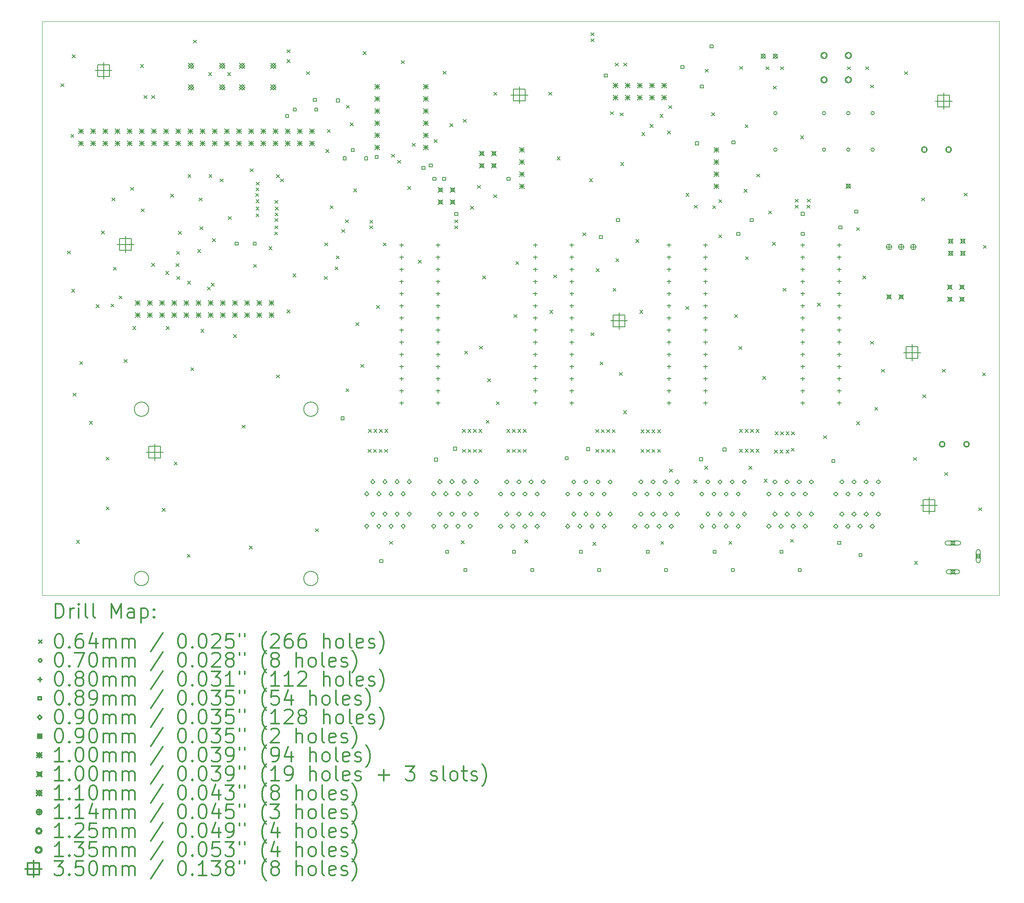
<source format=gbr>
%FSLAX45Y45*%
G04 Gerber Fmt 4.5, Leading zero omitted, Abs format (unit mm)*
G04 Created by KiCad (PCBNEW 5.1.5+dfsg1-2build2) date 2020-11-11 22:46:33*
%MOMM*%
%LPD*%
G04 APERTURE LIST*
%TA.AperFunction,Profile*%
%ADD10C,0.100000*%
%TD*%
%TA.AperFunction,Profile*%
%ADD11C,0.200000*%
%TD*%
%ADD12C,0.200000*%
%ADD13C,0.300000*%
G04 APERTURE END LIST*
D10*
X20000000Y0D02*
X20000000Y-12000000D01*
X0Y0D02*
X20000000Y0D01*
X0Y-12000000D02*
X0Y0D01*
D11*
X5765800Y-11646400D02*
G75*
G03X5765800Y-11646400I-150000J0D01*
G01*
X5765800Y-8106400D02*
G75*
G03X5765800Y-8106400I-150000J0D01*
G01*
X2225800Y-11646400D02*
G75*
G03X2225800Y-11646400I-150000J0D01*
G01*
X2225800Y-8106400D02*
G75*
G03X2225800Y-8106400I-150000J0D01*
G01*
D10*
X0Y-12000000D02*
X20000000Y-12000000D01*
D12*
X391650Y-1303650D02*
X455150Y-1367150D01*
X455150Y-1303650D02*
X391650Y-1367150D01*
X528250Y-4798250D02*
X591750Y-4861750D01*
X591750Y-4798250D02*
X528250Y-4861750D01*
X598250Y-2358250D02*
X661750Y-2421750D01*
X661750Y-2358250D02*
X598250Y-2421750D01*
X618250Y-5598250D02*
X681750Y-5661750D01*
X681750Y-5598250D02*
X618250Y-5661750D01*
X628250Y-698250D02*
X691750Y-761750D01*
X691750Y-698250D02*
X628250Y-761750D01*
X648250Y-7768250D02*
X711750Y-7831750D01*
X711750Y-7768250D02*
X648250Y-7831750D01*
X718250Y-10848250D02*
X781750Y-10911750D01*
X781750Y-10848250D02*
X718250Y-10911750D01*
X788250Y-7108250D02*
X851750Y-7171750D01*
X851750Y-7108250D02*
X788250Y-7171750D01*
X988250Y-8358250D02*
X1051750Y-8421750D01*
X1051750Y-8358250D02*
X988250Y-8421750D01*
X1128250Y-5918250D02*
X1191750Y-5981750D01*
X1191750Y-5918250D02*
X1128250Y-5981750D01*
X1238250Y-4378250D02*
X1301750Y-4441750D01*
X1301750Y-4378250D02*
X1238250Y-4441750D01*
X1338250Y-9108250D02*
X1401750Y-9171750D01*
X1401750Y-9108250D02*
X1338250Y-9171750D01*
X1338250Y-10148250D02*
X1401750Y-10211750D01*
X1401750Y-10148250D02*
X1338250Y-10211750D01*
X1438250Y-5908250D02*
X1501750Y-5971750D01*
X1501750Y-5908250D02*
X1438250Y-5971750D01*
X1458450Y-3691250D02*
X1521950Y-3754750D01*
X1521950Y-3691250D02*
X1458450Y-3754750D01*
X1488250Y-5138250D02*
X1551750Y-5201750D01*
X1551750Y-5138250D02*
X1488250Y-5201750D01*
X1609062Y-5737437D02*
X1672562Y-5800937D01*
X1672562Y-5737437D02*
X1609062Y-5800937D01*
X1712450Y-7069450D02*
X1775950Y-7132950D01*
X1775950Y-7069450D02*
X1712450Y-7132950D01*
X1848250Y-3468250D02*
X1911750Y-3531750D01*
X1911750Y-3468250D02*
X1848250Y-3531750D01*
X1897142Y-6377142D02*
X1960642Y-6440642D01*
X1960642Y-6377142D02*
X1897142Y-6440642D01*
X2058250Y-898250D02*
X2121750Y-961750D01*
X2121750Y-898250D02*
X2058250Y-961750D01*
X2068050Y-3919850D02*
X2131550Y-3983350D01*
X2131550Y-3919850D02*
X2068050Y-3983350D01*
X2128250Y-1548250D02*
X2191750Y-1611750D01*
X2191750Y-1548250D02*
X2128250Y-1611750D01*
X2288250Y-1548250D02*
X2351750Y-1611750D01*
X2351750Y-1548250D02*
X2288250Y-1611750D01*
X2288250Y-5058250D02*
X2351750Y-5121750D01*
X2351750Y-5058250D02*
X2288250Y-5121750D01*
X2508250Y-10178250D02*
X2571750Y-10241750D01*
X2571750Y-10178250D02*
X2508250Y-10241750D01*
X2582526Y-5223974D02*
X2646026Y-5287474D01*
X2646026Y-5223974D02*
X2582526Y-5287474D01*
X2595100Y-6378250D02*
X2658600Y-6441750D01*
X2658600Y-6378250D02*
X2595100Y-6441750D01*
X2688250Y-3608250D02*
X2751750Y-3671750D01*
X2751750Y-3608250D02*
X2688250Y-3671750D01*
X2758250Y-9208250D02*
X2821750Y-9271750D01*
X2821750Y-9208250D02*
X2758250Y-9271750D01*
X2796112Y-5060388D02*
X2859612Y-5123888D01*
X2859612Y-5060388D02*
X2796112Y-5123888D01*
X2808250Y-4808250D02*
X2871750Y-4871750D01*
X2871750Y-4808250D02*
X2808250Y-4871750D01*
X2815388Y-5331112D02*
X2878888Y-5394612D01*
X2878888Y-5331112D02*
X2815388Y-5394612D01*
X2848250Y-4388250D02*
X2911750Y-4451750D01*
X2911750Y-4388250D02*
X2848250Y-4451750D01*
X3028250Y-11138250D02*
X3091750Y-11201750D01*
X3091750Y-11138250D02*
X3028250Y-11201750D01*
X3038250Y-5428250D02*
X3101750Y-5491750D01*
X3101750Y-5428250D02*
X3038250Y-5491750D01*
X3048250Y-3198250D02*
X3111750Y-3261750D01*
X3111750Y-3198250D02*
X3048250Y-3261750D01*
X3108250Y-7238250D02*
X3171750Y-7301750D01*
X3171750Y-7238250D02*
X3108250Y-7301750D01*
X3160250Y-389250D02*
X3223750Y-452750D01*
X3223750Y-389250D02*
X3160250Y-452750D01*
X3248250Y-4768250D02*
X3311750Y-4831750D01*
X3311750Y-4768250D02*
X3248250Y-4831750D01*
X3278250Y-3688250D02*
X3341750Y-3751750D01*
X3341750Y-3688250D02*
X3278250Y-3751750D01*
X3298250Y-4288250D02*
X3361750Y-4351750D01*
X3361750Y-4288250D02*
X3298250Y-4351750D01*
X3318250Y-6438250D02*
X3381750Y-6501750D01*
X3381750Y-6438250D02*
X3318250Y-6501750D01*
X3451662Y-5551663D02*
X3515162Y-5615162D01*
X3515162Y-5551663D02*
X3451662Y-5615162D01*
X3478250Y-1068250D02*
X3541750Y-1131750D01*
X3541750Y-1068250D02*
X3478250Y-1131750D01*
X3488250Y-3198250D02*
X3551750Y-3261750D01*
X3551750Y-3198250D02*
X3488250Y-3261750D01*
X3534177Y-5472569D02*
X3597677Y-5536069D01*
X3597677Y-5472569D02*
X3534177Y-5536069D01*
X3558250Y-4538250D02*
X3621750Y-4601750D01*
X3621750Y-4538250D02*
X3558250Y-4601750D01*
X3718383Y-3292101D02*
X3781883Y-3355601D01*
X3781883Y-3292101D02*
X3718383Y-3355601D01*
X3878250Y-1069350D02*
X3941750Y-1132850D01*
X3941750Y-1069350D02*
X3878250Y-1132850D01*
X3888250Y-4078250D02*
X3951750Y-4141750D01*
X3951750Y-4078250D02*
X3888250Y-4141750D01*
X3998250Y-6548250D02*
X4061750Y-6611750D01*
X4061750Y-6548250D02*
X3998250Y-6611750D01*
X4178250Y-8438250D02*
X4241750Y-8501750D01*
X4241750Y-8438250D02*
X4178250Y-8501750D01*
X4328250Y-10968250D02*
X4391750Y-11031750D01*
X4391750Y-10968250D02*
X4328250Y-11031750D01*
X4348250Y-3078250D02*
X4411750Y-3141750D01*
X4411750Y-3078250D02*
X4348250Y-3141750D01*
X4418250Y-5078250D02*
X4481750Y-5141750D01*
X4481750Y-5078250D02*
X4418250Y-5141750D01*
X4461815Y-3597091D02*
X4525315Y-3660591D01*
X4525315Y-3597091D02*
X4461815Y-3660591D01*
X4467750Y-3728750D02*
X4531250Y-3792250D01*
X4531250Y-3728750D02*
X4467750Y-3792250D01*
X4468250Y-3878250D02*
X4531750Y-3941750D01*
X4531750Y-3878250D02*
X4468250Y-3941750D01*
X4468250Y-4018250D02*
X4531750Y-4081750D01*
X4531750Y-4018250D02*
X4468250Y-4081750D01*
X4470713Y-3476437D02*
X4534213Y-3539937D01*
X4534213Y-3476437D02*
X4470713Y-3539937D01*
X4474600Y-3358250D02*
X4538100Y-3421750D01*
X4538100Y-3358250D02*
X4474600Y-3421750D01*
X4738250Y-4708250D02*
X4801750Y-4771750D01*
X4801750Y-4708250D02*
X4738250Y-4771750D01*
X4858250Y-4398250D02*
X4921750Y-4461750D01*
X4921750Y-4398250D02*
X4858250Y-4461750D01*
X4862050Y-3742050D02*
X4925550Y-3805550D01*
X4925550Y-3742050D02*
X4862050Y-3805550D01*
X4862050Y-4123050D02*
X4925550Y-4186550D01*
X4925550Y-4123050D02*
X4862050Y-4186550D01*
X4862050Y-4275450D02*
X4925550Y-4338950D01*
X4925550Y-4275450D02*
X4862050Y-4338950D01*
X4867762Y-4003038D02*
X4931262Y-4066538D01*
X4931262Y-4003038D02*
X4867762Y-4066538D01*
X4870550Y-3880103D02*
X4934050Y-3943603D01*
X4934050Y-3880103D02*
X4870550Y-3943603D01*
X4898250Y-3203201D02*
X4961750Y-3266701D01*
X4961750Y-3203201D02*
X4898250Y-3266701D01*
X4898250Y-7388250D02*
X4961750Y-7451750D01*
X4961750Y-7388250D02*
X4898250Y-7451750D01*
X4983167Y-3292101D02*
X5046667Y-3355601D01*
X5046667Y-3292101D02*
X4983167Y-3355601D01*
X5116050Y-592450D02*
X5179550Y-655950D01*
X5179550Y-592450D02*
X5116050Y-655950D01*
X5118250Y-798250D02*
X5181750Y-861750D01*
X5181750Y-798250D02*
X5118250Y-861750D01*
X5118250Y-6028250D02*
X5181750Y-6091750D01*
X5181750Y-6028250D02*
X5118250Y-6091750D01*
X5238250Y-5278250D02*
X5301750Y-5341750D01*
X5301750Y-5278250D02*
X5238250Y-5341750D01*
X5522450Y-1049650D02*
X5585950Y-1113150D01*
X5585950Y-1049650D02*
X5522450Y-1113150D01*
X5708250Y-10608250D02*
X5771750Y-10671750D01*
X5771750Y-10608250D02*
X5708250Y-10671750D01*
X5893938Y-5332737D02*
X5957438Y-5396237D01*
X5957438Y-5332737D02*
X5893938Y-5396237D01*
X5903450Y-4631050D02*
X5966950Y-4694550D01*
X5966950Y-4631050D02*
X5903450Y-4694550D01*
X5928250Y-2678250D02*
X5991750Y-2741750D01*
X5991750Y-2678250D02*
X5928250Y-2741750D01*
X5958250Y-2258250D02*
X6021750Y-2321750D01*
X6021750Y-2258250D02*
X5958250Y-2321750D01*
X6018250Y-3848250D02*
X6081750Y-3911750D01*
X6081750Y-3848250D02*
X6018250Y-3911750D01*
X6118971Y-5130354D02*
X6182471Y-5193854D01*
X6182471Y-5130354D02*
X6118971Y-5193854D01*
X6144112Y-4898388D02*
X6207612Y-4961888D01*
X6207612Y-4898388D02*
X6144112Y-4961888D01*
X6259050Y-4351650D02*
X6322550Y-4415150D01*
X6322550Y-4351650D02*
X6259050Y-4415150D01*
X6335250Y-4148450D02*
X6398750Y-4211950D01*
X6398750Y-4148450D02*
X6335250Y-4211950D01*
X6348250Y-7678250D02*
X6411750Y-7741750D01*
X6411750Y-7678250D02*
X6348250Y-7741750D01*
X6358250Y-1748250D02*
X6421750Y-1811750D01*
X6421750Y-1748250D02*
X6358250Y-1811750D01*
X6438250Y-2118250D02*
X6501750Y-2181750D01*
X6501750Y-2118250D02*
X6438250Y-2181750D01*
X6508250Y-3498250D02*
X6571750Y-3561750D01*
X6571750Y-3498250D02*
X6508250Y-3561750D01*
X6558250Y-6298250D02*
X6621750Y-6361750D01*
X6621750Y-6298250D02*
X6558250Y-6361750D01*
X6658250Y-7168250D02*
X6721750Y-7231750D01*
X6721750Y-7168250D02*
X6658250Y-7231750D01*
X6708250Y-628250D02*
X6771750Y-691750D01*
X6771750Y-628250D02*
X6708250Y-691750D01*
X6810230Y-8949050D02*
X6873730Y-9012550D01*
X6873730Y-8949050D02*
X6810230Y-9012550D01*
X6820389Y-8527410D02*
X6883889Y-8590910D01*
X6883889Y-8527410D02*
X6820389Y-8590910D01*
X6843250Y-4275450D02*
X6906750Y-4338950D01*
X6906750Y-4275450D02*
X6843250Y-4338950D01*
X6848138Y-4153338D02*
X6911638Y-4216838D01*
X6911638Y-4153338D02*
X6848138Y-4216838D01*
X6924530Y-8949050D02*
X6988030Y-9012550D01*
X6988030Y-8949050D02*
X6924530Y-9012550D01*
X6934689Y-8527410D02*
X6998189Y-8590910D01*
X6998189Y-8527410D02*
X6934689Y-8590910D01*
X6988250Y-5938250D02*
X7051750Y-6001750D01*
X7051750Y-5938250D02*
X6988250Y-6001750D01*
X7043910Y-8949050D02*
X7107410Y-9012550D01*
X7107410Y-8949050D02*
X7043910Y-9012550D01*
X7048990Y-8527410D02*
X7112490Y-8590910D01*
X7112490Y-8527410D02*
X7048990Y-8590910D01*
X7128250Y-4628250D02*
X7191750Y-4691750D01*
X7191750Y-4628250D02*
X7128250Y-4691750D01*
X7158210Y-8949050D02*
X7221710Y-9012550D01*
X7221710Y-8949050D02*
X7158210Y-9012550D01*
X7163290Y-8527410D02*
X7226790Y-8590910D01*
X7226790Y-8527410D02*
X7163290Y-8590910D01*
X7258250Y-10868250D02*
X7321750Y-10931750D01*
X7321750Y-10868250D02*
X7258250Y-10931750D01*
X7300450Y-2776850D02*
X7363950Y-2840350D01*
X7363950Y-2776850D02*
X7300450Y-2840350D01*
X7427450Y-2903850D02*
X7490950Y-2967350D01*
X7490950Y-2903850D02*
X7427450Y-2967350D01*
X7503650Y-821050D02*
X7567150Y-884550D01*
X7567150Y-821050D02*
X7503650Y-884550D01*
X7638250Y-3448250D02*
X7701750Y-3511750D01*
X7701750Y-3448250D02*
X7638250Y-3511750D01*
X7732250Y-2548250D02*
X7795750Y-2611750D01*
X7795750Y-2548250D02*
X7732250Y-2611750D01*
X7858250Y-4988250D02*
X7921750Y-5051750D01*
X7921750Y-4988250D02*
X7858250Y-5051750D01*
X8189450Y-2472050D02*
X8252950Y-2535550D01*
X8252950Y-2472050D02*
X8189450Y-2535550D01*
X8378250Y-1038250D02*
X8441750Y-1101750D01*
X8441750Y-1038250D02*
X8378250Y-1101750D01*
X8519650Y-2136300D02*
X8583150Y-2199800D01*
X8583150Y-2136300D02*
X8519650Y-2199800D01*
X8621250Y-4148450D02*
X8684750Y-4211950D01*
X8684750Y-4148450D02*
X8621250Y-4211950D01*
X8621250Y-4275450D02*
X8684750Y-4338950D01*
X8684750Y-4275450D02*
X8621250Y-4338950D01*
X8758250Y-10858250D02*
X8821750Y-10921750D01*
X8821750Y-10858250D02*
X8758250Y-10921750D01*
X8783810Y-8527410D02*
X8847310Y-8590910D01*
X8847310Y-8527410D02*
X8783810Y-8590910D01*
X8783810Y-8949050D02*
X8847310Y-9012550D01*
X8847310Y-8949050D02*
X8783810Y-9012550D01*
X8799050Y-2047400D02*
X8862550Y-2110900D01*
X8862550Y-2047400D02*
X8799050Y-2110900D01*
X8828250Y-6888250D02*
X8891750Y-6951750D01*
X8891750Y-6888250D02*
X8828250Y-6951750D01*
X8898110Y-8527410D02*
X8961610Y-8590910D01*
X8961610Y-8527410D02*
X8898110Y-8590910D01*
X8898110Y-8949050D02*
X8961610Y-9012550D01*
X8961610Y-8949050D02*
X8898110Y-9012550D01*
X8951450Y-3862700D02*
X9014950Y-3926200D01*
X9014950Y-3862700D02*
X8951450Y-3926200D01*
X9012411Y-8527410D02*
X9075911Y-8590910D01*
X9075911Y-8527410D02*
X9012411Y-8590910D01*
X9012411Y-8949050D02*
X9075911Y-9012550D01*
X9075911Y-8949050D02*
X9012411Y-9012550D01*
X9098250Y-3428250D02*
X9161750Y-3491750D01*
X9161750Y-3428250D02*
X9098250Y-3491750D01*
X9126711Y-8527410D02*
X9190211Y-8590910D01*
X9190211Y-8527410D02*
X9126711Y-8590910D01*
X9126711Y-8949050D02*
X9190211Y-9012550D01*
X9190211Y-8949050D02*
X9126711Y-9012550D01*
X9138250Y-6788250D02*
X9201750Y-6851750D01*
X9201750Y-6788250D02*
X9138250Y-6851750D01*
X9208250Y-5318250D02*
X9271750Y-5381750D01*
X9271750Y-5318250D02*
X9208250Y-5381750D01*
X9278250Y-8338250D02*
X9341750Y-8401750D01*
X9341750Y-8338250D02*
X9278250Y-8401750D01*
X9308250Y-7468250D02*
X9371750Y-7531750D01*
X9371750Y-7468250D02*
X9308250Y-7531750D01*
X9434050Y-3621400D02*
X9497550Y-3684900D01*
X9497550Y-3621400D02*
X9434050Y-3684900D01*
X9438250Y-1478250D02*
X9501750Y-1541750D01*
X9501750Y-1478250D02*
X9438250Y-1541750D01*
X9488250Y-7948250D02*
X9551750Y-8011750D01*
X9551750Y-7948250D02*
X9488250Y-8011750D01*
X9708369Y-8949050D02*
X9771869Y-9012550D01*
X9771869Y-8949050D02*
X9708369Y-9012550D01*
X9710909Y-8527410D02*
X9774409Y-8590910D01*
X9774409Y-8527410D02*
X9710909Y-8590910D01*
X9822670Y-8949050D02*
X9886170Y-9012550D01*
X9886170Y-8949050D02*
X9822670Y-9012550D01*
X9825209Y-8527410D02*
X9888709Y-8590910D01*
X9888709Y-8527410D02*
X9825209Y-8590910D01*
X9858250Y-6128250D02*
X9921750Y-6191750D01*
X9921750Y-6128250D02*
X9858250Y-6191750D01*
X9898250Y-5018250D02*
X9961750Y-5081750D01*
X9961750Y-5018250D02*
X9898250Y-5081750D01*
X9936970Y-8949050D02*
X10000470Y-9012550D01*
X10000470Y-8949050D02*
X9936970Y-9012550D01*
X9939510Y-8527410D02*
X10003010Y-8590910D01*
X10003010Y-8527410D02*
X9939510Y-8590910D01*
X10053810Y-8527410D02*
X10117310Y-8590910D01*
X10117310Y-8527410D02*
X10053810Y-8590910D01*
X10053810Y-8949050D02*
X10117310Y-9012550D01*
X10117310Y-8949050D02*
X10053810Y-9012550D01*
X10088250Y-10838250D02*
X10151750Y-10901750D01*
X10151750Y-10838250D02*
X10088250Y-10901750D01*
X10588250Y-1478250D02*
X10651750Y-1541750D01*
X10651750Y-1478250D02*
X10588250Y-1541750D01*
X10608250Y-6038250D02*
X10671750Y-6101750D01*
X10671750Y-6038250D02*
X10608250Y-6101750D01*
X10688250Y-5298250D02*
X10751750Y-5361750D01*
X10751750Y-5298250D02*
X10688250Y-5361750D01*
X10758250Y-2828250D02*
X10821750Y-2891750D01*
X10821750Y-2828250D02*
X10758250Y-2891750D01*
X11298250Y-4418250D02*
X11361750Y-4481750D01*
X11361750Y-4418250D02*
X11298250Y-4481750D01*
X11438250Y-3288250D02*
X11501750Y-3351750D01*
X11501750Y-3288250D02*
X11438250Y-3351750D01*
X11466050Y-236850D02*
X11529550Y-300350D01*
X11529550Y-236850D02*
X11466050Y-300350D01*
X11466050Y-363850D02*
X11529550Y-427350D01*
X11529550Y-363850D02*
X11466050Y-427350D01*
X11466050Y-6510650D02*
X11529550Y-6574150D01*
X11529550Y-6510650D02*
X11466050Y-6574150D01*
X11508250Y-10888250D02*
X11571750Y-10951750D01*
X11571750Y-10888250D02*
X11508250Y-10951750D01*
X11567650Y-8532490D02*
X11631150Y-8595990D01*
X11631150Y-8532490D02*
X11567650Y-8595990D01*
X11567650Y-8949050D02*
X11631150Y-9012550D01*
X11631150Y-8949050D02*
X11567650Y-9012550D01*
X11578250Y-5168250D02*
X11641750Y-5231750D01*
X11641750Y-5168250D02*
X11578250Y-5231750D01*
X11658250Y-7118250D02*
X11721750Y-7181750D01*
X11721750Y-7118250D02*
X11658250Y-7181750D01*
X11681950Y-8532490D02*
X11745450Y-8595990D01*
X11745450Y-8532490D02*
X11681950Y-8595990D01*
X11681950Y-8949050D02*
X11745450Y-9012550D01*
X11745450Y-8949050D02*
X11681950Y-9012550D01*
X11796251Y-8532490D02*
X11859751Y-8595990D01*
X11859751Y-8532490D02*
X11796251Y-8595990D01*
X11796251Y-8949050D02*
X11859751Y-9012550D01*
X11859751Y-8949050D02*
X11796251Y-9012550D01*
X11872450Y-1887850D02*
X11935950Y-1951350D01*
X11935950Y-1887850D02*
X11872450Y-1951350D01*
X11910551Y-8532490D02*
X11974051Y-8595990D01*
X11974051Y-8532490D02*
X11910551Y-8595990D01*
X11910551Y-8949050D02*
X11974051Y-9012550D01*
X11974051Y-8949050D02*
X11910551Y-9012550D01*
X11928250Y-5578250D02*
X11991750Y-5641750D01*
X11991750Y-5578250D02*
X11928250Y-5641750D01*
X11974050Y-871850D02*
X12037550Y-935350D01*
X12037550Y-871850D02*
X11974050Y-935350D01*
X11988250Y-4958250D02*
X12051750Y-5021750D01*
X12051750Y-4958250D02*
X11988250Y-5021750D01*
X12058250Y-7338250D02*
X12121750Y-7401750D01*
X12121750Y-7338250D02*
X12058250Y-7401750D01*
X12075650Y-1913250D02*
X12139150Y-1976750D01*
X12139150Y-1913250D02*
X12075650Y-1976750D01*
X12088250Y-2948250D02*
X12151750Y-3011750D01*
X12151750Y-2948250D02*
X12088250Y-3011750D01*
X12148250Y-8138250D02*
X12211750Y-8201750D01*
X12211750Y-8138250D02*
X12148250Y-8201750D01*
X12151850Y-871850D02*
X12215350Y-935350D01*
X12215350Y-871850D02*
X12151850Y-935350D01*
X12408250Y-4558250D02*
X12471750Y-4621750D01*
X12471750Y-4558250D02*
X12408250Y-4621750D01*
X12488250Y-6038250D02*
X12551750Y-6101750D01*
X12551750Y-6038250D02*
X12488250Y-6101750D01*
X12512529Y-8537570D02*
X12576029Y-8601070D01*
X12576029Y-8537570D02*
X12512529Y-8601070D01*
X12512529Y-8949050D02*
X12576029Y-9012550D01*
X12576029Y-8949050D02*
X12512529Y-9012550D01*
X12531522Y-2320978D02*
X12595022Y-2384478D01*
X12595022Y-2320978D02*
X12531522Y-2384478D01*
X12626830Y-8537570D02*
X12690330Y-8601070D01*
X12690330Y-8537570D02*
X12626830Y-8601070D01*
X12626830Y-8949050D02*
X12690330Y-9012550D01*
X12690330Y-8949050D02*
X12626830Y-9012550D01*
X12702147Y-2150353D02*
X12765647Y-2213853D01*
X12765647Y-2150353D02*
X12702147Y-2213853D01*
X12741130Y-8537570D02*
X12804630Y-8601070D01*
X12804630Y-8537570D02*
X12741130Y-8601070D01*
X12741130Y-8949050D02*
X12804630Y-9012550D01*
X12804630Y-8949050D02*
X12741130Y-9012550D01*
X12857970Y-8537570D02*
X12921470Y-8601070D01*
X12921470Y-8537570D02*
X12857970Y-8601070D01*
X12857970Y-8949050D02*
X12921470Y-9012550D01*
X12921470Y-8949050D02*
X12857970Y-9012550D01*
X12912522Y-1939978D02*
X12976022Y-2003478D01*
X12976022Y-1939978D02*
X12912522Y-2003478D01*
X12928250Y-10868250D02*
X12991750Y-10931750D01*
X12991750Y-10868250D02*
X12928250Y-10931750D01*
X13068250Y-2288250D02*
X13131750Y-2351750D01*
X13131750Y-2288250D02*
X13068250Y-2351750D01*
X13091650Y-1760850D02*
X13155150Y-1824350D01*
X13155150Y-1760850D02*
X13091650Y-1824350D01*
X13108250Y-9358250D02*
X13171750Y-9421750D01*
X13171750Y-9358250D02*
X13108250Y-9421750D01*
X13448250Y-5958250D02*
X13511750Y-6021750D01*
X13511750Y-5958250D02*
X13448250Y-6021750D01*
X13450837Y-3593237D02*
X13514337Y-3656737D01*
X13514337Y-3593237D02*
X13450837Y-3656737D01*
X13618250Y-9588250D02*
X13681750Y-9651750D01*
X13681750Y-9588250D02*
X13618250Y-9651750D01*
X13625050Y-3843650D02*
X13688550Y-3907150D01*
X13688550Y-3843650D02*
X13625050Y-3907150D01*
X13848250Y-9298250D02*
X13911750Y-9361750D01*
X13911750Y-9298250D02*
X13848250Y-9361750D01*
X13853650Y-998850D02*
X13917150Y-1062350D01*
X13917150Y-998850D02*
X13853650Y-1062350D01*
X13988250Y-1908250D02*
X14051750Y-1971750D01*
X14051750Y-1908250D02*
X13988250Y-1971750D01*
X14013047Y-3850647D02*
X14076547Y-3914147D01*
X14076547Y-3850647D02*
X14013047Y-3914147D01*
X14138250Y-4458250D02*
X14201750Y-4521750D01*
X14201750Y-4458250D02*
X14138250Y-4521750D01*
X14140047Y-3723647D02*
X14203547Y-3787147D01*
X14203547Y-3723647D02*
X14140047Y-3787147D01*
X14348250Y-10868250D02*
X14411750Y-10931750D01*
X14411750Y-10868250D02*
X14348250Y-10931750D01*
X14468250Y-6128250D02*
X14531750Y-6191750D01*
X14531750Y-6128250D02*
X14468250Y-6191750D01*
X14558250Y-6798250D02*
X14621750Y-6861750D01*
X14621750Y-6798250D02*
X14558250Y-6861750D01*
X14569930Y-8527410D02*
X14633430Y-8590910D01*
X14633430Y-8527410D02*
X14569930Y-8590910D01*
X14569930Y-8943970D02*
X14633430Y-9007470D01*
X14633430Y-8943970D02*
X14569930Y-9007470D01*
X14573962Y-938937D02*
X14637462Y-1002437D01*
X14637462Y-938937D02*
X14573962Y-1002437D01*
X14668250Y-3508250D02*
X14731750Y-3571750D01*
X14731750Y-3508250D02*
X14668250Y-3571750D01*
X14686770Y-8527410D02*
X14750270Y-8590910D01*
X14750270Y-8527410D02*
X14686770Y-8590910D01*
X14686770Y-8943970D02*
X14750270Y-9007470D01*
X14750270Y-8943970D02*
X14686770Y-9007470D01*
X14688250Y-2158250D02*
X14751750Y-2221750D01*
X14751750Y-2158250D02*
X14688250Y-2221750D01*
X14698250Y-4918250D02*
X14761750Y-4981750D01*
X14761750Y-4918250D02*
X14698250Y-4981750D01*
X14768250Y-9298250D02*
X14831750Y-9361750D01*
X14831750Y-9298250D02*
X14768250Y-9361750D01*
X14803610Y-8527410D02*
X14867110Y-8590910D01*
X14867110Y-8527410D02*
X14803610Y-8590910D01*
X14803610Y-8943970D02*
X14867110Y-9007470D01*
X14867110Y-8943970D02*
X14803610Y-9007470D01*
X14917910Y-8527410D02*
X14981410Y-8590910D01*
X14981410Y-8527410D02*
X14917910Y-8590910D01*
X14917910Y-8943970D02*
X14981410Y-9007470D01*
X14981410Y-8943970D02*
X14917910Y-9007470D01*
X14928250Y-3188250D02*
X14991750Y-3251750D01*
X14991750Y-3188250D02*
X14928250Y-3251750D01*
X15058250Y-7418250D02*
X15121750Y-7481750D01*
X15121750Y-7418250D02*
X15058250Y-7481750D01*
X15088250Y-9568250D02*
X15151750Y-9631750D01*
X15151750Y-9568250D02*
X15088250Y-9631750D01*
X15123650Y-948050D02*
X15187150Y-1011550D01*
X15187150Y-948050D02*
X15123650Y-1011550D01*
X15178250Y-3958250D02*
X15241750Y-4021750D01*
X15241750Y-3958250D02*
X15178250Y-4021750D01*
X15258250Y-4618250D02*
X15321750Y-4681750D01*
X15321750Y-4618250D02*
X15258250Y-4681750D01*
X15276050Y-1354450D02*
X15339550Y-1417950D01*
X15339550Y-1354450D02*
X15276050Y-1417950D01*
X15301450Y-8961750D02*
X15364950Y-9025250D01*
X15364950Y-8961750D02*
X15301450Y-9025250D01*
X15314149Y-8580750D02*
X15377649Y-8644250D01*
X15377649Y-8580750D02*
X15314149Y-8644250D01*
X15415750Y-8961750D02*
X15479250Y-9025250D01*
X15479250Y-8961750D02*
X15415750Y-9025250D01*
X15428450Y-8580750D02*
X15491950Y-8644250D01*
X15491950Y-8580750D02*
X15428450Y-8644250D01*
X15428450Y-948050D02*
X15491950Y-1011550D01*
X15491950Y-948050D02*
X15428450Y-1011550D01*
X15478250Y-5578250D02*
X15541750Y-5641750D01*
X15541750Y-5578250D02*
X15478250Y-5641750D01*
X15542750Y-8580750D02*
X15606250Y-8644250D01*
X15606250Y-8580750D02*
X15542750Y-8644250D01*
X15542750Y-8961750D02*
X15606250Y-9025250D01*
X15606250Y-8961750D02*
X15542750Y-9025250D01*
X15638250Y-10828250D02*
X15701750Y-10891750D01*
X15701750Y-10828250D02*
X15638250Y-10891750D01*
X15651970Y-8923650D02*
X15715470Y-8987150D01*
X15715470Y-8923650D02*
X15651970Y-8987150D01*
X15657008Y-8577662D02*
X15720508Y-8641162D01*
X15720508Y-8577662D02*
X15657008Y-8641162D01*
X15733250Y-3716650D02*
X15796750Y-3780150D01*
X15796750Y-3716650D02*
X15733250Y-3780150D01*
X15733250Y-3843650D02*
X15796750Y-3907150D01*
X15796750Y-3843650D02*
X15733250Y-3907150D01*
X15848250Y-2388250D02*
X15911750Y-2451750D01*
X15911750Y-2388250D02*
X15848250Y-2451750D01*
X15980900Y-3843650D02*
X16044400Y-3907150D01*
X16044400Y-3843650D02*
X15980900Y-3907150D01*
X15987250Y-3716650D02*
X16050750Y-3780150D01*
X16050750Y-3716650D02*
X15987250Y-3780150D01*
X16198250Y-5888250D02*
X16261750Y-5951750D01*
X16261750Y-5888250D02*
X16198250Y-5951750D01*
X16328250Y-8658250D02*
X16391750Y-8721750D01*
X16391750Y-8658250D02*
X16328250Y-8721750D01*
X16825450Y-948050D02*
X16888950Y-1011550D01*
X16888950Y-948050D02*
X16825450Y-1011550D01*
X17018250Y-4308250D02*
X17081750Y-4371750D01*
X17081750Y-4308250D02*
X17018250Y-4371750D01*
X17018250Y-8368250D02*
X17081750Y-8431750D01*
X17081750Y-8368250D02*
X17018250Y-8431750D01*
X17148250Y-5318250D02*
X17211750Y-5381750D01*
X17211750Y-5318250D02*
X17148250Y-5381750D01*
X17207412Y-947088D02*
X17270912Y-1010588D01*
X17270912Y-947088D02*
X17207412Y-1010588D01*
X17308050Y-1329050D02*
X17371550Y-1392550D01*
X17371550Y-1329050D02*
X17308050Y-1392550D01*
X17308050Y-6688250D02*
X17371550Y-6751750D01*
X17371550Y-6688250D02*
X17308050Y-6751750D01*
X17398250Y-8068250D02*
X17461750Y-8131750D01*
X17461750Y-8068250D02*
X17398250Y-8131750D01*
X17536650Y-7272650D02*
X17600150Y-7336150D01*
X17600150Y-7272650D02*
X17536650Y-7336150D01*
X18019250Y-1049650D02*
X18082750Y-1113150D01*
X18082750Y-1049650D02*
X18019250Y-1113150D01*
X18208250Y-9118250D02*
X18271750Y-9181750D01*
X18271750Y-9118250D02*
X18208250Y-9181750D01*
X18228250Y-11288250D02*
X18291750Y-11351750D01*
X18291750Y-11288250D02*
X18228250Y-11351750D01*
X18374850Y-3691250D02*
X18438350Y-3754750D01*
X18438350Y-3691250D02*
X18374850Y-3754750D01*
X18400250Y-7806050D02*
X18463750Y-7869550D01*
X18463750Y-7806050D02*
X18400250Y-7869550D01*
X18806650Y-7272650D02*
X18870150Y-7336150D01*
X18870150Y-7272650D02*
X18806650Y-7336150D01*
X18857450Y-9431650D02*
X18920950Y-9495150D01*
X18920950Y-9431650D02*
X18857450Y-9495150D01*
X19263850Y-3589650D02*
X19327350Y-3653150D01*
X19327350Y-3589650D02*
X19263850Y-3653150D01*
X19568650Y-10168250D02*
X19632150Y-10231750D01*
X19632150Y-10168250D02*
X19568650Y-10231750D01*
X19648250Y-7348250D02*
X19711750Y-7411750D01*
X19711750Y-7348250D02*
X19648250Y-7411750D01*
X19668250Y-4678250D02*
X19731750Y-4741750D01*
X19731750Y-4678250D02*
X19668250Y-4741750D01*
X16372700Y-1917600D02*
G75*
G03X16372700Y-1917600I-35000J0D01*
G01*
X16372700Y-2679600D02*
G75*
G03X16372700Y-2679600I-35000J0D01*
G01*
X15356700Y-1917600D02*
G75*
G03X15356700Y-1917600I-35000J0D01*
G01*
X15356700Y-2679600D02*
G75*
G03X15356700Y-2679600I-35000J0D01*
G01*
X17388700Y-1917600D02*
G75*
G03X17388700Y-1917600I-35000J0D01*
G01*
X17388700Y-2679600D02*
G75*
G03X17388700Y-2679600I-35000J0D01*
G01*
X16880700Y-1917600D02*
G75*
G03X16880700Y-1917600I-35000J0D01*
G01*
X16880700Y-2679600D02*
G75*
G03X16880700Y-2679600I-35000J0D01*
G01*
X7510000Y-4635500D02*
X7510000Y-4715500D01*
X7470000Y-4675500D02*
X7550000Y-4675500D01*
X7510000Y-4889500D02*
X7510000Y-4969500D01*
X7470000Y-4929500D02*
X7550000Y-4929500D01*
X7510000Y-5143500D02*
X7510000Y-5223500D01*
X7470000Y-5183500D02*
X7550000Y-5183500D01*
X7510000Y-5397500D02*
X7510000Y-5477500D01*
X7470000Y-5437500D02*
X7550000Y-5437500D01*
X7510000Y-5651500D02*
X7510000Y-5731500D01*
X7470000Y-5691500D02*
X7550000Y-5691500D01*
X7510000Y-5905500D02*
X7510000Y-5985500D01*
X7470000Y-5945500D02*
X7550000Y-5945500D01*
X7510000Y-6159500D02*
X7510000Y-6239500D01*
X7470000Y-6199500D02*
X7550000Y-6199500D01*
X7510000Y-6413500D02*
X7510000Y-6493500D01*
X7470000Y-6453500D02*
X7550000Y-6453500D01*
X7510000Y-6667500D02*
X7510000Y-6747500D01*
X7470000Y-6707500D02*
X7550000Y-6707500D01*
X7510000Y-6921500D02*
X7510000Y-7001500D01*
X7470000Y-6961500D02*
X7550000Y-6961500D01*
X7510000Y-7175500D02*
X7510000Y-7255500D01*
X7470000Y-7215500D02*
X7550000Y-7215500D01*
X7510000Y-7429500D02*
X7510000Y-7509500D01*
X7470000Y-7469500D02*
X7550000Y-7469500D01*
X7510000Y-7683500D02*
X7510000Y-7763500D01*
X7470000Y-7723500D02*
X7550000Y-7723500D01*
X7510000Y-7937500D02*
X7510000Y-8017500D01*
X7470000Y-7977500D02*
X7550000Y-7977500D01*
X8272000Y-4635500D02*
X8272000Y-4715500D01*
X8232000Y-4675500D02*
X8312000Y-4675500D01*
X8272000Y-4889500D02*
X8272000Y-4969500D01*
X8232000Y-4929500D02*
X8312000Y-4929500D01*
X8272000Y-5143500D02*
X8272000Y-5223500D01*
X8232000Y-5183500D02*
X8312000Y-5183500D01*
X8272000Y-5397500D02*
X8272000Y-5477500D01*
X8232000Y-5437500D02*
X8312000Y-5437500D01*
X8272000Y-5651500D02*
X8272000Y-5731500D01*
X8232000Y-5691500D02*
X8312000Y-5691500D01*
X8272000Y-5905500D02*
X8272000Y-5985500D01*
X8232000Y-5945500D02*
X8312000Y-5945500D01*
X8272000Y-6159500D02*
X8272000Y-6239500D01*
X8232000Y-6199500D02*
X8312000Y-6199500D01*
X8272000Y-6413500D02*
X8272000Y-6493500D01*
X8232000Y-6453500D02*
X8312000Y-6453500D01*
X8272000Y-6667500D02*
X8272000Y-6747500D01*
X8232000Y-6707500D02*
X8312000Y-6707500D01*
X8272000Y-6921500D02*
X8272000Y-7001500D01*
X8232000Y-6961500D02*
X8312000Y-6961500D01*
X8272000Y-7175500D02*
X8272000Y-7255500D01*
X8232000Y-7215500D02*
X8312000Y-7215500D01*
X8272000Y-7429500D02*
X8272000Y-7509500D01*
X8232000Y-7469500D02*
X8312000Y-7469500D01*
X8272000Y-7683500D02*
X8272000Y-7763500D01*
X8232000Y-7723500D02*
X8312000Y-7723500D01*
X8272000Y-7937500D02*
X8272000Y-8017500D01*
X8232000Y-7977500D02*
X8312000Y-7977500D01*
X10304000Y-4635500D02*
X10304000Y-4715500D01*
X10264000Y-4675500D02*
X10344000Y-4675500D01*
X10304000Y-4889500D02*
X10304000Y-4969500D01*
X10264000Y-4929500D02*
X10344000Y-4929500D01*
X10304000Y-5143500D02*
X10304000Y-5223500D01*
X10264000Y-5183500D02*
X10344000Y-5183500D01*
X10304000Y-5397500D02*
X10304000Y-5477500D01*
X10264000Y-5437500D02*
X10344000Y-5437500D01*
X10304000Y-5651500D02*
X10304000Y-5731500D01*
X10264000Y-5691500D02*
X10344000Y-5691500D01*
X10304000Y-5905500D02*
X10304000Y-5985500D01*
X10264000Y-5945500D02*
X10344000Y-5945500D01*
X10304000Y-6159500D02*
X10304000Y-6239500D01*
X10264000Y-6199500D02*
X10344000Y-6199500D01*
X10304000Y-6413500D02*
X10304000Y-6493500D01*
X10264000Y-6453500D02*
X10344000Y-6453500D01*
X10304000Y-6667500D02*
X10304000Y-6747500D01*
X10264000Y-6707500D02*
X10344000Y-6707500D01*
X10304000Y-6921500D02*
X10304000Y-7001500D01*
X10264000Y-6961500D02*
X10344000Y-6961500D01*
X10304000Y-7175500D02*
X10304000Y-7255500D01*
X10264000Y-7215500D02*
X10344000Y-7215500D01*
X10304000Y-7429500D02*
X10304000Y-7509500D01*
X10264000Y-7469500D02*
X10344000Y-7469500D01*
X10304000Y-7683500D02*
X10304000Y-7763500D01*
X10264000Y-7723500D02*
X10344000Y-7723500D01*
X10304000Y-7937500D02*
X10304000Y-8017500D01*
X10264000Y-7977500D02*
X10344000Y-7977500D01*
X11066000Y-4635500D02*
X11066000Y-4715500D01*
X11026000Y-4675500D02*
X11106000Y-4675500D01*
X11066000Y-4889500D02*
X11066000Y-4969500D01*
X11026000Y-4929500D02*
X11106000Y-4929500D01*
X11066000Y-5143500D02*
X11066000Y-5223500D01*
X11026000Y-5183500D02*
X11106000Y-5183500D01*
X11066000Y-5397500D02*
X11066000Y-5477500D01*
X11026000Y-5437500D02*
X11106000Y-5437500D01*
X11066000Y-5651500D02*
X11066000Y-5731500D01*
X11026000Y-5691500D02*
X11106000Y-5691500D01*
X11066000Y-5905500D02*
X11066000Y-5985500D01*
X11026000Y-5945500D02*
X11106000Y-5945500D01*
X11066000Y-6159500D02*
X11066000Y-6239500D01*
X11026000Y-6199500D02*
X11106000Y-6199500D01*
X11066000Y-6413500D02*
X11066000Y-6493500D01*
X11026000Y-6453500D02*
X11106000Y-6453500D01*
X11066000Y-6667500D02*
X11066000Y-6747500D01*
X11026000Y-6707500D02*
X11106000Y-6707500D01*
X11066000Y-6921500D02*
X11066000Y-7001500D01*
X11026000Y-6961500D02*
X11106000Y-6961500D01*
X11066000Y-7175500D02*
X11066000Y-7255500D01*
X11026000Y-7215500D02*
X11106000Y-7215500D01*
X11066000Y-7429500D02*
X11066000Y-7509500D01*
X11026000Y-7469500D02*
X11106000Y-7469500D01*
X11066000Y-7683500D02*
X11066000Y-7763500D01*
X11026000Y-7723500D02*
X11106000Y-7723500D01*
X11066000Y-7937500D02*
X11066000Y-8017500D01*
X11026000Y-7977500D02*
X11106000Y-7977500D01*
X13098000Y-4635500D02*
X13098000Y-4715500D01*
X13058000Y-4675500D02*
X13138000Y-4675500D01*
X13098000Y-4889500D02*
X13098000Y-4969500D01*
X13058000Y-4929500D02*
X13138000Y-4929500D01*
X13098000Y-5143500D02*
X13098000Y-5223500D01*
X13058000Y-5183500D02*
X13138000Y-5183500D01*
X13098000Y-5397500D02*
X13098000Y-5477500D01*
X13058000Y-5437500D02*
X13138000Y-5437500D01*
X13098000Y-5651500D02*
X13098000Y-5731500D01*
X13058000Y-5691500D02*
X13138000Y-5691500D01*
X13098000Y-5905500D02*
X13098000Y-5985500D01*
X13058000Y-5945500D02*
X13138000Y-5945500D01*
X13098000Y-6159500D02*
X13098000Y-6239500D01*
X13058000Y-6199500D02*
X13138000Y-6199500D01*
X13098000Y-6413500D02*
X13098000Y-6493500D01*
X13058000Y-6453500D02*
X13138000Y-6453500D01*
X13098000Y-6667500D02*
X13098000Y-6747500D01*
X13058000Y-6707500D02*
X13138000Y-6707500D01*
X13098000Y-6921500D02*
X13098000Y-7001500D01*
X13058000Y-6961500D02*
X13138000Y-6961500D01*
X13098000Y-7175500D02*
X13098000Y-7255500D01*
X13058000Y-7215500D02*
X13138000Y-7215500D01*
X13098000Y-7429500D02*
X13098000Y-7509500D01*
X13058000Y-7469500D02*
X13138000Y-7469500D01*
X13098000Y-7683500D02*
X13098000Y-7763500D01*
X13058000Y-7723500D02*
X13138000Y-7723500D01*
X13098000Y-7937500D02*
X13098000Y-8017500D01*
X13058000Y-7977500D02*
X13138000Y-7977500D01*
X13860000Y-4635500D02*
X13860000Y-4715500D01*
X13820000Y-4675500D02*
X13900000Y-4675500D01*
X13860000Y-4889500D02*
X13860000Y-4969500D01*
X13820000Y-4929500D02*
X13900000Y-4929500D01*
X13860000Y-5143500D02*
X13860000Y-5223500D01*
X13820000Y-5183500D02*
X13900000Y-5183500D01*
X13860000Y-5397500D02*
X13860000Y-5477500D01*
X13820000Y-5437500D02*
X13900000Y-5437500D01*
X13860000Y-5651500D02*
X13860000Y-5731500D01*
X13820000Y-5691500D02*
X13900000Y-5691500D01*
X13860000Y-5905500D02*
X13860000Y-5985500D01*
X13820000Y-5945500D02*
X13900000Y-5945500D01*
X13860000Y-6159500D02*
X13860000Y-6239500D01*
X13820000Y-6199500D02*
X13900000Y-6199500D01*
X13860000Y-6413500D02*
X13860000Y-6493500D01*
X13820000Y-6453500D02*
X13900000Y-6453500D01*
X13860000Y-6667500D02*
X13860000Y-6747500D01*
X13820000Y-6707500D02*
X13900000Y-6707500D01*
X13860000Y-6921500D02*
X13860000Y-7001500D01*
X13820000Y-6961500D02*
X13900000Y-6961500D01*
X13860000Y-7175500D02*
X13860000Y-7255500D01*
X13820000Y-7215500D02*
X13900000Y-7215500D01*
X13860000Y-7429500D02*
X13860000Y-7509500D01*
X13820000Y-7469500D02*
X13900000Y-7469500D01*
X13860000Y-7683500D02*
X13860000Y-7763500D01*
X13820000Y-7723500D02*
X13900000Y-7723500D01*
X13860000Y-7937500D02*
X13860000Y-8017500D01*
X13820000Y-7977500D02*
X13900000Y-7977500D01*
X15892000Y-4635500D02*
X15892000Y-4715500D01*
X15852000Y-4675500D02*
X15932000Y-4675500D01*
X15892000Y-4889500D02*
X15892000Y-4969500D01*
X15852000Y-4929500D02*
X15932000Y-4929500D01*
X15892000Y-5143500D02*
X15892000Y-5223500D01*
X15852000Y-5183500D02*
X15932000Y-5183500D01*
X15892000Y-5397500D02*
X15892000Y-5477500D01*
X15852000Y-5437500D02*
X15932000Y-5437500D01*
X15892000Y-5651500D02*
X15892000Y-5731500D01*
X15852000Y-5691500D02*
X15932000Y-5691500D01*
X15892000Y-5905500D02*
X15892000Y-5985500D01*
X15852000Y-5945500D02*
X15932000Y-5945500D01*
X15892000Y-6159500D02*
X15892000Y-6239500D01*
X15852000Y-6199500D02*
X15932000Y-6199500D01*
X15892000Y-6413500D02*
X15892000Y-6493500D01*
X15852000Y-6453500D02*
X15932000Y-6453500D01*
X15892000Y-6667500D02*
X15892000Y-6747500D01*
X15852000Y-6707500D02*
X15932000Y-6707500D01*
X15892000Y-6921500D02*
X15892000Y-7001500D01*
X15852000Y-6961500D02*
X15932000Y-6961500D01*
X15892000Y-7175500D02*
X15892000Y-7255500D01*
X15852000Y-7215500D02*
X15932000Y-7215500D01*
X15892000Y-7429500D02*
X15892000Y-7509500D01*
X15852000Y-7469500D02*
X15932000Y-7469500D01*
X15892000Y-7683500D02*
X15892000Y-7763500D01*
X15852000Y-7723500D02*
X15932000Y-7723500D01*
X15892000Y-7937500D02*
X15892000Y-8017500D01*
X15852000Y-7977500D02*
X15932000Y-7977500D01*
X16654000Y-4635500D02*
X16654000Y-4715500D01*
X16614000Y-4675500D02*
X16694000Y-4675500D01*
X16654000Y-4889500D02*
X16654000Y-4969500D01*
X16614000Y-4929500D02*
X16694000Y-4929500D01*
X16654000Y-5143500D02*
X16654000Y-5223500D01*
X16614000Y-5183500D02*
X16694000Y-5183500D01*
X16654000Y-5397500D02*
X16654000Y-5477500D01*
X16614000Y-5437500D02*
X16694000Y-5437500D01*
X16654000Y-5651500D02*
X16654000Y-5731500D01*
X16614000Y-5691500D02*
X16694000Y-5691500D01*
X16654000Y-5905500D02*
X16654000Y-5985500D01*
X16614000Y-5945500D02*
X16694000Y-5945500D01*
X16654000Y-6159500D02*
X16654000Y-6239500D01*
X16614000Y-6199500D02*
X16694000Y-6199500D01*
X16654000Y-6413500D02*
X16654000Y-6493500D01*
X16614000Y-6453500D02*
X16694000Y-6453500D01*
X16654000Y-6667500D02*
X16654000Y-6747500D01*
X16614000Y-6707500D02*
X16694000Y-6707500D01*
X16654000Y-6921500D02*
X16654000Y-7001500D01*
X16614000Y-6961500D02*
X16694000Y-6961500D01*
X16654000Y-7175500D02*
X16654000Y-7255500D01*
X16614000Y-7215500D02*
X16694000Y-7215500D01*
X16654000Y-7429500D02*
X16654000Y-7509500D01*
X16614000Y-7469500D02*
X16694000Y-7469500D01*
X16654000Y-7683500D02*
X16654000Y-7763500D01*
X16614000Y-7723500D02*
X16694000Y-7723500D01*
X16654000Y-7937500D02*
X16654000Y-8017500D01*
X16614000Y-7977500D02*
X16694000Y-7977500D01*
X4095238Y-4675239D02*
X4095238Y-4612376D01*
X4032376Y-4612376D01*
X4032376Y-4675239D01*
X4095238Y-4675239D01*
X4473824Y-4673824D02*
X4473824Y-4610962D01*
X4410962Y-4610962D01*
X4410962Y-4673824D01*
X4473824Y-4673824D01*
X5151431Y-2008181D02*
X5151431Y-1945319D01*
X5088569Y-1945319D01*
X5088569Y-2008181D01*
X5151431Y-2008181D01*
X5311431Y-1874831D02*
X5311431Y-1811969D01*
X5248569Y-1811969D01*
X5248569Y-1874831D01*
X5311431Y-1874831D01*
X5731431Y-1671431D02*
X5731431Y-1608569D01*
X5668569Y-1608569D01*
X5668569Y-1671431D01*
X5731431Y-1671431D01*
X5761431Y-1871431D02*
X5761431Y-1808569D01*
X5698569Y-1808569D01*
X5698569Y-1871431D01*
X5761431Y-1871431D01*
X6211431Y-1681431D02*
X6211431Y-1618569D01*
X6148569Y-1618569D01*
X6148569Y-1681431D01*
X6211431Y-1681431D01*
X6308431Y-8327871D02*
X6308431Y-8265009D01*
X6245569Y-8265009D01*
X6245569Y-8327871D01*
X6308431Y-8327871D01*
X6351431Y-2891431D02*
X6351431Y-2828569D01*
X6288569Y-2828569D01*
X6288569Y-2891431D01*
X6351431Y-2891431D01*
X6521431Y-2721431D02*
X6521431Y-2658569D01*
X6458569Y-2658569D01*
X6458569Y-2721431D01*
X6521431Y-2721431D01*
X6801431Y-2891431D02*
X6801431Y-2828569D01*
X6738569Y-2828569D01*
X6738569Y-2891431D01*
X6801431Y-2891431D01*
X7021484Y-2861485D02*
X7021484Y-2798622D01*
X6958622Y-2798622D01*
X6958622Y-2861485D01*
X7021484Y-2861485D01*
X7117537Y-11310931D02*
X7117537Y-11248069D01*
X7054675Y-11248069D01*
X7054675Y-11310931D01*
X7117537Y-11310931D01*
X7998631Y-3094031D02*
X7998631Y-3031169D01*
X7935769Y-3031169D01*
X7935769Y-3094031D01*
X7998631Y-3094031D01*
X8151031Y-3043231D02*
X8151031Y-2980369D01*
X8088169Y-2980369D01*
X8088169Y-3043231D01*
X8151031Y-3043231D01*
X8227231Y-3322631D02*
X8227231Y-3259769D01*
X8164369Y-3259769D01*
X8164369Y-3322631D01*
X8227231Y-3322631D01*
X8261431Y-9191431D02*
X8261431Y-9128569D01*
X8198569Y-9128569D01*
X8198569Y-9191431D01*
X8261431Y-9191431D01*
X8430431Y-3322631D02*
X8430431Y-3259769D01*
X8367569Y-3259769D01*
X8367569Y-3322631D01*
X8430431Y-3322631D01*
X8493931Y-11120431D02*
X8493931Y-11057569D01*
X8431069Y-11057569D01*
X8431069Y-11120431D01*
X8493931Y-11120431D01*
X8661431Y-8962701D02*
X8661431Y-8899839D01*
X8598569Y-8899839D01*
X8598569Y-8962701D01*
X8661431Y-8962701D01*
X8684431Y-4059231D02*
X8684431Y-3996369D01*
X8621569Y-3996369D01*
X8621569Y-4059231D01*
X8684431Y-4059231D01*
X8874931Y-11501431D02*
X8874931Y-11438569D01*
X8812069Y-11438569D01*
X8812069Y-11501431D01*
X8874931Y-11501431D01*
X9776631Y-3322631D02*
X9776631Y-3259769D01*
X9713769Y-3259769D01*
X9713769Y-3322631D01*
X9776631Y-3322631D01*
X9890931Y-11120431D02*
X9890931Y-11057569D01*
X9828069Y-11057569D01*
X9828069Y-11120431D01*
X9890931Y-11120431D01*
X10271931Y-11501431D02*
X10271931Y-11438569D01*
X10209069Y-11438569D01*
X10209069Y-11501431D01*
X10271931Y-11501431D01*
X10991431Y-9161431D02*
X10991431Y-9098569D01*
X10928569Y-9098569D01*
X10928569Y-9161431D01*
X10991431Y-9161431D01*
X11287931Y-11120431D02*
X11287931Y-11057569D01*
X11225069Y-11057569D01*
X11225069Y-11120431D01*
X11287931Y-11120431D01*
X11441431Y-8971431D02*
X11441431Y-8908569D01*
X11378569Y-8908569D01*
X11378569Y-8971431D01*
X11441431Y-8971431D01*
X11668931Y-11501431D02*
X11668931Y-11438569D01*
X11606069Y-11438569D01*
X11606069Y-11501431D01*
X11668931Y-11501431D01*
X11707031Y-4541831D02*
X11707031Y-4478969D01*
X11644169Y-4478969D01*
X11644169Y-4541831D01*
X11707031Y-4541831D01*
X11811431Y-1161431D02*
X11811431Y-1098569D01*
X11748569Y-1098569D01*
X11748569Y-1161431D01*
X11811431Y-1161431D01*
X12062631Y-4186231D02*
X12062631Y-4123369D01*
X11999769Y-4123369D01*
X11999769Y-4186231D01*
X12062631Y-4186231D01*
X12684931Y-11120431D02*
X12684931Y-11057569D01*
X12622069Y-11057569D01*
X12622069Y-11120431D01*
X12684931Y-11120431D01*
X13065931Y-11501431D02*
X13065931Y-11438569D01*
X13003069Y-11438569D01*
X13003069Y-11501431D01*
X13065931Y-11501431D01*
X13408831Y-985831D02*
X13408831Y-922969D01*
X13345969Y-922969D01*
X13345969Y-985831D01*
X13408831Y-985831D01*
X13713631Y-2579681D02*
X13713631Y-2516819D01*
X13650769Y-2516819D01*
X13650769Y-2579681D01*
X13713631Y-2579681D01*
X13799323Y-9183539D02*
X13799323Y-9120677D01*
X13736461Y-9120677D01*
X13736461Y-9183539D01*
X13799323Y-9183539D01*
X13815231Y-1392231D02*
X13815231Y-1329369D01*
X13752369Y-1329369D01*
X13752369Y-1392231D01*
X13815231Y-1392231D01*
X14018431Y-554031D02*
X14018431Y-491169D01*
X13955569Y-491169D01*
X13955569Y-554031D01*
X14018431Y-554031D01*
X14081931Y-11120431D02*
X14081931Y-11057569D01*
X14019069Y-11057569D01*
X14019069Y-11120431D01*
X14081931Y-11120431D01*
X14291431Y-8981431D02*
X14291431Y-8918569D01*
X14228569Y-8918569D01*
X14228569Y-8981431D01*
X14291431Y-8981431D01*
X14462931Y-11501431D02*
X14462931Y-11438569D01*
X14400069Y-11438569D01*
X14400069Y-11501431D01*
X14462931Y-11501431D01*
X14475631Y-2560631D02*
X14475631Y-2497769D01*
X14412769Y-2497769D01*
X14412769Y-2560631D01*
X14475631Y-2560631D01*
X14577231Y-4471981D02*
X14577231Y-4409119D01*
X14514369Y-4409119D01*
X14514369Y-4471981D01*
X14577231Y-4471981D01*
X14856631Y-4186231D02*
X14856631Y-4123369D01*
X14793769Y-4123369D01*
X14793769Y-4186231D01*
X14856631Y-4186231D01*
X15478931Y-11120431D02*
X15478931Y-11057569D01*
X15416069Y-11057569D01*
X15416069Y-11120431D01*
X15478931Y-11120431D01*
X15859931Y-11501431D02*
X15859931Y-11438569D01*
X15797069Y-11438569D01*
X15797069Y-11501431D01*
X15859931Y-11501431D01*
X15923431Y-4052881D02*
X15923431Y-3990019D01*
X15860569Y-3990019D01*
X15860569Y-4052881D01*
X15923431Y-4052881D01*
X15923431Y-4471981D02*
X15923431Y-4409119D01*
X15860569Y-4409119D01*
X15860569Y-4471981D01*
X15923431Y-4471981D01*
X16561431Y-9221431D02*
X16561431Y-9158569D01*
X16498569Y-9158569D01*
X16498569Y-9221431D01*
X16561431Y-9221431D01*
X16685431Y-10929931D02*
X16685431Y-10867069D01*
X16622569Y-10867069D01*
X16622569Y-10929931D01*
X16685431Y-10929931D01*
X16710831Y-4338631D02*
X16710831Y-4275769D01*
X16647969Y-4275769D01*
X16647969Y-4338631D01*
X16710831Y-4338631D01*
X17041031Y-4008431D02*
X17041031Y-3945569D01*
X16978169Y-3945569D01*
X16978169Y-4008431D01*
X17041031Y-4008431D01*
X17129931Y-11183931D02*
X17129931Y-11121069D01*
X17067069Y-11121069D01*
X17067069Y-11183931D01*
X17129931Y-11183931D01*
X6782800Y-9922458D02*
X6827758Y-9877500D01*
X6782800Y-9832542D01*
X6737842Y-9877500D01*
X6782800Y-9922458D01*
X6782800Y-10597458D02*
X6827758Y-10552500D01*
X6782800Y-10507542D01*
X6737842Y-10552500D01*
X6782800Y-10597458D01*
X6909800Y-9668458D02*
X6954758Y-9623500D01*
X6909800Y-9578542D01*
X6864842Y-9623500D01*
X6909800Y-9668458D01*
X6909800Y-10343458D02*
X6954758Y-10298500D01*
X6909800Y-10253542D01*
X6864842Y-10298500D01*
X6909800Y-10343458D01*
X7036800Y-9922458D02*
X7081758Y-9877500D01*
X7036800Y-9832542D01*
X6991842Y-9877500D01*
X7036800Y-9922458D01*
X7036800Y-10597458D02*
X7081758Y-10552500D01*
X7036800Y-10507542D01*
X6991842Y-10552500D01*
X7036800Y-10597458D01*
X7163800Y-9668458D02*
X7208758Y-9623500D01*
X7163800Y-9578542D01*
X7118842Y-9623500D01*
X7163800Y-9668458D01*
X7163800Y-10343458D02*
X7208758Y-10298500D01*
X7163800Y-10253542D01*
X7118842Y-10298500D01*
X7163800Y-10343458D01*
X7290800Y-9922458D02*
X7335758Y-9877500D01*
X7290800Y-9832542D01*
X7245842Y-9877500D01*
X7290800Y-9922458D01*
X7290800Y-10597458D02*
X7335758Y-10552500D01*
X7290800Y-10507542D01*
X7245842Y-10552500D01*
X7290800Y-10597458D01*
X7417800Y-9668458D02*
X7462758Y-9623500D01*
X7417800Y-9578542D01*
X7372842Y-9623500D01*
X7417800Y-9668458D01*
X7417800Y-10343458D02*
X7462758Y-10298500D01*
X7417800Y-10253542D01*
X7372842Y-10298500D01*
X7417800Y-10343458D01*
X7544800Y-9922458D02*
X7589758Y-9877500D01*
X7544800Y-9832542D01*
X7499842Y-9877500D01*
X7544800Y-9922458D01*
X7544800Y-10597458D02*
X7589758Y-10552500D01*
X7544800Y-10507542D01*
X7499842Y-10552500D01*
X7544800Y-10597458D01*
X7671800Y-9668458D02*
X7716758Y-9623500D01*
X7671800Y-9578542D01*
X7626842Y-9623500D01*
X7671800Y-9668458D01*
X7671800Y-10343458D02*
X7716758Y-10298500D01*
X7671800Y-10253542D01*
X7626842Y-10298500D01*
X7671800Y-10343458D01*
X8182822Y-9923458D02*
X8227780Y-9878500D01*
X8182822Y-9833542D01*
X8137864Y-9878500D01*
X8182822Y-9923458D01*
X8182822Y-10598458D02*
X8227780Y-10553500D01*
X8182822Y-10508542D01*
X8137864Y-10553500D01*
X8182822Y-10598458D01*
X8309822Y-9669458D02*
X8354780Y-9624500D01*
X8309822Y-9579542D01*
X8264864Y-9624500D01*
X8309822Y-9669458D01*
X8309822Y-10344458D02*
X8354780Y-10299500D01*
X8309822Y-10254542D01*
X8264864Y-10299500D01*
X8309822Y-10344458D01*
X8436822Y-9923458D02*
X8481780Y-9878500D01*
X8436822Y-9833542D01*
X8391864Y-9878500D01*
X8436822Y-9923458D01*
X8436822Y-10598458D02*
X8481780Y-10553500D01*
X8436822Y-10508542D01*
X8391864Y-10553500D01*
X8436822Y-10598458D01*
X8563822Y-9669458D02*
X8608780Y-9624500D01*
X8563822Y-9579542D01*
X8518864Y-9624500D01*
X8563822Y-9669458D01*
X8563822Y-10344458D02*
X8608780Y-10299500D01*
X8563822Y-10254542D01*
X8518864Y-10299500D01*
X8563822Y-10344458D01*
X8690822Y-9923458D02*
X8735780Y-9878500D01*
X8690822Y-9833542D01*
X8645864Y-9878500D01*
X8690822Y-9923458D01*
X8690822Y-10598458D02*
X8735780Y-10553500D01*
X8690822Y-10508542D01*
X8645864Y-10553500D01*
X8690822Y-10598458D01*
X8817822Y-9669458D02*
X8862780Y-9624500D01*
X8817822Y-9579542D01*
X8772864Y-9624500D01*
X8817822Y-9669458D01*
X8817822Y-10344458D02*
X8862780Y-10299500D01*
X8817822Y-10254542D01*
X8772864Y-10299500D01*
X8817822Y-10344458D01*
X8944822Y-9923458D02*
X8989780Y-9878500D01*
X8944822Y-9833542D01*
X8899864Y-9878500D01*
X8944822Y-9923458D01*
X8944822Y-10598458D02*
X8989780Y-10553500D01*
X8944822Y-10508542D01*
X8899864Y-10553500D01*
X8944822Y-10598458D01*
X9071822Y-9669458D02*
X9116780Y-9624500D01*
X9071822Y-9579542D01*
X9026864Y-9624500D01*
X9071822Y-9669458D01*
X9071822Y-10344458D02*
X9116780Y-10299500D01*
X9071822Y-10254542D01*
X9026864Y-10299500D01*
X9071822Y-10344458D01*
X9582845Y-9924458D02*
X9627803Y-9879500D01*
X9582845Y-9834542D01*
X9537887Y-9879500D01*
X9582845Y-9924458D01*
X9582845Y-10599458D02*
X9627803Y-10554500D01*
X9582845Y-10509542D01*
X9537887Y-10554500D01*
X9582845Y-10599458D01*
X9709845Y-9670458D02*
X9754803Y-9625500D01*
X9709845Y-9580542D01*
X9664887Y-9625500D01*
X9709845Y-9670458D01*
X9709845Y-10345458D02*
X9754803Y-10300500D01*
X9709845Y-10255542D01*
X9664887Y-10300500D01*
X9709845Y-10345458D01*
X9836845Y-9924458D02*
X9881803Y-9879500D01*
X9836845Y-9834542D01*
X9791887Y-9879500D01*
X9836845Y-9924458D01*
X9836845Y-10599458D02*
X9881803Y-10554500D01*
X9836845Y-10509542D01*
X9791887Y-10554500D01*
X9836845Y-10599458D01*
X9963845Y-9670458D02*
X10008803Y-9625500D01*
X9963845Y-9580542D01*
X9918887Y-9625500D01*
X9963845Y-9670458D01*
X9963845Y-10345458D02*
X10008803Y-10300500D01*
X9963845Y-10255542D01*
X9918887Y-10300500D01*
X9963845Y-10345458D01*
X10090845Y-9924458D02*
X10135803Y-9879500D01*
X10090845Y-9834542D01*
X10045887Y-9879500D01*
X10090845Y-9924458D01*
X10090845Y-10599458D02*
X10135803Y-10554500D01*
X10090845Y-10509542D01*
X10045887Y-10554500D01*
X10090845Y-10599458D01*
X10217845Y-9670458D02*
X10262803Y-9625500D01*
X10217845Y-9580542D01*
X10172887Y-9625500D01*
X10217845Y-9670458D01*
X10217845Y-10345458D02*
X10262803Y-10300500D01*
X10217845Y-10255542D01*
X10172887Y-10300500D01*
X10217845Y-10345458D01*
X10344845Y-9924458D02*
X10389803Y-9879500D01*
X10344845Y-9834542D01*
X10299887Y-9879500D01*
X10344845Y-9924458D01*
X10344845Y-10599458D02*
X10389803Y-10554500D01*
X10344845Y-10509542D01*
X10299887Y-10554500D01*
X10344845Y-10599458D01*
X10471845Y-9670458D02*
X10516803Y-9625500D01*
X10471845Y-9580542D01*
X10426887Y-9625500D01*
X10471845Y-9670458D01*
X10471845Y-10345458D02*
X10516803Y-10300500D01*
X10471845Y-10255542D01*
X10426887Y-10300500D01*
X10471845Y-10345458D01*
X10982862Y-9924458D02*
X11027820Y-9879500D01*
X10982862Y-9834542D01*
X10937904Y-9879500D01*
X10982862Y-9924458D01*
X10982862Y-10599458D02*
X11027820Y-10554500D01*
X10982862Y-10509542D01*
X10937904Y-10554500D01*
X10982862Y-10599458D01*
X11109862Y-9670458D02*
X11154820Y-9625500D01*
X11109862Y-9580542D01*
X11064904Y-9625500D01*
X11109862Y-9670458D01*
X11109862Y-10345458D02*
X11154820Y-10300500D01*
X11109862Y-10255542D01*
X11064904Y-10300500D01*
X11109862Y-10345458D01*
X11236861Y-9924458D02*
X11281819Y-9879500D01*
X11236861Y-9834542D01*
X11191903Y-9879500D01*
X11236861Y-9924458D01*
X11236861Y-10599458D02*
X11281819Y-10554500D01*
X11236861Y-10509542D01*
X11191903Y-10554500D01*
X11236861Y-10599458D01*
X11363861Y-9670458D02*
X11408819Y-9625500D01*
X11363861Y-9580542D01*
X11318903Y-9625500D01*
X11363861Y-9670458D01*
X11363861Y-10345458D02*
X11408819Y-10300500D01*
X11363861Y-10255542D01*
X11318903Y-10300500D01*
X11363861Y-10345458D01*
X11490861Y-9924458D02*
X11535819Y-9879500D01*
X11490861Y-9834542D01*
X11445903Y-9879500D01*
X11490861Y-9924458D01*
X11490861Y-10599458D02*
X11535819Y-10554500D01*
X11490861Y-10509542D01*
X11445903Y-10554500D01*
X11490861Y-10599458D01*
X11617861Y-9670458D02*
X11662819Y-9625500D01*
X11617861Y-9580542D01*
X11572903Y-9625500D01*
X11617861Y-9670458D01*
X11617861Y-10345458D02*
X11662819Y-10300500D01*
X11617861Y-10255542D01*
X11572903Y-10300500D01*
X11617861Y-10345458D01*
X11744861Y-9924458D02*
X11789819Y-9879500D01*
X11744861Y-9834542D01*
X11699903Y-9879500D01*
X11744861Y-9924458D01*
X11744861Y-10599458D02*
X11789819Y-10554500D01*
X11744861Y-10509542D01*
X11699903Y-10554500D01*
X11744861Y-10599458D01*
X11871861Y-9670458D02*
X11916819Y-9625500D01*
X11871861Y-9580542D01*
X11826903Y-9625500D01*
X11871861Y-9670458D01*
X11871861Y-10345458D02*
X11916819Y-10300500D01*
X11871861Y-10255542D01*
X11826903Y-10300500D01*
X11871861Y-10345458D01*
X12383890Y-9924458D02*
X12428848Y-9879500D01*
X12383890Y-9834542D01*
X12338932Y-9879500D01*
X12383890Y-9924458D01*
X12383890Y-10599458D02*
X12428848Y-10554500D01*
X12383890Y-10509542D01*
X12338932Y-10554500D01*
X12383890Y-10599458D01*
X12510890Y-9670458D02*
X12555848Y-9625500D01*
X12510890Y-9580542D01*
X12465932Y-9625500D01*
X12510890Y-9670458D01*
X12510890Y-10345458D02*
X12555848Y-10300500D01*
X12510890Y-10255542D01*
X12465932Y-10300500D01*
X12510890Y-10345458D01*
X12637890Y-9924458D02*
X12682848Y-9879500D01*
X12637890Y-9834542D01*
X12592932Y-9879500D01*
X12637890Y-9924458D01*
X12637890Y-10599458D02*
X12682848Y-10554500D01*
X12637890Y-10509542D01*
X12592932Y-10554500D01*
X12637890Y-10599458D01*
X12764890Y-9670458D02*
X12809848Y-9625500D01*
X12764890Y-9580542D01*
X12719932Y-9625500D01*
X12764890Y-9670458D01*
X12764890Y-10345458D02*
X12809848Y-10300500D01*
X12764890Y-10255542D01*
X12719932Y-10300500D01*
X12764890Y-10345458D01*
X12891890Y-9924458D02*
X12936848Y-9879500D01*
X12891890Y-9834542D01*
X12846932Y-9879500D01*
X12891890Y-9924458D01*
X12891890Y-10599458D02*
X12936848Y-10554500D01*
X12891890Y-10509542D01*
X12846932Y-10554500D01*
X12891890Y-10599458D01*
X13018890Y-9670458D02*
X13063848Y-9625500D01*
X13018890Y-9580542D01*
X12973932Y-9625500D01*
X13018890Y-9670458D01*
X13018890Y-10345458D02*
X13063848Y-10300500D01*
X13018890Y-10255542D01*
X12973932Y-10300500D01*
X13018890Y-10345458D01*
X13145890Y-9924458D02*
X13190848Y-9879500D01*
X13145890Y-9834542D01*
X13100932Y-9879500D01*
X13145890Y-9924458D01*
X13145890Y-10599458D02*
X13190848Y-10554500D01*
X13145890Y-10509542D01*
X13100932Y-10554500D01*
X13145890Y-10599458D01*
X13272890Y-9670458D02*
X13317848Y-9625500D01*
X13272890Y-9580542D01*
X13227932Y-9625500D01*
X13272890Y-9670458D01*
X13272890Y-10345458D02*
X13317848Y-10300500D01*
X13272890Y-10255542D01*
X13227932Y-10300500D01*
X13272890Y-10345458D01*
X13783910Y-9924458D02*
X13828868Y-9879500D01*
X13783910Y-9834542D01*
X13738952Y-9879500D01*
X13783910Y-9924458D01*
X13783910Y-10599458D02*
X13828868Y-10554500D01*
X13783910Y-10509542D01*
X13738952Y-10554500D01*
X13783910Y-10599458D01*
X13910910Y-9670458D02*
X13955868Y-9625500D01*
X13910910Y-9580542D01*
X13865952Y-9625500D01*
X13910910Y-9670458D01*
X13910910Y-10345458D02*
X13955868Y-10300500D01*
X13910910Y-10255542D01*
X13865952Y-10300500D01*
X13910910Y-10345458D01*
X14037910Y-9924458D02*
X14082868Y-9879500D01*
X14037910Y-9834542D01*
X13992952Y-9879500D01*
X14037910Y-9924458D01*
X14037910Y-10599458D02*
X14082868Y-10554500D01*
X14037910Y-10509542D01*
X13992952Y-10554500D01*
X14037910Y-10599458D01*
X14164910Y-9670458D02*
X14209868Y-9625500D01*
X14164910Y-9580542D01*
X14119952Y-9625500D01*
X14164910Y-9670458D01*
X14164910Y-10345458D02*
X14209868Y-10300500D01*
X14164910Y-10255542D01*
X14119952Y-10300500D01*
X14164910Y-10345458D01*
X14291910Y-9924458D02*
X14336868Y-9879500D01*
X14291910Y-9834542D01*
X14246952Y-9879500D01*
X14291910Y-9924458D01*
X14291910Y-10599458D02*
X14336868Y-10554500D01*
X14291910Y-10509542D01*
X14246952Y-10554500D01*
X14291910Y-10599458D01*
X14418910Y-9670458D02*
X14463868Y-9625500D01*
X14418910Y-9580542D01*
X14373952Y-9625500D01*
X14418910Y-9670458D01*
X14418910Y-10345458D02*
X14463868Y-10300500D01*
X14418910Y-10255542D01*
X14373952Y-10300500D01*
X14418910Y-10345458D01*
X14545910Y-9924458D02*
X14590868Y-9879500D01*
X14545910Y-9834542D01*
X14500952Y-9879500D01*
X14545910Y-9924458D01*
X14545910Y-10599458D02*
X14590868Y-10554500D01*
X14545910Y-10509542D01*
X14500952Y-10554500D01*
X14545910Y-10599458D01*
X14672910Y-9670458D02*
X14717868Y-9625500D01*
X14672910Y-9580542D01*
X14627952Y-9625500D01*
X14672910Y-9670458D01*
X14672910Y-10345458D02*
X14717868Y-10300500D01*
X14672910Y-10255542D01*
X14627952Y-10300500D01*
X14672910Y-10345458D01*
X15184950Y-9925458D02*
X15229908Y-9880500D01*
X15184950Y-9835542D01*
X15139992Y-9880500D01*
X15184950Y-9925458D01*
X15184950Y-10600458D02*
X15229908Y-10555500D01*
X15184950Y-10510542D01*
X15139992Y-10555500D01*
X15184950Y-10600458D01*
X15311950Y-9671458D02*
X15356908Y-9626500D01*
X15311950Y-9581542D01*
X15266992Y-9626500D01*
X15311950Y-9671458D01*
X15311950Y-10346458D02*
X15356908Y-10301500D01*
X15311950Y-10256542D01*
X15266992Y-10301500D01*
X15311950Y-10346458D01*
X15438950Y-9925458D02*
X15483908Y-9880500D01*
X15438950Y-9835542D01*
X15393992Y-9880500D01*
X15438950Y-9925458D01*
X15438950Y-10600458D02*
X15483908Y-10555500D01*
X15438950Y-10510542D01*
X15393992Y-10555500D01*
X15438950Y-10600458D01*
X15565950Y-9671458D02*
X15610908Y-9626500D01*
X15565950Y-9581542D01*
X15520992Y-9626500D01*
X15565950Y-9671458D01*
X15565950Y-10346458D02*
X15610908Y-10301500D01*
X15565950Y-10256542D01*
X15520992Y-10301500D01*
X15565950Y-10346458D01*
X15692950Y-9925458D02*
X15737908Y-9880500D01*
X15692950Y-9835542D01*
X15647992Y-9880500D01*
X15692950Y-9925458D01*
X15692950Y-10600458D02*
X15737908Y-10555500D01*
X15692950Y-10510542D01*
X15647992Y-10555500D01*
X15692950Y-10600458D01*
X15819950Y-9671458D02*
X15864908Y-9626500D01*
X15819950Y-9581542D01*
X15774992Y-9626500D01*
X15819950Y-9671458D01*
X15819950Y-10346458D02*
X15864908Y-10301500D01*
X15819950Y-10256542D01*
X15774992Y-10301500D01*
X15819950Y-10346458D01*
X15946950Y-9925458D02*
X15991908Y-9880500D01*
X15946950Y-9835542D01*
X15901992Y-9880500D01*
X15946950Y-9925458D01*
X15946950Y-10600458D02*
X15991908Y-10555500D01*
X15946950Y-10510542D01*
X15901992Y-10555500D01*
X15946950Y-10600458D01*
X16073950Y-9671458D02*
X16118908Y-9626500D01*
X16073950Y-9581542D01*
X16028992Y-9626500D01*
X16073950Y-9671458D01*
X16073950Y-10346458D02*
X16118908Y-10301500D01*
X16073950Y-10256542D01*
X16028992Y-10301500D01*
X16073950Y-10346458D01*
X16584950Y-9925458D02*
X16629908Y-9880500D01*
X16584950Y-9835542D01*
X16539992Y-9880500D01*
X16584950Y-9925458D01*
X16584950Y-10600458D02*
X16629908Y-10555500D01*
X16584950Y-10510542D01*
X16539992Y-10555500D01*
X16584950Y-10600458D01*
X16711950Y-9671458D02*
X16756908Y-9626500D01*
X16711950Y-9581542D01*
X16666992Y-9626500D01*
X16711950Y-9671458D01*
X16711950Y-10346458D02*
X16756908Y-10301500D01*
X16711950Y-10256542D01*
X16666992Y-10301500D01*
X16711950Y-10346458D01*
X16838950Y-9925458D02*
X16883908Y-9880500D01*
X16838950Y-9835542D01*
X16793992Y-9880500D01*
X16838950Y-9925458D01*
X16838950Y-10600458D02*
X16883908Y-10555500D01*
X16838950Y-10510542D01*
X16793992Y-10555500D01*
X16838950Y-10600458D01*
X16965950Y-9671458D02*
X17010908Y-9626500D01*
X16965950Y-9581542D01*
X16920992Y-9626500D01*
X16965950Y-9671458D01*
X16965950Y-10346458D02*
X17010908Y-10301500D01*
X16965950Y-10256542D01*
X16920992Y-10301500D01*
X16965950Y-10346458D01*
X17092950Y-9925458D02*
X17137908Y-9880500D01*
X17092950Y-9835542D01*
X17047992Y-9880500D01*
X17092950Y-9925458D01*
X17092950Y-10600458D02*
X17137908Y-10555500D01*
X17092950Y-10510542D01*
X17047992Y-10555500D01*
X17092950Y-10600458D01*
X17219950Y-9671458D02*
X17264908Y-9626500D01*
X17219950Y-9581542D01*
X17174992Y-9626500D01*
X17219950Y-9671458D01*
X17219950Y-10346458D02*
X17264908Y-10301500D01*
X17219950Y-10256542D01*
X17174992Y-10301500D01*
X17219950Y-10346458D01*
X17346950Y-9925458D02*
X17391908Y-9880500D01*
X17346950Y-9835542D01*
X17301992Y-9880500D01*
X17346950Y-9925458D01*
X17346950Y-10600458D02*
X17391908Y-10555500D01*
X17346950Y-10510542D01*
X17301992Y-10555500D01*
X17346950Y-10600458D01*
X17473950Y-9671458D02*
X17518908Y-9626500D01*
X17473950Y-9581542D01*
X17428992Y-9626500D01*
X17473950Y-9671458D01*
X17473950Y-10346458D02*
X17518908Y-10301500D01*
X17473950Y-10256542D01*
X17428992Y-10301500D01*
X17473950Y-10346458D01*
X15022700Y-680800D02*
X15112700Y-770800D01*
X15112700Y-680800D02*
X15022700Y-770800D01*
X15112700Y-725800D02*
G75*
G03X15112700Y-725800I-45000J0D01*
G01*
X15276700Y-680800D02*
X15366700Y-770800D01*
X15366700Y-680800D02*
X15276700Y-770800D01*
X15366700Y-725800D02*
G75*
G03X15366700Y-725800I-45000J0D01*
G01*
X11930400Y-1285400D02*
X12030400Y-1385400D01*
X12030400Y-1285400D02*
X11930400Y-1385400D01*
X11980400Y-1285400D02*
X11980400Y-1385400D01*
X11930400Y-1335400D02*
X12030400Y-1335400D01*
X11930400Y-1539400D02*
X12030400Y-1639400D01*
X12030400Y-1539400D02*
X11930400Y-1639400D01*
X11980400Y-1539400D02*
X11980400Y-1639400D01*
X11930400Y-1589400D02*
X12030400Y-1589400D01*
X12184400Y-1285400D02*
X12284400Y-1385400D01*
X12284400Y-1285400D02*
X12184400Y-1385400D01*
X12234400Y-1285400D02*
X12234400Y-1385400D01*
X12184400Y-1335400D02*
X12284400Y-1335400D01*
X12184400Y-1539400D02*
X12284400Y-1639400D01*
X12284400Y-1539400D02*
X12184400Y-1639400D01*
X12234400Y-1539400D02*
X12234400Y-1639400D01*
X12184400Y-1589400D02*
X12284400Y-1589400D01*
X12438400Y-1285400D02*
X12538400Y-1385400D01*
X12538400Y-1285400D02*
X12438400Y-1385400D01*
X12488400Y-1285400D02*
X12488400Y-1385400D01*
X12438400Y-1335400D02*
X12538400Y-1335400D01*
X12438400Y-1539400D02*
X12538400Y-1639400D01*
X12538400Y-1539400D02*
X12438400Y-1639400D01*
X12488400Y-1539400D02*
X12488400Y-1639400D01*
X12438400Y-1589400D02*
X12538400Y-1589400D01*
X12692400Y-1285400D02*
X12792400Y-1385400D01*
X12792400Y-1285400D02*
X12692400Y-1385400D01*
X12742400Y-1285400D02*
X12742400Y-1385400D01*
X12692400Y-1335400D02*
X12792400Y-1335400D01*
X12692400Y-1539400D02*
X12792400Y-1639400D01*
X12792400Y-1539400D02*
X12692400Y-1639400D01*
X12742400Y-1539400D02*
X12742400Y-1639400D01*
X12692400Y-1589400D02*
X12792400Y-1589400D01*
X12946400Y-1285400D02*
X13046400Y-1385400D01*
X13046400Y-1285400D02*
X12946400Y-1385400D01*
X12996400Y-1285400D02*
X12996400Y-1385400D01*
X12946400Y-1335400D02*
X13046400Y-1335400D01*
X12946400Y-1539400D02*
X13046400Y-1639400D01*
X13046400Y-1539400D02*
X12946400Y-1639400D01*
X12996400Y-1539400D02*
X12996400Y-1639400D01*
X12946400Y-1589400D02*
X13046400Y-1589400D01*
X767000Y-2243000D02*
X867000Y-2343000D01*
X867000Y-2243000D02*
X767000Y-2343000D01*
X817000Y-2243000D02*
X817000Y-2343000D01*
X767000Y-2293000D02*
X867000Y-2293000D01*
X767000Y-2497000D02*
X867000Y-2597000D01*
X867000Y-2497000D02*
X767000Y-2597000D01*
X817000Y-2497000D02*
X817000Y-2597000D01*
X767000Y-2547000D02*
X867000Y-2547000D01*
X1021000Y-2243000D02*
X1121000Y-2343000D01*
X1121000Y-2243000D02*
X1021000Y-2343000D01*
X1071000Y-2243000D02*
X1071000Y-2343000D01*
X1021000Y-2293000D02*
X1121000Y-2293000D01*
X1021000Y-2497000D02*
X1121000Y-2597000D01*
X1121000Y-2497000D02*
X1021000Y-2597000D01*
X1071000Y-2497000D02*
X1071000Y-2597000D01*
X1021000Y-2547000D02*
X1121000Y-2547000D01*
X1275000Y-2243000D02*
X1375000Y-2343000D01*
X1375000Y-2243000D02*
X1275000Y-2343000D01*
X1325000Y-2243000D02*
X1325000Y-2343000D01*
X1275000Y-2293000D02*
X1375000Y-2293000D01*
X1275000Y-2497000D02*
X1375000Y-2597000D01*
X1375000Y-2497000D02*
X1275000Y-2597000D01*
X1325000Y-2497000D02*
X1325000Y-2597000D01*
X1275000Y-2547000D02*
X1375000Y-2547000D01*
X1529000Y-2243000D02*
X1629000Y-2343000D01*
X1629000Y-2243000D02*
X1529000Y-2343000D01*
X1579000Y-2243000D02*
X1579000Y-2343000D01*
X1529000Y-2293000D02*
X1629000Y-2293000D01*
X1529000Y-2497000D02*
X1629000Y-2597000D01*
X1629000Y-2497000D02*
X1529000Y-2597000D01*
X1579000Y-2497000D02*
X1579000Y-2597000D01*
X1529000Y-2547000D02*
X1629000Y-2547000D01*
X1783000Y-2243000D02*
X1883000Y-2343000D01*
X1883000Y-2243000D02*
X1783000Y-2343000D01*
X1833000Y-2243000D02*
X1833000Y-2343000D01*
X1783000Y-2293000D02*
X1883000Y-2293000D01*
X1783000Y-2497000D02*
X1883000Y-2597000D01*
X1883000Y-2497000D02*
X1783000Y-2597000D01*
X1833000Y-2497000D02*
X1833000Y-2597000D01*
X1783000Y-2547000D02*
X1883000Y-2547000D01*
X2037000Y-2243000D02*
X2137000Y-2343000D01*
X2137000Y-2243000D02*
X2037000Y-2343000D01*
X2087000Y-2243000D02*
X2087000Y-2343000D01*
X2037000Y-2293000D02*
X2137000Y-2293000D01*
X2037000Y-2497000D02*
X2137000Y-2597000D01*
X2137000Y-2497000D02*
X2037000Y-2597000D01*
X2087000Y-2497000D02*
X2087000Y-2597000D01*
X2037000Y-2547000D02*
X2137000Y-2547000D01*
X2291000Y-2243000D02*
X2391000Y-2343000D01*
X2391000Y-2243000D02*
X2291000Y-2343000D01*
X2341000Y-2243000D02*
X2341000Y-2343000D01*
X2291000Y-2293000D02*
X2391000Y-2293000D01*
X2291000Y-2497000D02*
X2391000Y-2597000D01*
X2391000Y-2497000D02*
X2291000Y-2597000D01*
X2341000Y-2497000D02*
X2341000Y-2597000D01*
X2291000Y-2547000D02*
X2391000Y-2547000D01*
X2545000Y-2243000D02*
X2645000Y-2343000D01*
X2645000Y-2243000D02*
X2545000Y-2343000D01*
X2595000Y-2243000D02*
X2595000Y-2343000D01*
X2545000Y-2293000D02*
X2645000Y-2293000D01*
X2545000Y-2497000D02*
X2645000Y-2597000D01*
X2645000Y-2497000D02*
X2545000Y-2597000D01*
X2595000Y-2497000D02*
X2595000Y-2597000D01*
X2545000Y-2547000D02*
X2645000Y-2547000D01*
X2799000Y-2243000D02*
X2899000Y-2343000D01*
X2899000Y-2243000D02*
X2799000Y-2343000D01*
X2849000Y-2243000D02*
X2849000Y-2343000D01*
X2799000Y-2293000D02*
X2899000Y-2293000D01*
X2799000Y-2497000D02*
X2899000Y-2597000D01*
X2899000Y-2497000D02*
X2799000Y-2597000D01*
X2849000Y-2497000D02*
X2849000Y-2597000D01*
X2799000Y-2547000D02*
X2899000Y-2547000D01*
X3053000Y-2243000D02*
X3153000Y-2343000D01*
X3153000Y-2243000D02*
X3053000Y-2343000D01*
X3103000Y-2243000D02*
X3103000Y-2343000D01*
X3053000Y-2293000D02*
X3153000Y-2293000D01*
X3053000Y-2497000D02*
X3153000Y-2597000D01*
X3153000Y-2497000D02*
X3053000Y-2597000D01*
X3103000Y-2497000D02*
X3103000Y-2597000D01*
X3053000Y-2547000D02*
X3153000Y-2547000D01*
X3307000Y-2243000D02*
X3407000Y-2343000D01*
X3407000Y-2243000D02*
X3307000Y-2343000D01*
X3357000Y-2243000D02*
X3357000Y-2343000D01*
X3307000Y-2293000D02*
X3407000Y-2293000D01*
X3307000Y-2497000D02*
X3407000Y-2597000D01*
X3407000Y-2497000D02*
X3307000Y-2597000D01*
X3357000Y-2497000D02*
X3357000Y-2597000D01*
X3307000Y-2547000D02*
X3407000Y-2547000D01*
X3561000Y-2243000D02*
X3661000Y-2343000D01*
X3661000Y-2243000D02*
X3561000Y-2343000D01*
X3611000Y-2243000D02*
X3611000Y-2343000D01*
X3561000Y-2293000D02*
X3661000Y-2293000D01*
X3561000Y-2497000D02*
X3661000Y-2597000D01*
X3661000Y-2497000D02*
X3561000Y-2597000D01*
X3611000Y-2497000D02*
X3611000Y-2597000D01*
X3561000Y-2547000D02*
X3661000Y-2547000D01*
X3815000Y-2243000D02*
X3915000Y-2343000D01*
X3915000Y-2243000D02*
X3815000Y-2343000D01*
X3865000Y-2243000D02*
X3865000Y-2343000D01*
X3815000Y-2293000D02*
X3915000Y-2293000D01*
X3815000Y-2497000D02*
X3915000Y-2597000D01*
X3915000Y-2497000D02*
X3815000Y-2597000D01*
X3865000Y-2497000D02*
X3865000Y-2597000D01*
X3815000Y-2547000D02*
X3915000Y-2547000D01*
X4069000Y-2243000D02*
X4169000Y-2343000D01*
X4169000Y-2243000D02*
X4069000Y-2343000D01*
X4119000Y-2243000D02*
X4119000Y-2343000D01*
X4069000Y-2293000D02*
X4169000Y-2293000D01*
X4069000Y-2497000D02*
X4169000Y-2597000D01*
X4169000Y-2497000D02*
X4069000Y-2597000D01*
X4119000Y-2497000D02*
X4119000Y-2597000D01*
X4069000Y-2547000D02*
X4169000Y-2547000D01*
X4323000Y-2243000D02*
X4423000Y-2343000D01*
X4423000Y-2243000D02*
X4323000Y-2343000D01*
X4373000Y-2243000D02*
X4373000Y-2343000D01*
X4323000Y-2293000D02*
X4423000Y-2293000D01*
X4323000Y-2497000D02*
X4423000Y-2597000D01*
X4423000Y-2497000D02*
X4323000Y-2597000D01*
X4373000Y-2497000D02*
X4373000Y-2597000D01*
X4323000Y-2547000D02*
X4423000Y-2547000D01*
X4577000Y-2243000D02*
X4677000Y-2343000D01*
X4677000Y-2243000D02*
X4577000Y-2343000D01*
X4627000Y-2243000D02*
X4627000Y-2343000D01*
X4577000Y-2293000D02*
X4677000Y-2293000D01*
X4577000Y-2497000D02*
X4677000Y-2597000D01*
X4677000Y-2497000D02*
X4577000Y-2597000D01*
X4627000Y-2497000D02*
X4627000Y-2597000D01*
X4577000Y-2547000D02*
X4677000Y-2547000D01*
X4831000Y-2243000D02*
X4931000Y-2343000D01*
X4931000Y-2243000D02*
X4831000Y-2343000D01*
X4881000Y-2243000D02*
X4881000Y-2343000D01*
X4831000Y-2293000D02*
X4931000Y-2293000D01*
X4831000Y-2497000D02*
X4931000Y-2597000D01*
X4931000Y-2497000D02*
X4831000Y-2597000D01*
X4881000Y-2497000D02*
X4881000Y-2597000D01*
X4831000Y-2547000D02*
X4931000Y-2547000D01*
X5085000Y-2243000D02*
X5185000Y-2343000D01*
X5185000Y-2243000D02*
X5085000Y-2343000D01*
X5135000Y-2243000D02*
X5135000Y-2343000D01*
X5085000Y-2293000D02*
X5185000Y-2293000D01*
X5085000Y-2497000D02*
X5185000Y-2597000D01*
X5185000Y-2497000D02*
X5085000Y-2597000D01*
X5135000Y-2497000D02*
X5135000Y-2597000D01*
X5085000Y-2547000D02*
X5185000Y-2547000D01*
X5339000Y-2243000D02*
X5439000Y-2343000D01*
X5439000Y-2243000D02*
X5339000Y-2343000D01*
X5389000Y-2243000D02*
X5389000Y-2343000D01*
X5339000Y-2293000D02*
X5439000Y-2293000D01*
X5339000Y-2497000D02*
X5439000Y-2597000D01*
X5439000Y-2497000D02*
X5339000Y-2597000D01*
X5389000Y-2497000D02*
X5389000Y-2597000D01*
X5339000Y-2547000D02*
X5439000Y-2547000D01*
X5593000Y-2243000D02*
X5693000Y-2343000D01*
X5693000Y-2243000D02*
X5593000Y-2343000D01*
X5643000Y-2243000D02*
X5643000Y-2343000D01*
X5593000Y-2293000D02*
X5693000Y-2293000D01*
X5593000Y-2497000D02*
X5693000Y-2597000D01*
X5693000Y-2497000D02*
X5593000Y-2597000D01*
X5643000Y-2497000D02*
X5643000Y-2597000D01*
X5593000Y-2547000D02*
X5693000Y-2547000D01*
X9974600Y-2631600D02*
X10074600Y-2731600D01*
X10074600Y-2631600D02*
X9974600Y-2731600D01*
X10024600Y-2631600D02*
X10024600Y-2731600D01*
X9974600Y-2681600D02*
X10074600Y-2681600D01*
X9974600Y-2885600D02*
X10074600Y-2985600D01*
X10074600Y-2885600D02*
X9974600Y-2985600D01*
X10024600Y-2885600D02*
X10024600Y-2985600D01*
X9974600Y-2935600D02*
X10074600Y-2935600D01*
X9974600Y-3139600D02*
X10074600Y-3239600D01*
X10074600Y-3139600D02*
X9974600Y-3239600D01*
X10024600Y-3139600D02*
X10024600Y-3239600D01*
X9974600Y-3189600D02*
X10074600Y-3189600D01*
X9974600Y-3393600D02*
X10074600Y-3493600D01*
X10074600Y-3393600D02*
X9974600Y-3493600D01*
X10024600Y-3393600D02*
X10024600Y-3493600D01*
X9974600Y-3443600D02*
X10074600Y-3443600D01*
X14038600Y-2631600D02*
X14138600Y-2731600D01*
X14138600Y-2631600D02*
X14038600Y-2731600D01*
X14088600Y-2631600D02*
X14088600Y-2731600D01*
X14038600Y-2681600D02*
X14138600Y-2681600D01*
X14038600Y-2885600D02*
X14138600Y-2985600D01*
X14138600Y-2885600D02*
X14038600Y-2985600D01*
X14088600Y-2885600D02*
X14088600Y-2985600D01*
X14038600Y-2935600D02*
X14138600Y-2935600D01*
X14038600Y-3139600D02*
X14138600Y-3239600D01*
X14138600Y-3139600D02*
X14038600Y-3239600D01*
X14088600Y-3139600D02*
X14088600Y-3239600D01*
X14038600Y-3189600D02*
X14138600Y-3189600D01*
X14038600Y-3393600D02*
X14138600Y-3493600D01*
X14138600Y-3393600D02*
X14038600Y-3493600D01*
X14088600Y-3393600D02*
X14088600Y-3493600D01*
X14038600Y-3443600D02*
X14138600Y-3443600D01*
X6952000Y-1310800D02*
X7052000Y-1410800D01*
X7052000Y-1310800D02*
X6952000Y-1410800D01*
X7002000Y-1310800D02*
X7002000Y-1410800D01*
X6952000Y-1360800D02*
X7052000Y-1360800D01*
X6952000Y-1564800D02*
X7052000Y-1664800D01*
X7052000Y-1564800D02*
X6952000Y-1664800D01*
X7002000Y-1564800D02*
X7002000Y-1664800D01*
X6952000Y-1614800D02*
X7052000Y-1614800D01*
X6952000Y-1818800D02*
X7052000Y-1918800D01*
X7052000Y-1818800D02*
X6952000Y-1918800D01*
X7002000Y-1818800D02*
X7002000Y-1918800D01*
X6952000Y-1868800D02*
X7052000Y-1868800D01*
X6952000Y-2072800D02*
X7052000Y-2172800D01*
X7052000Y-2072800D02*
X6952000Y-2172800D01*
X7002000Y-2072800D02*
X7002000Y-2172800D01*
X6952000Y-2122800D02*
X7052000Y-2122800D01*
X6952000Y-2326800D02*
X7052000Y-2426800D01*
X7052000Y-2326800D02*
X6952000Y-2426800D01*
X7002000Y-2326800D02*
X7002000Y-2426800D01*
X6952000Y-2376800D02*
X7052000Y-2376800D01*
X6952000Y-2580800D02*
X7052000Y-2680800D01*
X7052000Y-2580800D02*
X6952000Y-2680800D01*
X7002000Y-2580800D02*
X7002000Y-2680800D01*
X6952000Y-2630800D02*
X7052000Y-2630800D01*
X7968000Y-1310800D02*
X8068000Y-1410800D01*
X8068000Y-1310800D02*
X7968000Y-1410800D01*
X8018000Y-1310800D02*
X8018000Y-1410800D01*
X7968000Y-1360800D02*
X8068000Y-1360800D01*
X7968000Y-1564800D02*
X8068000Y-1664800D01*
X8068000Y-1564800D02*
X7968000Y-1664800D01*
X8018000Y-1564800D02*
X8018000Y-1664800D01*
X7968000Y-1614800D02*
X8068000Y-1614800D01*
X7968000Y-1818800D02*
X8068000Y-1918800D01*
X8068000Y-1818800D02*
X7968000Y-1918800D01*
X8018000Y-1818800D02*
X8018000Y-1918800D01*
X7968000Y-1868800D02*
X8068000Y-1868800D01*
X7968000Y-2072800D02*
X8068000Y-2172800D01*
X8068000Y-2072800D02*
X7968000Y-2172800D01*
X8018000Y-2072800D02*
X8018000Y-2172800D01*
X7968000Y-2122800D02*
X8068000Y-2122800D01*
X7968000Y-2326800D02*
X8068000Y-2426800D01*
X8068000Y-2326800D02*
X7968000Y-2426800D01*
X8018000Y-2326800D02*
X8018000Y-2426800D01*
X7968000Y-2376800D02*
X8068000Y-2376800D01*
X7968000Y-2580800D02*
X8068000Y-2680800D01*
X8068000Y-2580800D02*
X7968000Y-2680800D01*
X8018000Y-2580800D02*
X8018000Y-2680800D01*
X7968000Y-2630800D02*
X8068000Y-2630800D01*
X1948200Y-5832000D02*
X2048200Y-5932000D01*
X2048200Y-5832000D02*
X1948200Y-5932000D01*
X1998200Y-5832000D02*
X1998200Y-5932000D01*
X1948200Y-5882000D02*
X2048200Y-5882000D01*
X1948200Y-6086000D02*
X2048200Y-6186000D01*
X2048200Y-6086000D02*
X1948200Y-6186000D01*
X1998200Y-6086000D02*
X1998200Y-6186000D01*
X1948200Y-6136000D02*
X2048200Y-6136000D01*
X2202200Y-5832000D02*
X2302200Y-5932000D01*
X2302200Y-5832000D02*
X2202200Y-5932000D01*
X2252200Y-5832000D02*
X2252200Y-5932000D01*
X2202200Y-5882000D02*
X2302200Y-5882000D01*
X2202200Y-6086000D02*
X2302200Y-6186000D01*
X2302200Y-6086000D02*
X2202200Y-6186000D01*
X2252200Y-6086000D02*
X2252200Y-6186000D01*
X2202200Y-6136000D02*
X2302200Y-6136000D01*
X2456200Y-5832000D02*
X2556200Y-5932000D01*
X2556200Y-5832000D02*
X2456200Y-5932000D01*
X2506200Y-5832000D02*
X2506200Y-5932000D01*
X2456200Y-5882000D02*
X2556200Y-5882000D01*
X2456200Y-6086000D02*
X2556200Y-6186000D01*
X2556200Y-6086000D02*
X2456200Y-6186000D01*
X2506200Y-6086000D02*
X2506200Y-6186000D01*
X2456200Y-6136000D02*
X2556200Y-6136000D01*
X2710200Y-5832000D02*
X2810200Y-5932000D01*
X2810200Y-5832000D02*
X2710200Y-5932000D01*
X2760200Y-5832000D02*
X2760200Y-5932000D01*
X2710200Y-5882000D02*
X2810200Y-5882000D01*
X2710200Y-6086000D02*
X2810200Y-6186000D01*
X2810200Y-6086000D02*
X2710200Y-6186000D01*
X2760200Y-6086000D02*
X2760200Y-6186000D01*
X2710200Y-6136000D02*
X2810200Y-6136000D01*
X2964200Y-5832000D02*
X3064200Y-5932000D01*
X3064200Y-5832000D02*
X2964200Y-5932000D01*
X3014200Y-5832000D02*
X3014200Y-5932000D01*
X2964200Y-5882000D02*
X3064200Y-5882000D01*
X2964200Y-6086000D02*
X3064200Y-6186000D01*
X3064200Y-6086000D02*
X2964200Y-6186000D01*
X3014200Y-6086000D02*
X3014200Y-6186000D01*
X2964200Y-6136000D02*
X3064200Y-6136000D01*
X3218200Y-5832000D02*
X3318200Y-5932000D01*
X3318200Y-5832000D02*
X3218200Y-5932000D01*
X3268200Y-5832000D02*
X3268200Y-5932000D01*
X3218200Y-5882000D02*
X3318200Y-5882000D01*
X3218200Y-6086000D02*
X3318200Y-6186000D01*
X3318200Y-6086000D02*
X3218200Y-6186000D01*
X3268200Y-6086000D02*
X3268200Y-6186000D01*
X3218200Y-6136000D02*
X3318200Y-6136000D01*
X3472200Y-5832000D02*
X3572200Y-5932000D01*
X3572200Y-5832000D02*
X3472200Y-5932000D01*
X3522200Y-5832000D02*
X3522200Y-5932000D01*
X3472200Y-5882000D02*
X3572200Y-5882000D01*
X3472200Y-6086000D02*
X3572200Y-6186000D01*
X3572200Y-6086000D02*
X3472200Y-6186000D01*
X3522200Y-6086000D02*
X3522200Y-6186000D01*
X3472200Y-6136000D02*
X3572200Y-6136000D01*
X3726200Y-5832000D02*
X3826200Y-5932000D01*
X3826200Y-5832000D02*
X3726200Y-5932000D01*
X3776200Y-5832000D02*
X3776200Y-5932000D01*
X3726200Y-5882000D02*
X3826200Y-5882000D01*
X3726200Y-6086000D02*
X3826200Y-6186000D01*
X3826200Y-6086000D02*
X3726200Y-6186000D01*
X3776200Y-6086000D02*
X3776200Y-6186000D01*
X3726200Y-6136000D02*
X3826200Y-6136000D01*
X3980200Y-5832000D02*
X4080200Y-5932000D01*
X4080200Y-5832000D02*
X3980200Y-5932000D01*
X4030200Y-5832000D02*
X4030200Y-5932000D01*
X3980200Y-5882000D02*
X4080200Y-5882000D01*
X3980200Y-6086000D02*
X4080200Y-6186000D01*
X4080200Y-6086000D02*
X3980200Y-6186000D01*
X4030200Y-6086000D02*
X4030200Y-6186000D01*
X3980200Y-6136000D02*
X4080200Y-6136000D01*
X4234200Y-5832000D02*
X4334200Y-5932000D01*
X4334200Y-5832000D02*
X4234200Y-5932000D01*
X4284200Y-5832000D02*
X4284200Y-5932000D01*
X4234200Y-5882000D02*
X4334200Y-5882000D01*
X4234200Y-6086000D02*
X4334200Y-6186000D01*
X4334200Y-6086000D02*
X4234200Y-6186000D01*
X4284200Y-6086000D02*
X4284200Y-6186000D01*
X4234200Y-6136000D02*
X4334200Y-6136000D01*
X4488200Y-5832000D02*
X4588200Y-5932000D01*
X4588200Y-5832000D02*
X4488200Y-5932000D01*
X4538200Y-5832000D02*
X4538200Y-5932000D01*
X4488200Y-5882000D02*
X4588200Y-5882000D01*
X4488200Y-6086000D02*
X4588200Y-6186000D01*
X4588200Y-6086000D02*
X4488200Y-6186000D01*
X4538200Y-6086000D02*
X4538200Y-6186000D01*
X4488200Y-6136000D02*
X4588200Y-6136000D01*
X4742200Y-5832000D02*
X4842200Y-5932000D01*
X4842200Y-5832000D02*
X4742200Y-5932000D01*
X4792200Y-5832000D02*
X4792200Y-5932000D01*
X4742200Y-5882000D02*
X4842200Y-5882000D01*
X4742200Y-6086000D02*
X4842200Y-6186000D01*
X4842200Y-6086000D02*
X4742200Y-6186000D01*
X4792200Y-6086000D02*
X4792200Y-6186000D01*
X4742200Y-6136000D02*
X4842200Y-6136000D01*
X18915362Y-5501762D02*
X19015438Y-5601838D01*
X19015438Y-5501762D02*
X18915362Y-5601838D01*
X19000783Y-5587183D02*
X19000783Y-5516418D01*
X18930018Y-5516418D01*
X18930018Y-5587183D01*
X19000783Y-5587183D01*
X18915362Y-5755762D02*
X19015438Y-5855838D01*
X19015438Y-5755762D02*
X18915362Y-5855838D01*
X19000783Y-5841182D02*
X19000783Y-5770417D01*
X18930018Y-5770417D01*
X18930018Y-5841182D01*
X19000783Y-5841182D01*
X19169362Y-5501762D02*
X19269438Y-5601838D01*
X19269438Y-5501762D02*
X19169362Y-5601838D01*
X19254783Y-5587183D02*
X19254783Y-5516418D01*
X19184018Y-5516418D01*
X19184018Y-5587183D01*
X19254783Y-5587183D01*
X19169362Y-5755762D02*
X19269438Y-5855838D01*
X19269438Y-5755762D02*
X19169362Y-5855838D01*
X19254783Y-5841182D02*
X19254783Y-5770417D01*
X19184018Y-5770417D01*
X19184018Y-5841182D01*
X19254783Y-5841182D01*
X18932962Y-4542962D02*
X19033038Y-4643038D01*
X19033038Y-4542962D02*
X18932962Y-4643038D01*
X19018383Y-4628383D02*
X19018383Y-4557618D01*
X18947618Y-4557618D01*
X18947618Y-4628383D01*
X19018383Y-4628383D01*
X18932962Y-4796962D02*
X19033038Y-4897038D01*
X19033038Y-4796962D02*
X18932962Y-4897038D01*
X19018383Y-4882383D02*
X19018383Y-4811618D01*
X18947618Y-4811618D01*
X18947618Y-4882383D01*
X19018383Y-4882383D01*
X19186962Y-4542962D02*
X19287038Y-4643038D01*
X19287038Y-4542962D02*
X19186962Y-4643038D01*
X19272383Y-4628383D02*
X19272383Y-4557618D01*
X19201618Y-4557618D01*
X19201618Y-4628383D01*
X19272383Y-4628383D01*
X19186962Y-4796962D02*
X19287038Y-4897038D01*
X19287038Y-4796962D02*
X19186962Y-4897038D01*
X19272383Y-4882383D02*
X19272383Y-4811618D01*
X19201618Y-4811618D01*
X19201618Y-4882383D01*
X19272383Y-4882383D01*
X18979962Y-10854868D02*
X19080038Y-10954944D01*
X19080038Y-10854868D02*
X18979962Y-10954944D01*
X19065383Y-10940289D02*
X19065383Y-10869524D01*
X18994618Y-10869524D01*
X18994618Y-10940289D01*
X19065383Y-10940289D01*
X18905032Y-10944944D02*
X19154968Y-10944944D01*
X18905032Y-10864868D02*
X19154968Y-10864868D01*
X19154968Y-10944944D02*
G75*
G03X19154968Y-10864868I0J40038D01*
G01*
X18905032Y-10864868D02*
G75*
G03X18905032Y-10944944I0J-40038D01*
G01*
X18979962Y-11455070D02*
X19080038Y-11555146D01*
X19080038Y-11455070D02*
X18979962Y-11555146D01*
X19065383Y-11540490D02*
X19065383Y-11469725D01*
X18994618Y-11469725D01*
X18994618Y-11540490D01*
X19065383Y-11540490D01*
X18930051Y-11545146D02*
X19129949Y-11545146D01*
X18930051Y-11465070D02*
X19129949Y-11465070D01*
X19129949Y-11545146D02*
G75*
G03X19129949Y-11465070I0J40038D01*
G01*
X18930051Y-11465070D02*
G75*
G03X18930051Y-11545146I0J-40038D01*
G01*
X19510060Y-11129950D02*
X19610136Y-11230026D01*
X19610136Y-11129950D02*
X19510060Y-11230026D01*
X19595481Y-11215370D02*
X19595481Y-11144606D01*
X19524716Y-11144606D01*
X19524716Y-11215370D01*
X19595481Y-11215370D01*
X19520060Y-11080039D02*
X19520060Y-11279937D01*
X19600136Y-11080039D02*
X19600136Y-11279937D01*
X19520060Y-11279937D02*
G75*
G03X19600136Y-11279937I40038J0D01*
G01*
X19600136Y-11080039D02*
G75*
G03X19520060Y-11080039I-40038J0D01*
G01*
X8272762Y-3469762D02*
X8372838Y-3569838D01*
X8372838Y-3469762D02*
X8272762Y-3569838D01*
X8358182Y-3555182D02*
X8358182Y-3484417D01*
X8287417Y-3484417D01*
X8287417Y-3555182D01*
X8358182Y-3555182D01*
X8272762Y-3723762D02*
X8372838Y-3823838D01*
X8372838Y-3723762D02*
X8272762Y-3823838D01*
X8358182Y-3809182D02*
X8358182Y-3738417D01*
X8287417Y-3738417D01*
X8287417Y-3809182D01*
X8358182Y-3809182D01*
X8526762Y-3469762D02*
X8626838Y-3569838D01*
X8626838Y-3469762D02*
X8526762Y-3569838D01*
X8612183Y-3555182D02*
X8612183Y-3484417D01*
X8541418Y-3484417D01*
X8541418Y-3555182D01*
X8612183Y-3555182D01*
X8526762Y-3723762D02*
X8626838Y-3823838D01*
X8626838Y-3723762D02*
X8526762Y-3823838D01*
X8612183Y-3809182D02*
X8612183Y-3738417D01*
X8541418Y-3738417D01*
X8541418Y-3809182D01*
X8612183Y-3809182D01*
X9136362Y-2707762D02*
X9236438Y-2807838D01*
X9236438Y-2707762D02*
X9136362Y-2807838D01*
X9221783Y-2793183D02*
X9221783Y-2722418D01*
X9151018Y-2722418D01*
X9151018Y-2793183D01*
X9221783Y-2793183D01*
X9136362Y-2961762D02*
X9236438Y-3061838D01*
X9236438Y-2961762D02*
X9136362Y-3061838D01*
X9221783Y-3047182D02*
X9221783Y-2976417D01*
X9151018Y-2976417D01*
X9151018Y-3047182D01*
X9221783Y-3047182D01*
X9390362Y-2707762D02*
X9490438Y-2807838D01*
X9490438Y-2707762D02*
X9390362Y-2807838D01*
X9475783Y-2793183D02*
X9475783Y-2722418D01*
X9405018Y-2722418D01*
X9405018Y-2793183D01*
X9475783Y-2793183D01*
X9390362Y-2961762D02*
X9490438Y-3061838D01*
X9490438Y-2961762D02*
X9390362Y-3061838D01*
X9475783Y-3047182D02*
X9475783Y-2976417D01*
X9405018Y-2976417D01*
X9405018Y-3047182D01*
X9475783Y-3047182D01*
X17645362Y-5704962D02*
X17745438Y-5805038D01*
X17745438Y-5704962D02*
X17645362Y-5805038D01*
X17730783Y-5790382D02*
X17730783Y-5719617D01*
X17660018Y-5719617D01*
X17660018Y-5790382D01*
X17730783Y-5790382D01*
X17899362Y-5704962D02*
X17999438Y-5805038D01*
X17999438Y-5704962D02*
X17899362Y-5805038D01*
X17984783Y-5790382D02*
X17984783Y-5719617D01*
X17914018Y-5719617D01*
X17914018Y-5790382D01*
X17984783Y-5790382D01*
X16795662Y-3391562D02*
X16895738Y-3491638D01*
X16895738Y-3391562D02*
X16795662Y-3491638D01*
X16881083Y-3476982D02*
X16881083Y-3406217D01*
X16810318Y-3406217D01*
X16810318Y-3476982D01*
X16881083Y-3476982D01*
X3060800Y-874000D02*
X3170800Y-984000D01*
X3170800Y-874000D02*
X3060800Y-984000D01*
X3115800Y-984000D02*
X3170800Y-929000D01*
X3115800Y-874000D01*
X3060800Y-929000D01*
X3115800Y-984000D01*
X3060800Y-1324000D02*
X3170800Y-1434000D01*
X3170800Y-1324000D02*
X3060800Y-1434000D01*
X3115800Y-1434000D02*
X3170800Y-1379000D01*
X3115800Y-1324000D01*
X3060800Y-1379000D01*
X3115800Y-1434000D01*
X3710800Y-874000D02*
X3820800Y-984000D01*
X3820800Y-874000D02*
X3710800Y-984000D01*
X3765800Y-984000D02*
X3820800Y-929000D01*
X3765800Y-874000D01*
X3710800Y-929000D01*
X3765800Y-984000D01*
X3710800Y-1324000D02*
X3820800Y-1434000D01*
X3820800Y-1324000D02*
X3710800Y-1434000D01*
X3765800Y-1434000D02*
X3820800Y-1379000D01*
X3765800Y-1324000D01*
X3710800Y-1379000D01*
X3765800Y-1434000D01*
X4127600Y-874000D02*
X4237600Y-984000D01*
X4237600Y-874000D02*
X4127600Y-984000D01*
X4182600Y-984000D02*
X4237600Y-929000D01*
X4182600Y-874000D01*
X4127600Y-929000D01*
X4182600Y-984000D01*
X4127600Y-1324000D02*
X4237600Y-1434000D01*
X4237600Y-1324000D02*
X4127600Y-1434000D01*
X4182600Y-1434000D02*
X4237600Y-1379000D01*
X4182600Y-1324000D01*
X4127600Y-1379000D01*
X4182600Y-1434000D01*
X4777600Y-874000D02*
X4887600Y-984000D01*
X4887600Y-874000D02*
X4777600Y-984000D01*
X4832600Y-984000D02*
X4887600Y-929000D01*
X4832600Y-874000D01*
X4777600Y-929000D01*
X4832600Y-984000D01*
X4777600Y-1324000D02*
X4887600Y-1434000D01*
X4887600Y-1324000D02*
X4777600Y-1434000D01*
X4832600Y-1434000D02*
X4887600Y-1379000D01*
X4832600Y-1324000D01*
X4777600Y-1379000D01*
X4832600Y-1434000D01*
X17695400Y-4656450D02*
X17695400Y-4770750D01*
X17638250Y-4713600D02*
X17752550Y-4713600D01*
X17752550Y-4713600D02*
G75*
G03X17752550Y-4713600I-57150J0D01*
G01*
X17949400Y-4656450D02*
X17949400Y-4770750D01*
X17892250Y-4713600D02*
X18006550Y-4713600D01*
X18006550Y-4713600D02*
G75*
G03X18006550Y-4713600I-57150J0D01*
G01*
X18203400Y-4656450D02*
X18203400Y-4770750D01*
X18146250Y-4713600D02*
X18260550Y-4713600D01*
X18260550Y-4713600D02*
G75*
G03X18260550Y-4713600I-57150J0D01*
G01*
X18477383Y-2723783D02*
X18477383Y-2635417D01*
X18389017Y-2635417D01*
X18389017Y-2723783D01*
X18477383Y-2723783D01*
X18495684Y-2679600D02*
G75*
G03X18495684Y-2679600I-62484J0D01*
G01*
X18985383Y-2723783D02*
X18985383Y-2635417D01*
X18897017Y-2635417D01*
X18897017Y-2723783D01*
X18985383Y-2723783D01*
X19003684Y-2679600D02*
G75*
G03X19003684Y-2679600I-62484J0D01*
G01*
X18850183Y-8884183D02*
X18850183Y-8795817D01*
X18761817Y-8795817D01*
X18761817Y-8884183D01*
X18850183Y-8884183D01*
X18868484Y-8840000D02*
G75*
G03X18868484Y-8840000I-62484J0D01*
G01*
X19358183Y-8884183D02*
X19358183Y-8795817D01*
X19269817Y-8795817D01*
X19269817Y-8884183D01*
X19358183Y-8884183D01*
X19376484Y-8840000D02*
G75*
G03X19376484Y-8840000I-62484J0D01*
G01*
X16337700Y-778600D02*
X16405200Y-711100D01*
X16337700Y-643600D01*
X16270200Y-711100D01*
X16337700Y-778600D01*
X16405200Y-711100D02*
G75*
G03X16405200Y-711100I-67500J0D01*
G01*
X16337700Y-1286600D02*
X16405200Y-1219100D01*
X16337700Y-1151600D01*
X16270200Y-1219100D01*
X16337700Y-1286600D01*
X16405200Y-1219100D02*
G75*
G03X16405200Y-1219100I-67500J0D01*
G01*
X16845700Y-778600D02*
X16913200Y-711100D01*
X16845700Y-643600D01*
X16778200Y-711100D01*
X16845700Y-778600D01*
X16913200Y-711100D02*
G75*
G03X16913200Y-711100I-67500J0D01*
G01*
X16845700Y-1286600D02*
X16913200Y-1219100D01*
X16845700Y-1151600D01*
X16778200Y-1219100D01*
X16845700Y-1286600D01*
X16913200Y-1219100D02*
G75*
G03X16913200Y-1219100I-67500J0D01*
G01*
X1744200Y-4487800D02*
X1744200Y-4837800D01*
X1569200Y-4662800D02*
X1919200Y-4662800D01*
X1867945Y-4786545D02*
X1867945Y-4539055D01*
X1620455Y-4539055D01*
X1620455Y-4786545D01*
X1867945Y-4786545D01*
X12054400Y-6085800D02*
X12054400Y-6435800D01*
X11879400Y-6260800D02*
X12229400Y-6260800D01*
X12178145Y-6384545D02*
X12178145Y-6137055D01*
X11930655Y-6137055D01*
X11930655Y-6384545D01*
X12178145Y-6384545D01*
X1284800Y-853400D02*
X1284800Y-1203400D01*
X1109800Y-1028400D02*
X1459800Y-1028400D01*
X1408545Y-1152145D02*
X1408545Y-904655D01*
X1161055Y-904655D01*
X1161055Y-1152145D01*
X1408545Y-1152145D01*
X18838400Y-1490600D02*
X18838400Y-1840600D01*
X18663400Y-1665600D02*
X19013400Y-1665600D01*
X18962145Y-1789345D02*
X18962145Y-1541855D01*
X18714655Y-1541855D01*
X18714655Y-1789345D01*
X18962145Y-1789345D01*
X18531400Y-9946600D02*
X18531400Y-10296600D01*
X18356400Y-10121600D02*
X18706400Y-10121600D01*
X18655145Y-10245345D02*
X18655145Y-9997855D01*
X18407655Y-9997855D01*
X18407655Y-10245345D01*
X18655145Y-10245345D01*
X9973800Y-1363600D02*
X9973800Y-1713600D01*
X9798800Y-1538600D02*
X10148800Y-1538600D01*
X10097545Y-1662345D02*
X10097545Y-1414855D01*
X9850055Y-1414855D01*
X9850055Y-1662345D01*
X10097545Y-1662345D01*
X2353800Y-8831200D02*
X2353800Y-9181200D01*
X2178800Y-9006200D02*
X2528800Y-9006200D01*
X2477545Y-9129945D02*
X2477545Y-8882455D01*
X2230055Y-8882455D01*
X2230055Y-9129945D01*
X2477545Y-9129945D01*
X18178000Y-6748400D02*
X18178000Y-7098400D01*
X18003000Y-6923400D02*
X18353000Y-6923400D01*
X18301745Y-7047145D02*
X18301745Y-6799655D01*
X18054255Y-6799655D01*
X18054255Y-7047145D01*
X18301745Y-7047145D01*
D13*
X281428Y-12470714D02*
X281428Y-12170714D01*
X352857Y-12170714D01*
X395714Y-12185000D01*
X424286Y-12213571D01*
X438571Y-12242143D01*
X452857Y-12299286D01*
X452857Y-12342143D01*
X438571Y-12399286D01*
X424286Y-12427857D01*
X395714Y-12456429D01*
X352857Y-12470714D01*
X281428Y-12470714D01*
X581428Y-12470714D02*
X581428Y-12270714D01*
X581428Y-12327857D02*
X595714Y-12299286D01*
X610000Y-12285000D01*
X638571Y-12270714D01*
X667143Y-12270714D01*
X767143Y-12470714D02*
X767143Y-12270714D01*
X767143Y-12170714D02*
X752857Y-12185000D01*
X767143Y-12199286D01*
X781428Y-12185000D01*
X767143Y-12170714D01*
X767143Y-12199286D01*
X952857Y-12470714D02*
X924286Y-12456429D01*
X910000Y-12427857D01*
X910000Y-12170714D01*
X1110000Y-12470714D02*
X1081428Y-12456429D01*
X1067143Y-12427857D01*
X1067143Y-12170714D01*
X1452857Y-12470714D02*
X1452857Y-12170714D01*
X1552857Y-12385000D01*
X1652857Y-12170714D01*
X1652857Y-12470714D01*
X1924286Y-12470714D02*
X1924286Y-12313571D01*
X1910000Y-12285000D01*
X1881428Y-12270714D01*
X1824286Y-12270714D01*
X1795714Y-12285000D01*
X1924286Y-12456429D02*
X1895714Y-12470714D01*
X1824286Y-12470714D01*
X1795714Y-12456429D01*
X1781428Y-12427857D01*
X1781428Y-12399286D01*
X1795714Y-12370714D01*
X1824286Y-12356429D01*
X1895714Y-12356429D01*
X1924286Y-12342143D01*
X2067143Y-12270714D02*
X2067143Y-12570714D01*
X2067143Y-12285000D02*
X2095714Y-12270714D01*
X2152857Y-12270714D01*
X2181428Y-12285000D01*
X2195714Y-12299286D01*
X2210000Y-12327857D01*
X2210000Y-12413571D01*
X2195714Y-12442143D01*
X2181428Y-12456429D01*
X2152857Y-12470714D01*
X2095714Y-12470714D01*
X2067143Y-12456429D01*
X2338571Y-12442143D02*
X2352857Y-12456429D01*
X2338571Y-12470714D01*
X2324286Y-12456429D01*
X2338571Y-12442143D01*
X2338571Y-12470714D01*
X2338571Y-12285000D02*
X2352857Y-12299286D01*
X2338571Y-12313571D01*
X2324286Y-12299286D01*
X2338571Y-12285000D01*
X2338571Y-12313571D01*
X-68500Y-12933250D02*
X-5000Y-12996750D01*
X-5000Y-12933250D02*
X-68500Y-12996750D01*
X338571Y-12800714D02*
X367143Y-12800714D01*
X395714Y-12815000D01*
X410000Y-12829286D01*
X424286Y-12857857D01*
X438571Y-12915000D01*
X438571Y-12986429D01*
X424286Y-13043571D01*
X410000Y-13072143D01*
X395714Y-13086429D01*
X367143Y-13100714D01*
X338571Y-13100714D01*
X310000Y-13086429D01*
X295714Y-13072143D01*
X281428Y-13043571D01*
X267143Y-12986429D01*
X267143Y-12915000D01*
X281428Y-12857857D01*
X295714Y-12829286D01*
X310000Y-12815000D01*
X338571Y-12800714D01*
X567143Y-13072143D02*
X581428Y-13086429D01*
X567143Y-13100714D01*
X552857Y-13086429D01*
X567143Y-13072143D01*
X567143Y-13100714D01*
X838571Y-12800714D02*
X781428Y-12800714D01*
X752857Y-12815000D01*
X738571Y-12829286D01*
X710000Y-12872143D01*
X695714Y-12929286D01*
X695714Y-13043571D01*
X710000Y-13072143D01*
X724286Y-13086429D01*
X752857Y-13100714D01*
X810000Y-13100714D01*
X838571Y-13086429D01*
X852857Y-13072143D01*
X867143Y-13043571D01*
X867143Y-12972143D01*
X852857Y-12943571D01*
X838571Y-12929286D01*
X810000Y-12915000D01*
X752857Y-12915000D01*
X724286Y-12929286D01*
X710000Y-12943571D01*
X695714Y-12972143D01*
X1124286Y-12900714D02*
X1124286Y-13100714D01*
X1052857Y-12786429D02*
X981428Y-13000714D01*
X1167143Y-13000714D01*
X1281428Y-13100714D02*
X1281428Y-12900714D01*
X1281428Y-12929286D02*
X1295714Y-12915000D01*
X1324286Y-12900714D01*
X1367143Y-12900714D01*
X1395714Y-12915000D01*
X1410000Y-12943571D01*
X1410000Y-13100714D01*
X1410000Y-12943571D02*
X1424286Y-12915000D01*
X1452857Y-12900714D01*
X1495714Y-12900714D01*
X1524286Y-12915000D01*
X1538571Y-12943571D01*
X1538571Y-13100714D01*
X1681428Y-13100714D02*
X1681428Y-12900714D01*
X1681428Y-12929286D02*
X1695714Y-12915000D01*
X1724286Y-12900714D01*
X1767143Y-12900714D01*
X1795714Y-12915000D01*
X1810000Y-12943571D01*
X1810000Y-13100714D01*
X1810000Y-12943571D02*
X1824286Y-12915000D01*
X1852857Y-12900714D01*
X1895714Y-12900714D01*
X1924286Y-12915000D01*
X1938571Y-12943571D01*
X1938571Y-13100714D01*
X2524286Y-12786429D02*
X2267143Y-13172143D01*
X2910000Y-12800714D02*
X2938571Y-12800714D01*
X2967143Y-12815000D01*
X2981428Y-12829286D01*
X2995714Y-12857857D01*
X3010000Y-12915000D01*
X3010000Y-12986429D01*
X2995714Y-13043571D01*
X2981428Y-13072143D01*
X2967143Y-13086429D01*
X2938571Y-13100714D01*
X2910000Y-13100714D01*
X2881428Y-13086429D01*
X2867143Y-13072143D01*
X2852857Y-13043571D01*
X2838571Y-12986429D01*
X2838571Y-12915000D01*
X2852857Y-12857857D01*
X2867143Y-12829286D01*
X2881428Y-12815000D01*
X2910000Y-12800714D01*
X3138571Y-13072143D02*
X3152857Y-13086429D01*
X3138571Y-13100714D01*
X3124286Y-13086429D01*
X3138571Y-13072143D01*
X3138571Y-13100714D01*
X3338571Y-12800714D02*
X3367143Y-12800714D01*
X3395714Y-12815000D01*
X3410000Y-12829286D01*
X3424286Y-12857857D01*
X3438571Y-12915000D01*
X3438571Y-12986429D01*
X3424286Y-13043571D01*
X3410000Y-13072143D01*
X3395714Y-13086429D01*
X3367143Y-13100714D01*
X3338571Y-13100714D01*
X3310000Y-13086429D01*
X3295714Y-13072143D01*
X3281428Y-13043571D01*
X3267143Y-12986429D01*
X3267143Y-12915000D01*
X3281428Y-12857857D01*
X3295714Y-12829286D01*
X3310000Y-12815000D01*
X3338571Y-12800714D01*
X3552857Y-12829286D02*
X3567143Y-12815000D01*
X3595714Y-12800714D01*
X3667143Y-12800714D01*
X3695714Y-12815000D01*
X3710000Y-12829286D01*
X3724286Y-12857857D01*
X3724286Y-12886429D01*
X3710000Y-12929286D01*
X3538571Y-13100714D01*
X3724286Y-13100714D01*
X3995714Y-12800714D02*
X3852857Y-12800714D01*
X3838571Y-12943571D01*
X3852857Y-12929286D01*
X3881428Y-12915000D01*
X3952857Y-12915000D01*
X3981428Y-12929286D01*
X3995714Y-12943571D01*
X4010000Y-12972143D01*
X4010000Y-13043571D01*
X3995714Y-13072143D01*
X3981428Y-13086429D01*
X3952857Y-13100714D01*
X3881428Y-13100714D01*
X3852857Y-13086429D01*
X3838571Y-13072143D01*
X4124286Y-12800714D02*
X4124286Y-12857857D01*
X4238571Y-12800714D02*
X4238571Y-12857857D01*
X4681428Y-13215000D02*
X4667143Y-13200714D01*
X4638571Y-13157857D01*
X4624286Y-13129286D01*
X4610000Y-13086429D01*
X4595714Y-13015000D01*
X4595714Y-12957857D01*
X4610000Y-12886429D01*
X4624286Y-12843571D01*
X4638571Y-12815000D01*
X4667143Y-12772143D01*
X4681428Y-12757857D01*
X4781428Y-12829286D02*
X4795714Y-12815000D01*
X4824286Y-12800714D01*
X4895714Y-12800714D01*
X4924286Y-12815000D01*
X4938571Y-12829286D01*
X4952857Y-12857857D01*
X4952857Y-12886429D01*
X4938571Y-12929286D01*
X4767143Y-13100714D01*
X4952857Y-13100714D01*
X5210000Y-12800714D02*
X5152857Y-12800714D01*
X5124286Y-12815000D01*
X5110000Y-12829286D01*
X5081428Y-12872143D01*
X5067143Y-12929286D01*
X5067143Y-13043571D01*
X5081428Y-13072143D01*
X5095714Y-13086429D01*
X5124286Y-13100714D01*
X5181428Y-13100714D01*
X5210000Y-13086429D01*
X5224286Y-13072143D01*
X5238571Y-13043571D01*
X5238571Y-12972143D01*
X5224286Y-12943571D01*
X5210000Y-12929286D01*
X5181428Y-12915000D01*
X5124286Y-12915000D01*
X5095714Y-12929286D01*
X5081428Y-12943571D01*
X5067143Y-12972143D01*
X5495714Y-12800714D02*
X5438571Y-12800714D01*
X5410000Y-12815000D01*
X5395714Y-12829286D01*
X5367143Y-12872143D01*
X5352857Y-12929286D01*
X5352857Y-13043571D01*
X5367143Y-13072143D01*
X5381428Y-13086429D01*
X5410000Y-13100714D01*
X5467143Y-13100714D01*
X5495714Y-13086429D01*
X5510000Y-13072143D01*
X5524286Y-13043571D01*
X5524286Y-12972143D01*
X5510000Y-12943571D01*
X5495714Y-12929286D01*
X5467143Y-12915000D01*
X5410000Y-12915000D01*
X5381428Y-12929286D01*
X5367143Y-12943571D01*
X5352857Y-12972143D01*
X5881428Y-13100714D02*
X5881428Y-12800714D01*
X6010000Y-13100714D02*
X6010000Y-12943571D01*
X5995714Y-12915000D01*
X5967143Y-12900714D01*
X5924286Y-12900714D01*
X5895714Y-12915000D01*
X5881428Y-12929286D01*
X6195714Y-13100714D02*
X6167143Y-13086429D01*
X6152857Y-13072143D01*
X6138571Y-13043571D01*
X6138571Y-12957857D01*
X6152857Y-12929286D01*
X6167143Y-12915000D01*
X6195714Y-12900714D01*
X6238571Y-12900714D01*
X6267143Y-12915000D01*
X6281428Y-12929286D01*
X6295714Y-12957857D01*
X6295714Y-13043571D01*
X6281428Y-13072143D01*
X6267143Y-13086429D01*
X6238571Y-13100714D01*
X6195714Y-13100714D01*
X6467143Y-13100714D02*
X6438571Y-13086429D01*
X6424286Y-13057857D01*
X6424286Y-12800714D01*
X6695714Y-13086429D02*
X6667143Y-13100714D01*
X6610000Y-13100714D01*
X6581428Y-13086429D01*
X6567143Y-13057857D01*
X6567143Y-12943571D01*
X6581428Y-12915000D01*
X6610000Y-12900714D01*
X6667143Y-12900714D01*
X6695714Y-12915000D01*
X6710000Y-12943571D01*
X6710000Y-12972143D01*
X6567143Y-13000714D01*
X6824286Y-13086429D02*
X6852857Y-13100714D01*
X6910000Y-13100714D01*
X6938571Y-13086429D01*
X6952857Y-13057857D01*
X6952857Y-13043571D01*
X6938571Y-13015000D01*
X6910000Y-13000714D01*
X6867143Y-13000714D01*
X6838571Y-12986429D01*
X6824286Y-12957857D01*
X6824286Y-12943571D01*
X6838571Y-12915000D01*
X6867143Y-12900714D01*
X6910000Y-12900714D01*
X6938571Y-12915000D01*
X7052857Y-13215000D02*
X7067143Y-13200714D01*
X7095714Y-13157857D01*
X7110000Y-13129286D01*
X7124286Y-13086429D01*
X7138571Y-13015000D01*
X7138571Y-12957857D01*
X7124286Y-12886429D01*
X7110000Y-12843571D01*
X7095714Y-12815000D01*
X7067143Y-12772143D01*
X7052857Y-12757857D01*
X-5000Y-13361000D02*
G75*
G03X-5000Y-13361000I-35000J0D01*
G01*
X338571Y-13196714D02*
X367143Y-13196714D01*
X395714Y-13211000D01*
X410000Y-13225286D01*
X424286Y-13253857D01*
X438571Y-13311000D01*
X438571Y-13382429D01*
X424286Y-13439571D01*
X410000Y-13468143D01*
X395714Y-13482429D01*
X367143Y-13496714D01*
X338571Y-13496714D01*
X310000Y-13482429D01*
X295714Y-13468143D01*
X281428Y-13439571D01*
X267143Y-13382429D01*
X267143Y-13311000D01*
X281428Y-13253857D01*
X295714Y-13225286D01*
X310000Y-13211000D01*
X338571Y-13196714D01*
X567143Y-13468143D02*
X581428Y-13482429D01*
X567143Y-13496714D01*
X552857Y-13482429D01*
X567143Y-13468143D01*
X567143Y-13496714D01*
X681428Y-13196714D02*
X881428Y-13196714D01*
X752857Y-13496714D01*
X1052857Y-13196714D02*
X1081428Y-13196714D01*
X1110000Y-13211000D01*
X1124286Y-13225286D01*
X1138571Y-13253857D01*
X1152857Y-13311000D01*
X1152857Y-13382429D01*
X1138571Y-13439571D01*
X1124286Y-13468143D01*
X1110000Y-13482429D01*
X1081428Y-13496714D01*
X1052857Y-13496714D01*
X1024286Y-13482429D01*
X1010000Y-13468143D01*
X995714Y-13439571D01*
X981428Y-13382429D01*
X981428Y-13311000D01*
X995714Y-13253857D01*
X1010000Y-13225286D01*
X1024286Y-13211000D01*
X1052857Y-13196714D01*
X1281428Y-13496714D02*
X1281428Y-13296714D01*
X1281428Y-13325286D02*
X1295714Y-13311000D01*
X1324286Y-13296714D01*
X1367143Y-13296714D01*
X1395714Y-13311000D01*
X1410000Y-13339571D01*
X1410000Y-13496714D01*
X1410000Y-13339571D02*
X1424286Y-13311000D01*
X1452857Y-13296714D01*
X1495714Y-13296714D01*
X1524286Y-13311000D01*
X1538571Y-13339571D01*
X1538571Y-13496714D01*
X1681428Y-13496714D02*
X1681428Y-13296714D01*
X1681428Y-13325286D02*
X1695714Y-13311000D01*
X1724286Y-13296714D01*
X1767143Y-13296714D01*
X1795714Y-13311000D01*
X1810000Y-13339571D01*
X1810000Y-13496714D01*
X1810000Y-13339571D02*
X1824286Y-13311000D01*
X1852857Y-13296714D01*
X1895714Y-13296714D01*
X1924286Y-13311000D01*
X1938571Y-13339571D01*
X1938571Y-13496714D01*
X2524286Y-13182429D02*
X2267143Y-13568143D01*
X2910000Y-13196714D02*
X2938571Y-13196714D01*
X2967143Y-13211000D01*
X2981428Y-13225286D01*
X2995714Y-13253857D01*
X3010000Y-13311000D01*
X3010000Y-13382429D01*
X2995714Y-13439571D01*
X2981428Y-13468143D01*
X2967143Y-13482429D01*
X2938571Y-13496714D01*
X2910000Y-13496714D01*
X2881428Y-13482429D01*
X2867143Y-13468143D01*
X2852857Y-13439571D01*
X2838571Y-13382429D01*
X2838571Y-13311000D01*
X2852857Y-13253857D01*
X2867143Y-13225286D01*
X2881428Y-13211000D01*
X2910000Y-13196714D01*
X3138571Y-13468143D02*
X3152857Y-13482429D01*
X3138571Y-13496714D01*
X3124286Y-13482429D01*
X3138571Y-13468143D01*
X3138571Y-13496714D01*
X3338571Y-13196714D02*
X3367143Y-13196714D01*
X3395714Y-13211000D01*
X3410000Y-13225286D01*
X3424286Y-13253857D01*
X3438571Y-13311000D01*
X3438571Y-13382429D01*
X3424286Y-13439571D01*
X3410000Y-13468143D01*
X3395714Y-13482429D01*
X3367143Y-13496714D01*
X3338571Y-13496714D01*
X3310000Y-13482429D01*
X3295714Y-13468143D01*
X3281428Y-13439571D01*
X3267143Y-13382429D01*
X3267143Y-13311000D01*
X3281428Y-13253857D01*
X3295714Y-13225286D01*
X3310000Y-13211000D01*
X3338571Y-13196714D01*
X3552857Y-13225286D02*
X3567143Y-13211000D01*
X3595714Y-13196714D01*
X3667143Y-13196714D01*
X3695714Y-13211000D01*
X3710000Y-13225286D01*
X3724286Y-13253857D01*
X3724286Y-13282429D01*
X3710000Y-13325286D01*
X3538571Y-13496714D01*
X3724286Y-13496714D01*
X3895714Y-13325286D02*
X3867143Y-13311000D01*
X3852857Y-13296714D01*
X3838571Y-13268143D01*
X3838571Y-13253857D01*
X3852857Y-13225286D01*
X3867143Y-13211000D01*
X3895714Y-13196714D01*
X3952857Y-13196714D01*
X3981428Y-13211000D01*
X3995714Y-13225286D01*
X4010000Y-13253857D01*
X4010000Y-13268143D01*
X3995714Y-13296714D01*
X3981428Y-13311000D01*
X3952857Y-13325286D01*
X3895714Y-13325286D01*
X3867143Y-13339571D01*
X3852857Y-13353857D01*
X3838571Y-13382429D01*
X3838571Y-13439571D01*
X3852857Y-13468143D01*
X3867143Y-13482429D01*
X3895714Y-13496714D01*
X3952857Y-13496714D01*
X3981428Y-13482429D01*
X3995714Y-13468143D01*
X4010000Y-13439571D01*
X4010000Y-13382429D01*
X3995714Y-13353857D01*
X3981428Y-13339571D01*
X3952857Y-13325286D01*
X4124286Y-13196714D02*
X4124286Y-13253857D01*
X4238571Y-13196714D02*
X4238571Y-13253857D01*
X4681428Y-13611000D02*
X4667143Y-13596714D01*
X4638571Y-13553857D01*
X4624286Y-13525286D01*
X4610000Y-13482429D01*
X4595714Y-13411000D01*
X4595714Y-13353857D01*
X4610000Y-13282429D01*
X4624286Y-13239571D01*
X4638571Y-13211000D01*
X4667143Y-13168143D01*
X4681428Y-13153857D01*
X4838571Y-13325286D02*
X4810000Y-13311000D01*
X4795714Y-13296714D01*
X4781428Y-13268143D01*
X4781428Y-13253857D01*
X4795714Y-13225286D01*
X4810000Y-13211000D01*
X4838571Y-13196714D01*
X4895714Y-13196714D01*
X4924286Y-13211000D01*
X4938571Y-13225286D01*
X4952857Y-13253857D01*
X4952857Y-13268143D01*
X4938571Y-13296714D01*
X4924286Y-13311000D01*
X4895714Y-13325286D01*
X4838571Y-13325286D01*
X4810000Y-13339571D01*
X4795714Y-13353857D01*
X4781428Y-13382429D01*
X4781428Y-13439571D01*
X4795714Y-13468143D01*
X4810000Y-13482429D01*
X4838571Y-13496714D01*
X4895714Y-13496714D01*
X4924286Y-13482429D01*
X4938571Y-13468143D01*
X4952857Y-13439571D01*
X4952857Y-13382429D01*
X4938571Y-13353857D01*
X4924286Y-13339571D01*
X4895714Y-13325286D01*
X5310000Y-13496714D02*
X5310000Y-13196714D01*
X5438571Y-13496714D02*
X5438571Y-13339571D01*
X5424286Y-13311000D01*
X5395714Y-13296714D01*
X5352857Y-13296714D01*
X5324286Y-13311000D01*
X5310000Y-13325286D01*
X5624286Y-13496714D02*
X5595714Y-13482429D01*
X5581428Y-13468143D01*
X5567143Y-13439571D01*
X5567143Y-13353857D01*
X5581428Y-13325286D01*
X5595714Y-13311000D01*
X5624286Y-13296714D01*
X5667143Y-13296714D01*
X5695714Y-13311000D01*
X5710000Y-13325286D01*
X5724286Y-13353857D01*
X5724286Y-13439571D01*
X5710000Y-13468143D01*
X5695714Y-13482429D01*
X5667143Y-13496714D01*
X5624286Y-13496714D01*
X5895714Y-13496714D02*
X5867143Y-13482429D01*
X5852857Y-13453857D01*
X5852857Y-13196714D01*
X6124286Y-13482429D02*
X6095714Y-13496714D01*
X6038571Y-13496714D01*
X6010000Y-13482429D01*
X5995714Y-13453857D01*
X5995714Y-13339571D01*
X6010000Y-13311000D01*
X6038571Y-13296714D01*
X6095714Y-13296714D01*
X6124286Y-13311000D01*
X6138571Y-13339571D01*
X6138571Y-13368143D01*
X5995714Y-13396714D01*
X6252857Y-13482429D02*
X6281428Y-13496714D01*
X6338571Y-13496714D01*
X6367143Y-13482429D01*
X6381428Y-13453857D01*
X6381428Y-13439571D01*
X6367143Y-13411000D01*
X6338571Y-13396714D01*
X6295714Y-13396714D01*
X6267143Y-13382429D01*
X6252857Y-13353857D01*
X6252857Y-13339571D01*
X6267143Y-13311000D01*
X6295714Y-13296714D01*
X6338571Y-13296714D01*
X6367143Y-13311000D01*
X6481428Y-13611000D02*
X6495714Y-13596714D01*
X6524286Y-13553857D01*
X6538571Y-13525286D01*
X6552857Y-13482429D01*
X6567143Y-13411000D01*
X6567143Y-13353857D01*
X6552857Y-13282429D01*
X6538571Y-13239571D01*
X6524286Y-13211000D01*
X6495714Y-13168143D01*
X6481428Y-13153857D01*
X-45000Y-13717000D02*
X-45000Y-13797000D01*
X-85000Y-13757000D02*
X-5000Y-13757000D01*
X338571Y-13592714D02*
X367143Y-13592714D01*
X395714Y-13607000D01*
X410000Y-13621286D01*
X424286Y-13649857D01*
X438571Y-13707000D01*
X438571Y-13778429D01*
X424286Y-13835571D01*
X410000Y-13864143D01*
X395714Y-13878429D01*
X367143Y-13892714D01*
X338571Y-13892714D01*
X310000Y-13878429D01*
X295714Y-13864143D01*
X281428Y-13835571D01*
X267143Y-13778429D01*
X267143Y-13707000D01*
X281428Y-13649857D01*
X295714Y-13621286D01*
X310000Y-13607000D01*
X338571Y-13592714D01*
X567143Y-13864143D02*
X581428Y-13878429D01*
X567143Y-13892714D01*
X552857Y-13878429D01*
X567143Y-13864143D01*
X567143Y-13892714D01*
X752857Y-13721286D02*
X724286Y-13707000D01*
X710000Y-13692714D01*
X695714Y-13664143D01*
X695714Y-13649857D01*
X710000Y-13621286D01*
X724286Y-13607000D01*
X752857Y-13592714D01*
X810000Y-13592714D01*
X838571Y-13607000D01*
X852857Y-13621286D01*
X867143Y-13649857D01*
X867143Y-13664143D01*
X852857Y-13692714D01*
X838571Y-13707000D01*
X810000Y-13721286D01*
X752857Y-13721286D01*
X724286Y-13735571D01*
X710000Y-13749857D01*
X695714Y-13778429D01*
X695714Y-13835571D01*
X710000Y-13864143D01*
X724286Y-13878429D01*
X752857Y-13892714D01*
X810000Y-13892714D01*
X838571Y-13878429D01*
X852857Y-13864143D01*
X867143Y-13835571D01*
X867143Y-13778429D01*
X852857Y-13749857D01*
X838571Y-13735571D01*
X810000Y-13721286D01*
X1052857Y-13592714D02*
X1081428Y-13592714D01*
X1110000Y-13607000D01*
X1124286Y-13621286D01*
X1138571Y-13649857D01*
X1152857Y-13707000D01*
X1152857Y-13778429D01*
X1138571Y-13835571D01*
X1124286Y-13864143D01*
X1110000Y-13878429D01*
X1081428Y-13892714D01*
X1052857Y-13892714D01*
X1024286Y-13878429D01*
X1010000Y-13864143D01*
X995714Y-13835571D01*
X981428Y-13778429D01*
X981428Y-13707000D01*
X995714Y-13649857D01*
X1010000Y-13621286D01*
X1024286Y-13607000D01*
X1052857Y-13592714D01*
X1281428Y-13892714D02*
X1281428Y-13692714D01*
X1281428Y-13721286D02*
X1295714Y-13707000D01*
X1324286Y-13692714D01*
X1367143Y-13692714D01*
X1395714Y-13707000D01*
X1410000Y-13735571D01*
X1410000Y-13892714D01*
X1410000Y-13735571D02*
X1424286Y-13707000D01*
X1452857Y-13692714D01*
X1495714Y-13692714D01*
X1524286Y-13707000D01*
X1538571Y-13735571D01*
X1538571Y-13892714D01*
X1681428Y-13892714D02*
X1681428Y-13692714D01*
X1681428Y-13721286D02*
X1695714Y-13707000D01*
X1724286Y-13692714D01*
X1767143Y-13692714D01*
X1795714Y-13707000D01*
X1810000Y-13735571D01*
X1810000Y-13892714D01*
X1810000Y-13735571D02*
X1824286Y-13707000D01*
X1852857Y-13692714D01*
X1895714Y-13692714D01*
X1924286Y-13707000D01*
X1938571Y-13735571D01*
X1938571Y-13892714D01*
X2524286Y-13578429D02*
X2267143Y-13964143D01*
X2910000Y-13592714D02*
X2938571Y-13592714D01*
X2967143Y-13607000D01*
X2981428Y-13621286D01*
X2995714Y-13649857D01*
X3010000Y-13707000D01*
X3010000Y-13778429D01*
X2995714Y-13835571D01*
X2981428Y-13864143D01*
X2967143Y-13878429D01*
X2938571Y-13892714D01*
X2910000Y-13892714D01*
X2881428Y-13878429D01*
X2867143Y-13864143D01*
X2852857Y-13835571D01*
X2838571Y-13778429D01*
X2838571Y-13707000D01*
X2852857Y-13649857D01*
X2867143Y-13621286D01*
X2881428Y-13607000D01*
X2910000Y-13592714D01*
X3138571Y-13864143D02*
X3152857Y-13878429D01*
X3138571Y-13892714D01*
X3124286Y-13878429D01*
X3138571Y-13864143D01*
X3138571Y-13892714D01*
X3338571Y-13592714D02*
X3367143Y-13592714D01*
X3395714Y-13607000D01*
X3410000Y-13621286D01*
X3424286Y-13649857D01*
X3438571Y-13707000D01*
X3438571Y-13778429D01*
X3424286Y-13835571D01*
X3410000Y-13864143D01*
X3395714Y-13878429D01*
X3367143Y-13892714D01*
X3338571Y-13892714D01*
X3310000Y-13878429D01*
X3295714Y-13864143D01*
X3281428Y-13835571D01*
X3267143Y-13778429D01*
X3267143Y-13707000D01*
X3281428Y-13649857D01*
X3295714Y-13621286D01*
X3310000Y-13607000D01*
X3338571Y-13592714D01*
X3538571Y-13592714D02*
X3724286Y-13592714D01*
X3624286Y-13707000D01*
X3667143Y-13707000D01*
X3695714Y-13721286D01*
X3710000Y-13735571D01*
X3724286Y-13764143D01*
X3724286Y-13835571D01*
X3710000Y-13864143D01*
X3695714Y-13878429D01*
X3667143Y-13892714D01*
X3581428Y-13892714D01*
X3552857Y-13878429D01*
X3538571Y-13864143D01*
X4010000Y-13892714D02*
X3838571Y-13892714D01*
X3924286Y-13892714D02*
X3924286Y-13592714D01*
X3895714Y-13635571D01*
X3867143Y-13664143D01*
X3838571Y-13678429D01*
X4124286Y-13592714D02*
X4124286Y-13649857D01*
X4238571Y-13592714D02*
X4238571Y-13649857D01*
X4681428Y-14007000D02*
X4667143Y-13992714D01*
X4638571Y-13949857D01*
X4624286Y-13921286D01*
X4610000Y-13878429D01*
X4595714Y-13807000D01*
X4595714Y-13749857D01*
X4610000Y-13678429D01*
X4624286Y-13635571D01*
X4638571Y-13607000D01*
X4667143Y-13564143D01*
X4681428Y-13549857D01*
X4952857Y-13892714D02*
X4781428Y-13892714D01*
X4867143Y-13892714D02*
X4867143Y-13592714D01*
X4838571Y-13635571D01*
X4810000Y-13664143D01*
X4781428Y-13678429D01*
X5238571Y-13892714D02*
X5067143Y-13892714D01*
X5152857Y-13892714D02*
X5152857Y-13592714D01*
X5124286Y-13635571D01*
X5095714Y-13664143D01*
X5067143Y-13678429D01*
X5352857Y-13621286D02*
X5367143Y-13607000D01*
X5395714Y-13592714D01*
X5467143Y-13592714D01*
X5495714Y-13607000D01*
X5510000Y-13621286D01*
X5524286Y-13649857D01*
X5524286Y-13678429D01*
X5510000Y-13721286D01*
X5338571Y-13892714D01*
X5524286Y-13892714D01*
X5881428Y-13892714D02*
X5881428Y-13592714D01*
X6010000Y-13892714D02*
X6010000Y-13735571D01*
X5995714Y-13707000D01*
X5967143Y-13692714D01*
X5924286Y-13692714D01*
X5895714Y-13707000D01*
X5881428Y-13721286D01*
X6195714Y-13892714D02*
X6167143Y-13878429D01*
X6152857Y-13864143D01*
X6138571Y-13835571D01*
X6138571Y-13749857D01*
X6152857Y-13721286D01*
X6167143Y-13707000D01*
X6195714Y-13692714D01*
X6238571Y-13692714D01*
X6267143Y-13707000D01*
X6281428Y-13721286D01*
X6295714Y-13749857D01*
X6295714Y-13835571D01*
X6281428Y-13864143D01*
X6267143Y-13878429D01*
X6238571Y-13892714D01*
X6195714Y-13892714D01*
X6467143Y-13892714D02*
X6438571Y-13878429D01*
X6424286Y-13849857D01*
X6424286Y-13592714D01*
X6695714Y-13878429D02*
X6667143Y-13892714D01*
X6610000Y-13892714D01*
X6581428Y-13878429D01*
X6567143Y-13849857D01*
X6567143Y-13735571D01*
X6581428Y-13707000D01*
X6610000Y-13692714D01*
X6667143Y-13692714D01*
X6695714Y-13707000D01*
X6710000Y-13735571D01*
X6710000Y-13764143D01*
X6567143Y-13792714D01*
X6824286Y-13878429D02*
X6852857Y-13892714D01*
X6910000Y-13892714D01*
X6938571Y-13878429D01*
X6952857Y-13849857D01*
X6952857Y-13835571D01*
X6938571Y-13807000D01*
X6910000Y-13792714D01*
X6867143Y-13792714D01*
X6838571Y-13778429D01*
X6824286Y-13749857D01*
X6824286Y-13735571D01*
X6838571Y-13707000D01*
X6867143Y-13692714D01*
X6910000Y-13692714D01*
X6938571Y-13707000D01*
X7052857Y-14007000D02*
X7067143Y-13992714D01*
X7095714Y-13949857D01*
X7110000Y-13921286D01*
X7124286Y-13878429D01*
X7138571Y-13807000D01*
X7138571Y-13749857D01*
X7124286Y-13678429D01*
X7110000Y-13635571D01*
X7095714Y-13607000D01*
X7067143Y-13564143D01*
X7052857Y-13549857D01*
X-18019Y-14184431D02*
X-18019Y-14121569D01*
X-80881Y-14121569D01*
X-80881Y-14184431D01*
X-18019Y-14184431D01*
X338571Y-13988714D02*
X367143Y-13988714D01*
X395714Y-14003000D01*
X410000Y-14017286D01*
X424286Y-14045857D01*
X438571Y-14103000D01*
X438571Y-14174429D01*
X424286Y-14231571D01*
X410000Y-14260143D01*
X395714Y-14274429D01*
X367143Y-14288714D01*
X338571Y-14288714D01*
X310000Y-14274429D01*
X295714Y-14260143D01*
X281428Y-14231571D01*
X267143Y-14174429D01*
X267143Y-14103000D01*
X281428Y-14045857D01*
X295714Y-14017286D01*
X310000Y-14003000D01*
X338571Y-13988714D01*
X567143Y-14260143D02*
X581428Y-14274429D01*
X567143Y-14288714D01*
X552857Y-14274429D01*
X567143Y-14260143D01*
X567143Y-14288714D01*
X752857Y-14117286D02*
X724286Y-14103000D01*
X710000Y-14088714D01*
X695714Y-14060143D01*
X695714Y-14045857D01*
X710000Y-14017286D01*
X724286Y-14003000D01*
X752857Y-13988714D01*
X810000Y-13988714D01*
X838571Y-14003000D01*
X852857Y-14017286D01*
X867143Y-14045857D01*
X867143Y-14060143D01*
X852857Y-14088714D01*
X838571Y-14103000D01*
X810000Y-14117286D01*
X752857Y-14117286D01*
X724286Y-14131571D01*
X710000Y-14145857D01*
X695714Y-14174429D01*
X695714Y-14231571D01*
X710000Y-14260143D01*
X724286Y-14274429D01*
X752857Y-14288714D01*
X810000Y-14288714D01*
X838571Y-14274429D01*
X852857Y-14260143D01*
X867143Y-14231571D01*
X867143Y-14174429D01*
X852857Y-14145857D01*
X838571Y-14131571D01*
X810000Y-14117286D01*
X1010000Y-14288714D02*
X1067143Y-14288714D01*
X1095714Y-14274429D01*
X1110000Y-14260143D01*
X1138571Y-14217286D01*
X1152857Y-14160143D01*
X1152857Y-14045857D01*
X1138571Y-14017286D01*
X1124286Y-14003000D01*
X1095714Y-13988714D01*
X1038571Y-13988714D01*
X1010000Y-14003000D01*
X995714Y-14017286D01*
X981428Y-14045857D01*
X981428Y-14117286D01*
X995714Y-14145857D01*
X1010000Y-14160143D01*
X1038571Y-14174429D01*
X1095714Y-14174429D01*
X1124286Y-14160143D01*
X1138571Y-14145857D01*
X1152857Y-14117286D01*
X1281428Y-14288714D02*
X1281428Y-14088714D01*
X1281428Y-14117286D02*
X1295714Y-14103000D01*
X1324286Y-14088714D01*
X1367143Y-14088714D01*
X1395714Y-14103000D01*
X1410000Y-14131571D01*
X1410000Y-14288714D01*
X1410000Y-14131571D02*
X1424286Y-14103000D01*
X1452857Y-14088714D01*
X1495714Y-14088714D01*
X1524286Y-14103000D01*
X1538571Y-14131571D01*
X1538571Y-14288714D01*
X1681428Y-14288714D02*
X1681428Y-14088714D01*
X1681428Y-14117286D02*
X1695714Y-14103000D01*
X1724286Y-14088714D01*
X1767143Y-14088714D01*
X1795714Y-14103000D01*
X1810000Y-14131571D01*
X1810000Y-14288714D01*
X1810000Y-14131571D02*
X1824286Y-14103000D01*
X1852857Y-14088714D01*
X1895714Y-14088714D01*
X1924286Y-14103000D01*
X1938571Y-14131571D01*
X1938571Y-14288714D01*
X2524286Y-13974429D02*
X2267143Y-14360143D01*
X2910000Y-13988714D02*
X2938571Y-13988714D01*
X2967143Y-14003000D01*
X2981428Y-14017286D01*
X2995714Y-14045857D01*
X3010000Y-14103000D01*
X3010000Y-14174429D01*
X2995714Y-14231571D01*
X2981428Y-14260143D01*
X2967143Y-14274429D01*
X2938571Y-14288714D01*
X2910000Y-14288714D01*
X2881428Y-14274429D01*
X2867143Y-14260143D01*
X2852857Y-14231571D01*
X2838571Y-14174429D01*
X2838571Y-14103000D01*
X2852857Y-14045857D01*
X2867143Y-14017286D01*
X2881428Y-14003000D01*
X2910000Y-13988714D01*
X3138571Y-14260143D02*
X3152857Y-14274429D01*
X3138571Y-14288714D01*
X3124286Y-14274429D01*
X3138571Y-14260143D01*
X3138571Y-14288714D01*
X3338571Y-13988714D02*
X3367143Y-13988714D01*
X3395714Y-14003000D01*
X3410000Y-14017286D01*
X3424286Y-14045857D01*
X3438571Y-14103000D01*
X3438571Y-14174429D01*
X3424286Y-14231571D01*
X3410000Y-14260143D01*
X3395714Y-14274429D01*
X3367143Y-14288714D01*
X3338571Y-14288714D01*
X3310000Y-14274429D01*
X3295714Y-14260143D01*
X3281428Y-14231571D01*
X3267143Y-14174429D01*
X3267143Y-14103000D01*
X3281428Y-14045857D01*
X3295714Y-14017286D01*
X3310000Y-14003000D01*
X3338571Y-13988714D01*
X3538571Y-13988714D02*
X3724286Y-13988714D01*
X3624286Y-14103000D01*
X3667143Y-14103000D01*
X3695714Y-14117286D01*
X3710000Y-14131571D01*
X3724286Y-14160143D01*
X3724286Y-14231571D01*
X3710000Y-14260143D01*
X3695714Y-14274429D01*
X3667143Y-14288714D01*
X3581428Y-14288714D01*
X3552857Y-14274429D01*
X3538571Y-14260143D01*
X3995714Y-13988714D02*
X3852857Y-13988714D01*
X3838571Y-14131571D01*
X3852857Y-14117286D01*
X3881428Y-14103000D01*
X3952857Y-14103000D01*
X3981428Y-14117286D01*
X3995714Y-14131571D01*
X4010000Y-14160143D01*
X4010000Y-14231571D01*
X3995714Y-14260143D01*
X3981428Y-14274429D01*
X3952857Y-14288714D01*
X3881428Y-14288714D01*
X3852857Y-14274429D01*
X3838571Y-14260143D01*
X4124286Y-13988714D02*
X4124286Y-14045857D01*
X4238571Y-13988714D02*
X4238571Y-14045857D01*
X4681428Y-14403000D02*
X4667143Y-14388714D01*
X4638571Y-14345857D01*
X4624286Y-14317286D01*
X4610000Y-14274429D01*
X4595714Y-14203000D01*
X4595714Y-14145857D01*
X4610000Y-14074429D01*
X4624286Y-14031571D01*
X4638571Y-14003000D01*
X4667143Y-13960143D01*
X4681428Y-13945857D01*
X4938571Y-13988714D02*
X4795714Y-13988714D01*
X4781428Y-14131571D01*
X4795714Y-14117286D01*
X4824286Y-14103000D01*
X4895714Y-14103000D01*
X4924286Y-14117286D01*
X4938571Y-14131571D01*
X4952857Y-14160143D01*
X4952857Y-14231571D01*
X4938571Y-14260143D01*
X4924286Y-14274429D01*
X4895714Y-14288714D01*
X4824286Y-14288714D01*
X4795714Y-14274429D01*
X4781428Y-14260143D01*
X5210000Y-14088714D02*
X5210000Y-14288714D01*
X5138571Y-13974429D02*
X5067143Y-14188714D01*
X5252857Y-14188714D01*
X5595714Y-14288714D02*
X5595714Y-13988714D01*
X5724286Y-14288714D02*
X5724286Y-14131571D01*
X5710000Y-14103000D01*
X5681428Y-14088714D01*
X5638571Y-14088714D01*
X5610000Y-14103000D01*
X5595714Y-14117286D01*
X5910000Y-14288714D02*
X5881428Y-14274429D01*
X5867143Y-14260143D01*
X5852857Y-14231571D01*
X5852857Y-14145857D01*
X5867143Y-14117286D01*
X5881428Y-14103000D01*
X5910000Y-14088714D01*
X5952857Y-14088714D01*
X5981428Y-14103000D01*
X5995714Y-14117286D01*
X6010000Y-14145857D01*
X6010000Y-14231571D01*
X5995714Y-14260143D01*
X5981428Y-14274429D01*
X5952857Y-14288714D01*
X5910000Y-14288714D01*
X6181428Y-14288714D02*
X6152857Y-14274429D01*
X6138571Y-14245857D01*
X6138571Y-13988714D01*
X6410000Y-14274429D02*
X6381428Y-14288714D01*
X6324286Y-14288714D01*
X6295714Y-14274429D01*
X6281428Y-14245857D01*
X6281428Y-14131571D01*
X6295714Y-14103000D01*
X6324286Y-14088714D01*
X6381428Y-14088714D01*
X6410000Y-14103000D01*
X6424286Y-14131571D01*
X6424286Y-14160143D01*
X6281428Y-14188714D01*
X6538571Y-14274429D02*
X6567143Y-14288714D01*
X6624286Y-14288714D01*
X6652857Y-14274429D01*
X6667143Y-14245857D01*
X6667143Y-14231571D01*
X6652857Y-14203000D01*
X6624286Y-14188714D01*
X6581428Y-14188714D01*
X6552857Y-14174429D01*
X6538571Y-14145857D01*
X6538571Y-14131571D01*
X6552857Y-14103000D01*
X6581428Y-14088714D01*
X6624286Y-14088714D01*
X6652857Y-14103000D01*
X6767143Y-14403000D02*
X6781428Y-14388714D01*
X6810000Y-14345857D01*
X6824286Y-14317286D01*
X6838571Y-14274429D01*
X6852857Y-14203000D01*
X6852857Y-14145857D01*
X6838571Y-14074429D01*
X6824286Y-14031571D01*
X6810000Y-14003000D01*
X6781428Y-13960143D01*
X6767143Y-13945857D01*
X-49958Y-14593958D02*
X-5000Y-14549000D01*
X-49958Y-14504042D01*
X-94916Y-14549000D01*
X-49958Y-14593958D01*
X338571Y-14384714D02*
X367143Y-14384714D01*
X395714Y-14399000D01*
X410000Y-14413286D01*
X424286Y-14441857D01*
X438571Y-14499000D01*
X438571Y-14570429D01*
X424286Y-14627571D01*
X410000Y-14656143D01*
X395714Y-14670429D01*
X367143Y-14684714D01*
X338571Y-14684714D01*
X310000Y-14670429D01*
X295714Y-14656143D01*
X281428Y-14627571D01*
X267143Y-14570429D01*
X267143Y-14499000D01*
X281428Y-14441857D01*
X295714Y-14413286D01*
X310000Y-14399000D01*
X338571Y-14384714D01*
X567143Y-14656143D02*
X581428Y-14670429D01*
X567143Y-14684714D01*
X552857Y-14670429D01*
X567143Y-14656143D01*
X567143Y-14684714D01*
X724286Y-14684714D02*
X781428Y-14684714D01*
X810000Y-14670429D01*
X824286Y-14656143D01*
X852857Y-14613286D01*
X867143Y-14556143D01*
X867143Y-14441857D01*
X852857Y-14413286D01*
X838571Y-14399000D01*
X810000Y-14384714D01*
X752857Y-14384714D01*
X724286Y-14399000D01*
X710000Y-14413286D01*
X695714Y-14441857D01*
X695714Y-14513286D01*
X710000Y-14541857D01*
X724286Y-14556143D01*
X752857Y-14570429D01*
X810000Y-14570429D01*
X838571Y-14556143D01*
X852857Y-14541857D01*
X867143Y-14513286D01*
X1052857Y-14384714D02*
X1081428Y-14384714D01*
X1110000Y-14399000D01*
X1124286Y-14413286D01*
X1138571Y-14441857D01*
X1152857Y-14499000D01*
X1152857Y-14570429D01*
X1138571Y-14627571D01*
X1124286Y-14656143D01*
X1110000Y-14670429D01*
X1081428Y-14684714D01*
X1052857Y-14684714D01*
X1024286Y-14670429D01*
X1010000Y-14656143D01*
X995714Y-14627571D01*
X981428Y-14570429D01*
X981428Y-14499000D01*
X995714Y-14441857D01*
X1010000Y-14413286D01*
X1024286Y-14399000D01*
X1052857Y-14384714D01*
X1281428Y-14684714D02*
X1281428Y-14484714D01*
X1281428Y-14513286D02*
X1295714Y-14499000D01*
X1324286Y-14484714D01*
X1367143Y-14484714D01*
X1395714Y-14499000D01*
X1410000Y-14527571D01*
X1410000Y-14684714D01*
X1410000Y-14527571D02*
X1424286Y-14499000D01*
X1452857Y-14484714D01*
X1495714Y-14484714D01*
X1524286Y-14499000D01*
X1538571Y-14527571D01*
X1538571Y-14684714D01*
X1681428Y-14684714D02*
X1681428Y-14484714D01*
X1681428Y-14513286D02*
X1695714Y-14499000D01*
X1724286Y-14484714D01*
X1767143Y-14484714D01*
X1795714Y-14499000D01*
X1810000Y-14527571D01*
X1810000Y-14684714D01*
X1810000Y-14527571D02*
X1824286Y-14499000D01*
X1852857Y-14484714D01*
X1895714Y-14484714D01*
X1924286Y-14499000D01*
X1938571Y-14527571D01*
X1938571Y-14684714D01*
X2524286Y-14370429D02*
X2267143Y-14756143D01*
X2910000Y-14384714D02*
X2938571Y-14384714D01*
X2967143Y-14399000D01*
X2981428Y-14413286D01*
X2995714Y-14441857D01*
X3010000Y-14499000D01*
X3010000Y-14570429D01*
X2995714Y-14627571D01*
X2981428Y-14656143D01*
X2967143Y-14670429D01*
X2938571Y-14684714D01*
X2910000Y-14684714D01*
X2881428Y-14670429D01*
X2867143Y-14656143D01*
X2852857Y-14627571D01*
X2838571Y-14570429D01*
X2838571Y-14499000D01*
X2852857Y-14441857D01*
X2867143Y-14413286D01*
X2881428Y-14399000D01*
X2910000Y-14384714D01*
X3138571Y-14656143D02*
X3152857Y-14670429D01*
X3138571Y-14684714D01*
X3124286Y-14670429D01*
X3138571Y-14656143D01*
X3138571Y-14684714D01*
X3338571Y-14384714D02*
X3367143Y-14384714D01*
X3395714Y-14399000D01*
X3410000Y-14413286D01*
X3424286Y-14441857D01*
X3438571Y-14499000D01*
X3438571Y-14570429D01*
X3424286Y-14627571D01*
X3410000Y-14656143D01*
X3395714Y-14670429D01*
X3367143Y-14684714D01*
X3338571Y-14684714D01*
X3310000Y-14670429D01*
X3295714Y-14656143D01*
X3281428Y-14627571D01*
X3267143Y-14570429D01*
X3267143Y-14499000D01*
X3281428Y-14441857D01*
X3295714Y-14413286D01*
X3310000Y-14399000D01*
X3338571Y-14384714D01*
X3538571Y-14384714D02*
X3724286Y-14384714D01*
X3624286Y-14499000D01*
X3667143Y-14499000D01*
X3695714Y-14513286D01*
X3710000Y-14527571D01*
X3724286Y-14556143D01*
X3724286Y-14627571D01*
X3710000Y-14656143D01*
X3695714Y-14670429D01*
X3667143Y-14684714D01*
X3581428Y-14684714D01*
X3552857Y-14670429D01*
X3538571Y-14656143D01*
X3995714Y-14384714D02*
X3852857Y-14384714D01*
X3838571Y-14527571D01*
X3852857Y-14513286D01*
X3881428Y-14499000D01*
X3952857Y-14499000D01*
X3981428Y-14513286D01*
X3995714Y-14527571D01*
X4010000Y-14556143D01*
X4010000Y-14627571D01*
X3995714Y-14656143D01*
X3981428Y-14670429D01*
X3952857Y-14684714D01*
X3881428Y-14684714D01*
X3852857Y-14670429D01*
X3838571Y-14656143D01*
X4124286Y-14384714D02*
X4124286Y-14441857D01*
X4238571Y-14384714D02*
X4238571Y-14441857D01*
X4681428Y-14799000D02*
X4667143Y-14784714D01*
X4638571Y-14741857D01*
X4624286Y-14713286D01*
X4610000Y-14670429D01*
X4595714Y-14599000D01*
X4595714Y-14541857D01*
X4610000Y-14470429D01*
X4624286Y-14427571D01*
X4638571Y-14399000D01*
X4667143Y-14356143D01*
X4681428Y-14341857D01*
X4952857Y-14684714D02*
X4781428Y-14684714D01*
X4867143Y-14684714D02*
X4867143Y-14384714D01*
X4838571Y-14427571D01*
X4810000Y-14456143D01*
X4781428Y-14470429D01*
X5067143Y-14413286D02*
X5081428Y-14399000D01*
X5110000Y-14384714D01*
X5181428Y-14384714D01*
X5210000Y-14399000D01*
X5224286Y-14413286D01*
X5238571Y-14441857D01*
X5238571Y-14470429D01*
X5224286Y-14513286D01*
X5052857Y-14684714D01*
X5238571Y-14684714D01*
X5410000Y-14513286D02*
X5381428Y-14499000D01*
X5367143Y-14484714D01*
X5352857Y-14456143D01*
X5352857Y-14441857D01*
X5367143Y-14413286D01*
X5381428Y-14399000D01*
X5410000Y-14384714D01*
X5467143Y-14384714D01*
X5495714Y-14399000D01*
X5510000Y-14413286D01*
X5524286Y-14441857D01*
X5524286Y-14456143D01*
X5510000Y-14484714D01*
X5495714Y-14499000D01*
X5467143Y-14513286D01*
X5410000Y-14513286D01*
X5381428Y-14527571D01*
X5367143Y-14541857D01*
X5352857Y-14570429D01*
X5352857Y-14627571D01*
X5367143Y-14656143D01*
X5381428Y-14670429D01*
X5410000Y-14684714D01*
X5467143Y-14684714D01*
X5495714Y-14670429D01*
X5510000Y-14656143D01*
X5524286Y-14627571D01*
X5524286Y-14570429D01*
X5510000Y-14541857D01*
X5495714Y-14527571D01*
X5467143Y-14513286D01*
X5881428Y-14684714D02*
X5881428Y-14384714D01*
X6010000Y-14684714D02*
X6010000Y-14527571D01*
X5995714Y-14499000D01*
X5967143Y-14484714D01*
X5924286Y-14484714D01*
X5895714Y-14499000D01*
X5881428Y-14513286D01*
X6195714Y-14684714D02*
X6167143Y-14670429D01*
X6152857Y-14656143D01*
X6138571Y-14627571D01*
X6138571Y-14541857D01*
X6152857Y-14513286D01*
X6167143Y-14499000D01*
X6195714Y-14484714D01*
X6238571Y-14484714D01*
X6267143Y-14499000D01*
X6281428Y-14513286D01*
X6295714Y-14541857D01*
X6295714Y-14627571D01*
X6281428Y-14656143D01*
X6267143Y-14670429D01*
X6238571Y-14684714D01*
X6195714Y-14684714D01*
X6467143Y-14684714D02*
X6438571Y-14670429D01*
X6424286Y-14641857D01*
X6424286Y-14384714D01*
X6695714Y-14670429D02*
X6667143Y-14684714D01*
X6610000Y-14684714D01*
X6581428Y-14670429D01*
X6567143Y-14641857D01*
X6567143Y-14527571D01*
X6581428Y-14499000D01*
X6610000Y-14484714D01*
X6667143Y-14484714D01*
X6695714Y-14499000D01*
X6710000Y-14527571D01*
X6710000Y-14556143D01*
X6567143Y-14584714D01*
X6824286Y-14670429D02*
X6852857Y-14684714D01*
X6910000Y-14684714D01*
X6938571Y-14670429D01*
X6952857Y-14641857D01*
X6952857Y-14627571D01*
X6938571Y-14599000D01*
X6910000Y-14584714D01*
X6867143Y-14584714D01*
X6838571Y-14570429D01*
X6824286Y-14541857D01*
X6824286Y-14527571D01*
X6838571Y-14499000D01*
X6867143Y-14484714D01*
X6910000Y-14484714D01*
X6938571Y-14499000D01*
X7052857Y-14799000D02*
X7067143Y-14784714D01*
X7095714Y-14741857D01*
X7110000Y-14713286D01*
X7124286Y-14670429D01*
X7138571Y-14599000D01*
X7138571Y-14541857D01*
X7124286Y-14470429D01*
X7110000Y-14427571D01*
X7095714Y-14399000D01*
X7067143Y-14356143D01*
X7052857Y-14341857D01*
X-95000Y-14900000D02*
X-5000Y-14990000D01*
X-5000Y-14900000D02*
X-95000Y-14990000D01*
X-5000Y-14945000D02*
G75*
G03X-5000Y-14945000I-45000J0D01*
G01*
X338571Y-14780714D02*
X367143Y-14780714D01*
X395714Y-14795000D01*
X410000Y-14809286D01*
X424286Y-14837857D01*
X438571Y-14895000D01*
X438571Y-14966429D01*
X424286Y-15023571D01*
X410000Y-15052143D01*
X395714Y-15066429D01*
X367143Y-15080714D01*
X338571Y-15080714D01*
X310000Y-15066429D01*
X295714Y-15052143D01*
X281428Y-15023571D01*
X267143Y-14966429D01*
X267143Y-14895000D01*
X281428Y-14837857D01*
X295714Y-14809286D01*
X310000Y-14795000D01*
X338571Y-14780714D01*
X567143Y-15052143D02*
X581428Y-15066429D01*
X567143Y-15080714D01*
X552857Y-15066429D01*
X567143Y-15052143D01*
X567143Y-15080714D01*
X724286Y-15080714D02*
X781428Y-15080714D01*
X810000Y-15066429D01*
X824286Y-15052143D01*
X852857Y-15009286D01*
X867143Y-14952143D01*
X867143Y-14837857D01*
X852857Y-14809286D01*
X838571Y-14795000D01*
X810000Y-14780714D01*
X752857Y-14780714D01*
X724286Y-14795000D01*
X710000Y-14809286D01*
X695714Y-14837857D01*
X695714Y-14909286D01*
X710000Y-14937857D01*
X724286Y-14952143D01*
X752857Y-14966429D01*
X810000Y-14966429D01*
X838571Y-14952143D01*
X852857Y-14937857D01*
X867143Y-14909286D01*
X1052857Y-14780714D02*
X1081428Y-14780714D01*
X1110000Y-14795000D01*
X1124286Y-14809286D01*
X1138571Y-14837857D01*
X1152857Y-14895000D01*
X1152857Y-14966429D01*
X1138571Y-15023571D01*
X1124286Y-15052143D01*
X1110000Y-15066429D01*
X1081428Y-15080714D01*
X1052857Y-15080714D01*
X1024286Y-15066429D01*
X1010000Y-15052143D01*
X995714Y-15023571D01*
X981428Y-14966429D01*
X981428Y-14895000D01*
X995714Y-14837857D01*
X1010000Y-14809286D01*
X1024286Y-14795000D01*
X1052857Y-14780714D01*
X1281428Y-15080714D02*
X1281428Y-14880714D01*
X1281428Y-14909286D02*
X1295714Y-14895000D01*
X1324286Y-14880714D01*
X1367143Y-14880714D01*
X1395714Y-14895000D01*
X1410000Y-14923571D01*
X1410000Y-15080714D01*
X1410000Y-14923571D02*
X1424286Y-14895000D01*
X1452857Y-14880714D01*
X1495714Y-14880714D01*
X1524286Y-14895000D01*
X1538571Y-14923571D01*
X1538571Y-15080714D01*
X1681428Y-15080714D02*
X1681428Y-14880714D01*
X1681428Y-14909286D02*
X1695714Y-14895000D01*
X1724286Y-14880714D01*
X1767143Y-14880714D01*
X1795714Y-14895000D01*
X1810000Y-14923571D01*
X1810000Y-15080714D01*
X1810000Y-14923571D02*
X1824286Y-14895000D01*
X1852857Y-14880714D01*
X1895714Y-14880714D01*
X1924286Y-14895000D01*
X1938571Y-14923571D01*
X1938571Y-15080714D01*
X2524286Y-14766429D02*
X2267143Y-15152143D01*
X2910000Y-14780714D02*
X2938571Y-14780714D01*
X2967143Y-14795000D01*
X2981428Y-14809286D01*
X2995714Y-14837857D01*
X3010000Y-14895000D01*
X3010000Y-14966429D01*
X2995714Y-15023571D01*
X2981428Y-15052143D01*
X2967143Y-15066429D01*
X2938571Y-15080714D01*
X2910000Y-15080714D01*
X2881428Y-15066429D01*
X2867143Y-15052143D01*
X2852857Y-15023571D01*
X2838571Y-14966429D01*
X2838571Y-14895000D01*
X2852857Y-14837857D01*
X2867143Y-14809286D01*
X2881428Y-14795000D01*
X2910000Y-14780714D01*
X3138571Y-15052143D02*
X3152857Y-15066429D01*
X3138571Y-15080714D01*
X3124286Y-15066429D01*
X3138571Y-15052143D01*
X3138571Y-15080714D01*
X3338571Y-14780714D02*
X3367143Y-14780714D01*
X3395714Y-14795000D01*
X3410000Y-14809286D01*
X3424286Y-14837857D01*
X3438571Y-14895000D01*
X3438571Y-14966429D01*
X3424286Y-15023571D01*
X3410000Y-15052143D01*
X3395714Y-15066429D01*
X3367143Y-15080714D01*
X3338571Y-15080714D01*
X3310000Y-15066429D01*
X3295714Y-15052143D01*
X3281428Y-15023571D01*
X3267143Y-14966429D01*
X3267143Y-14895000D01*
X3281428Y-14837857D01*
X3295714Y-14809286D01*
X3310000Y-14795000D01*
X3338571Y-14780714D01*
X3538571Y-14780714D02*
X3724286Y-14780714D01*
X3624286Y-14895000D01*
X3667143Y-14895000D01*
X3695714Y-14909286D01*
X3710000Y-14923571D01*
X3724286Y-14952143D01*
X3724286Y-15023571D01*
X3710000Y-15052143D01*
X3695714Y-15066429D01*
X3667143Y-15080714D01*
X3581428Y-15080714D01*
X3552857Y-15066429D01*
X3538571Y-15052143D01*
X3995714Y-14780714D02*
X3852857Y-14780714D01*
X3838571Y-14923571D01*
X3852857Y-14909286D01*
X3881428Y-14895000D01*
X3952857Y-14895000D01*
X3981428Y-14909286D01*
X3995714Y-14923571D01*
X4010000Y-14952143D01*
X4010000Y-15023571D01*
X3995714Y-15052143D01*
X3981428Y-15066429D01*
X3952857Y-15080714D01*
X3881428Y-15080714D01*
X3852857Y-15066429D01*
X3838571Y-15052143D01*
X4124286Y-14780714D02*
X4124286Y-14837857D01*
X4238571Y-14780714D02*
X4238571Y-14837857D01*
X4681428Y-15195000D02*
X4667143Y-15180714D01*
X4638571Y-15137857D01*
X4624286Y-15109286D01*
X4610000Y-15066429D01*
X4595714Y-14995000D01*
X4595714Y-14937857D01*
X4610000Y-14866429D01*
X4624286Y-14823571D01*
X4638571Y-14795000D01*
X4667143Y-14752143D01*
X4681428Y-14737857D01*
X4781428Y-14809286D02*
X4795714Y-14795000D01*
X4824286Y-14780714D01*
X4895714Y-14780714D01*
X4924286Y-14795000D01*
X4938571Y-14809286D01*
X4952857Y-14837857D01*
X4952857Y-14866429D01*
X4938571Y-14909286D01*
X4767143Y-15080714D01*
X4952857Y-15080714D01*
X5310000Y-15080714D02*
X5310000Y-14780714D01*
X5438571Y-15080714D02*
X5438571Y-14923571D01*
X5424286Y-14895000D01*
X5395714Y-14880714D01*
X5352857Y-14880714D01*
X5324286Y-14895000D01*
X5310000Y-14909286D01*
X5624286Y-15080714D02*
X5595714Y-15066429D01*
X5581428Y-15052143D01*
X5567143Y-15023571D01*
X5567143Y-14937857D01*
X5581428Y-14909286D01*
X5595714Y-14895000D01*
X5624286Y-14880714D01*
X5667143Y-14880714D01*
X5695714Y-14895000D01*
X5710000Y-14909286D01*
X5724286Y-14937857D01*
X5724286Y-15023571D01*
X5710000Y-15052143D01*
X5695714Y-15066429D01*
X5667143Y-15080714D01*
X5624286Y-15080714D01*
X5895714Y-15080714D02*
X5867143Y-15066429D01*
X5852857Y-15037857D01*
X5852857Y-14780714D01*
X6124286Y-15066429D02*
X6095714Y-15080714D01*
X6038571Y-15080714D01*
X6010000Y-15066429D01*
X5995714Y-15037857D01*
X5995714Y-14923571D01*
X6010000Y-14895000D01*
X6038571Y-14880714D01*
X6095714Y-14880714D01*
X6124286Y-14895000D01*
X6138571Y-14923571D01*
X6138571Y-14952143D01*
X5995714Y-14980714D01*
X6252857Y-15066429D02*
X6281428Y-15080714D01*
X6338571Y-15080714D01*
X6367143Y-15066429D01*
X6381428Y-15037857D01*
X6381428Y-15023571D01*
X6367143Y-14995000D01*
X6338571Y-14980714D01*
X6295714Y-14980714D01*
X6267143Y-14966429D01*
X6252857Y-14937857D01*
X6252857Y-14923571D01*
X6267143Y-14895000D01*
X6295714Y-14880714D01*
X6338571Y-14880714D01*
X6367143Y-14895000D01*
X6481428Y-15195000D02*
X6495714Y-15180714D01*
X6524286Y-15137857D01*
X6538571Y-15109286D01*
X6552857Y-15066429D01*
X6567143Y-14995000D01*
X6567143Y-14937857D01*
X6552857Y-14866429D01*
X6538571Y-14823571D01*
X6524286Y-14795000D01*
X6495714Y-14752143D01*
X6481428Y-14737857D01*
X-105000Y-15291000D02*
X-5000Y-15391000D01*
X-5000Y-15291000D02*
X-105000Y-15391000D01*
X-55000Y-15291000D02*
X-55000Y-15391000D01*
X-105000Y-15341000D02*
X-5000Y-15341000D01*
X438571Y-15476714D02*
X267143Y-15476714D01*
X352857Y-15476714D02*
X352857Y-15176714D01*
X324286Y-15219571D01*
X295714Y-15248143D01*
X267143Y-15262429D01*
X567143Y-15448143D02*
X581428Y-15462429D01*
X567143Y-15476714D01*
X552857Y-15462429D01*
X567143Y-15448143D01*
X567143Y-15476714D01*
X767143Y-15176714D02*
X795714Y-15176714D01*
X824286Y-15191000D01*
X838571Y-15205286D01*
X852857Y-15233857D01*
X867143Y-15291000D01*
X867143Y-15362429D01*
X852857Y-15419571D01*
X838571Y-15448143D01*
X824286Y-15462429D01*
X795714Y-15476714D01*
X767143Y-15476714D01*
X738571Y-15462429D01*
X724286Y-15448143D01*
X710000Y-15419571D01*
X695714Y-15362429D01*
X695714Y-15291000D01*
X710000Y-15233857D01*
X724286Y-15205286D01*
X738571Y-15191000D01*
X767143Y-15176714D01*
X1052857Y-15176714D02*
X1081428Y-15176714D01*
X1110000Y-15191000D01*
X1124286Y-15205286D01*
X1138571Y-15233857D01*
X1152857Y-15291000D01*
X1152857Y-15362429D01*
X1138571Y-15419571D01*
X1124286Y-15448143D01*
X1110000Y-15462429D01*
X1081428Y-15476714D01*
X1052857Y-15476714D01*
X1024286Y-15462429D01*
X1010000Y-15448143D01*
X995714Y-15419571D01*
X981428Y-15362429D01*
X981428Y-15291000D01*
X995714Y-15233857D01*
X1010000Y-15205286D01*
X1024286Y-15191000D01*
X1052857Y-15176714D01*
X1281428Y-15476714D02*
X1281428Y-15276714D01*
X1281428Y-15305286D02*
X1295714Y-15291000D01*
X1324286Y-15276714D01*
X1367143Y-15276714D01*
X1395714Y-15291000D01*
X1410000Y-15319571D01*
X1410000Y-15476714D01*
X1410000Y-15319571D02*
X1424286Y-15291000D01*
X1452857Y-15276714D01*
X1495714Y-15276714D01*
X1524286Y-15291000D01*
X1538571Y-15319571D01*
X1538571Y-15476714D01*
X1681428Y-15476714D02*
X1681428Y-15276714D01*
X1681428Y-15305286D02*
X1695714Y-15291000D01*
X1724286Y-15276714D01*
X1767143Y-15276714D01*
X1795714Y-15291000D01*
X1810000Y-15319571D01*
X1810000Y-15476714D01*
X1810000Y-15319571D02*
X1824286Y-15291000D01*
X1852857Y-15276714D01*
X1895714Y-15276714D01*
X1924286Y-15291000D01*
X1938571Y-15319571D01*
X1938571Y-15476714D01*
X2524286Y-15162429D02*
X2267143Y-15548143D01*
X2910000Y-15176714D02*
X2938571Y-15176714D01*
X2967143Y-15191000D01*
X2981428Y-15205286D01*
X2995714Y-15233857D01*
X3010000Y-15291000D01*
X3010000Y-15362429D01*
X2995714Y-15419571D01*
X2981428Y-15448143D01*
X2967143Y-15462429D01*
X2938571Y-15476714D01*
X2910000Y-15476714D01*
X2881428Y-15462429D01*
X2867143Y-15448143D01*
X2852857Y-15419571D01*
X2838571Y-15362429D01*
X2838571Y-15291000D01*
X2852857Y-15233857D01*
X2867143Y-15205286D01*
X2881428Y-15191000D01*
X2910000Y-15176714D01*
X3138571Y-15448143D02*
X3152857Y-15462429D01*
X3138571Y-15476714D01*
X3124286Y-15462429D01*
X3138571Y-15448143D01*
X3138571Y-15476714D01*
X3338571Y-15176714D02*
X3367143Y-15176714D01*
X3395714Y-15191000D01*
X3410000Y-15205286D01*
X3424286Y-15233857D01*
X3438571Y-15291000D01*
X3438571Y-15362429D01*
X3424286Y-15419571D01*
X3410000Y-15448143D01*
X3395714Y-15462429D01*
X3367143Y-15476714D01*
X3338571Y-15476714D01*
X3310000Y-15462429D01*
X3295714Y-15448143D01*
X3281428Y-15419571D01*
X3267143Y-15362429D01*
X3267143Y-15291000D01*
X3281428Y-15233857D01*
X3295714Y-15205286D01*
X3310000Y-15191000D01*
X3338571Y-15176714D01*
X3538571Y-15176714D02*
X3724286Y-15176714D01*
X3624286Y-15291000D01*
X3667143Y-15291000D01*
X3695714Y-15305286D01*
X3710000Y-15319571D01*
X3724286Y-15348143D01*
X3724286Y-15419571D01*
X3710000Y-15448143D01*
X3695714Y-15462429D01*
X3667143Y-15476714D01*
X3581428Y-15476714D01*
X3552857Y-15462429D01*
X3538571Y-15448143D01*
X3867143Y-15476714D02*
X3924286Y-15476714D01*
X3952857Y-15462429D01*
X3967143Y-15448143D01*
X3995714Y-15405286D01*
X4010000Y-15348143D01*
X4010000Y-15233857D01*
X3995714Y-15205286D01*
X3981428Y-15191000D01*
X3952857Y-15176714D01*
X3895714Y-15176714D01*
X3867143Y-15191000D01*
X3852857Y-15205286D01*
X3838571Y-15233857D01*
X3838571Y-15305286D01*
X3852857Y-15333857D01*
X3867143Y-15348143D01*
X3895714Y-15362429D01*
X3952857Y-15362429D01*
X3981428Y-15348143D01*
X3995714Y-15333857D01*
X4010000Y-15305286D01*
X4124286Y-15176714D02*
X4124286Y-15233857D01*
X4238571Y-15176714D02*
X4238571Y-15233857D01*
X4681428Y-15591000D02*
X4667143Y-15576714D01*
X4638571Y-15533857D01*
X4624286Y-15505286D01*
X4610000Y-15462429D01*
X4595714Y-15391000D01*
X4595714Y-15333857D01*
X4610000Y-15262429D01*
X4624286Y-15219571D01*
X4638571Y-15191000D01*
X4667143Y-15148143D01*
X4681428Y-15133857D01*
X4810000Y-15476714D02*
X4867143Y-15476714D01*
X4895714Y-15462429D01*
X4910000Y-15448143D01*
X4938571Y-15405286D01*
X4952857Y-15348143D01*
X4952857Y-15233857D01*
X4938571Y-15205286D01*
X4924286Y-15191000D01*
X4895714Y-15176714D01*
X4838571Y-15176714D01*
X4810000Y-15191000D01*
X4795714Y-15205286D01*
X4781428Y-15233857D01*
X4781428Y-15305286D01*
X4795714Y-15333857D01*
X4810000Y-15348143D01*
X4838571Y-15362429D01*
X4895714Y-15362429D01*
X4924286Y-15348143D01*
X4938571Y-15333857D01*
X4952857Y-15305286D01*
X5210000Y-15276714D02*
X5210000Y-15476714D01*
X5138571Y-15162429D02*
X5067143Y-15376714D01*
X5252857Y-15376714D01*
X5595714Y-15476714D02*
X5595714Y-15176714D01*
X5724286Y-15476714D02*
X5724286Y-15319571D01*
X5710000Y-15291000D01*
X5681428Y-15276714D01*
X5638571Y-15276714D01*
X5610000Y-15291000D01*
X5595714Y-15305286D01*
X5910000Y-15476714D02*
X5881428Y-15462429D01*
X5867143Y-15448143D01*
X5852857Y-15419571D01*
X5852857Y-15333857D01*
X5867143Y-15305286D01*
X5881428Y-15291000D01*
X5910000Y-15276714D01*
X5952857Y-15276714D01*
X5981428Y-15291000D01*
X5995714Y-15305286D01*
X6010000Y-15333857D01*
X6010000Y-15419571D01*
X5995714Y-15448143D01*
X5981428Y-15462429D01*
X5952857Y-15476714D01*
X5910000Y-15476714D01*
X6181428Y-15476714D02*
X6152857Y-15462429D01*
X6138571Y-15433857D01*
X6138571Y-15176714D01*
X6410000Y-15462429D02*
X6381428Y-15476714D01*
X6324286Y-15476714D01*
X6295714Y-15462429D01*
X6281428Y-15433857D01*
X6281428Y-15319571D01*
X6295714Y-15291000D01*
X6324286Y-15276714D01*
X6381428Y-15276714D01*
X6410000Y-15291000D01*
X6424286Y-15319571D01*
X6424286Y-15348143D01*
X6281428Y-15376714D01*
X6538571Y-15462429D02*
X6567143Y-15476714D01*
X6624286Y-15476714D01*
X6652857Y-15462429D01*
X6667143Y-15433857D01*
X6667143Y-15419571D01*
X6652857Y-15391000D01*
X6624286Y-15376714D01*
X6581428Y-15376714D01*
X6552857Y-15362429D01*
X6538571Y-15333857D01*
X6538571Y-15319571D01*
X6552857Y-15291000D01*
X6581428Y-15276714D01*
X6624286Y-15276714D01*
X6652857Y-15291000D01*
X6767143Y-15591000D02*
X6781428Y-15576714D01*
X6810000Y-15533857D01*
X6824286Y-15505286D01*
X6838571Y-15462429D01*
X6852857Y-15391000D01*
X6852857Y-15333857D01*
X6838571Y-15262429D01*
X6824286Y-15219571D01*
X6810000Y-15191000D01*
X6781428Y-15148143D01*
X6767143Y-15133857D01*
X-105076Y-15686962D02*
X-5000Y-15787038D01*
X-5000Y-15686962D02*
X-105076Y-15787038D01*
X-19656Y-15772383D02*
X-19656Y-15701618D01*
X-90421Y-15701618D01*
X-90421Y-15772383D01*
X-19656Y-15772383D01*
X438571Y-15872714D02*
X267143Y-15872714D01*
X352857Y-15872714D02*
X352857Y-15572714D01*
X324286Y-15615571D01*
X295714Y-15644143D01*
X267143Y-15658429D01*
X567143Y-15844143D02*
X581428Y-15858429D01*
X567143Y-15872714D01*
X552857Y-15858429D01*
X567143Y-15844143D01*
X567143Y-15872714D01*
X767143Y-15572714D02*
X795714Y-15572714D01*
X824286Y-15587000D01*
X838571Y-15601286D01*
X852857Y-15629857D01*
X867143Y-15687000D01*
X867143Y-15758429D01*
X852857Y-15815571D01*
X838571Y-15844143D01*
X824286Y-15858429D01*
X795714Y-15872714D01*
X767143Y-15872714D01*
X738571Y-15858429D01*
X724286Y-15844143D01*
X710000Y-15815571D01*
X695714Y-15758429D01*
X695714Y-15687000D01*
X710000Y-15629857D01*
X724286Y-15601286D01*
X738571Y-15587000D01*
X767143Y-15572714D01*
X1052857Y-15572714D02*
X1081428Y-15572714D01*
X1110000Y-15587000D01*
X1124286Y-15601286D01*
X1138571Y-15629857D01*
X1152857Y-15687000D01*
X1152857Y-15758429D01*
X1138571Y-15815571D01*
X1124286Y-15844143D01*
X1110000Y-15858429D01*
X1081428Y-15872714D01*
X1052857Y-15872714D01*
X1024286Y-15858429D01*
X1010000Y-15844143D01*
X995714Y-15815571D01*
X981428Y-15758429D01*
X981428Y-15687000D01*
X995714Y-15629857D01*
X1010000Y-15601286D01*
X1024286Y-15587000D01*
X1052857Y-15572714D01*
X1281428Y-15872714D02*
X1281428Y-15672714D01*
X1281428Y-15701286D02*
X1295714Y-15687000D01*
X1324286Y-15672714D01*
X1367143Y-15672714D01*
X1395714Y-15687000D01*
X1410000Y-15715571D01*
X1410000Y-15872714D01*
X1410000Y-15715571D02*
X1424286Y-15687000D01*
X1452857Y-15672714D01*
X1495714Y-15672714D01*
X1524286Y-15687000D01*
X1538571Y-15715571D01*
X1538571Y-15872714D01*
X1681428Y-15872714D02*
X1681428Y-15672714D01*
X1681428Y-15701286D02*
X1695714Y-15687000D01*
X1724286Y-15672714D01*
X1767143Y-15672714D01*
X1795714Y-15687000D01*
X1810000Y-15715571D01*
X1810000Y-15872714D01*
X1810000Y-15715571D02*
X1824286Y-15687000D01*
X1852857Y-15672714D01*
X1895714Y-15672714D01*
X1924286Y-15687000D01*
X1938571Y-15715571D01*
X1938571Y-15872714D01*
X2524286Y-15558429D02*
X2267143Y-15944143D01*
X2910000Y-15572714D02*
X2938571Y-15572714D01*
X2967143Y-15587000D01*
X2981428Y-15601286D01*
X2995714Y-15629857D01*
X3010000Y-15687000D01*
X3010000Y-15758429D01*
X2995714Y-15815571D01*
X2981428Y-15844143D01*
X2967143Y-15858429D01*
X2938571Y-15872714D01*
X2910000Y-15872714D01*
X2881428Y-15858429D01*
X2867143Y-15844143D01*
X2852857Y-15815571D01*
X2838571Y-15758429D01*
X2838571Y-15687000D01*
X2852857Y-15629857D01*
X2867143Y-15601286D01*
X2881428Y-15587000D01*
X2910000Y-15572714D01*
X3138571Y-15844143D02*
X3152857Y-15858429D01*
X3138571Y-15872714D01*
X3124286Y-15858429D01*
X3138571Y-15844143D01*
X3138571Y-15872714D01*
X3338571Y-15572714D02*
X3367143Y-15572714D01*
X3395714Y-15587000D01*
X3410000Y-15601286D01*
X3424286Y-15629857D01*
X3438571Y-15687000D01*
X3438571Y-15758429D01*
X3424286Y-15815571D01*
X3410000Y-15844143D01*
X3395714Y-15858429D01*
X3367143Y-15872714D01*
X3338571Y-15872714D01*
X3310000Y-15858429D01*
X3295714Y-15844143D01*
X3281428Y-15815571D01*
X3267143Y-15758429D01*
X3267143Y-15687000D01*
X3281428Y-15629857D01*
X3295714Y-15601286D01*
X3310000Y-15587000D01*
X3338571Y-15572714D01*
X3538571Y-15572714D02*
X3724286Y-15572714D01*
X3624286Y-15687000D01*
X3667143Y-15687000D01*
X3695714Y-15701286D01*
X3710000Y-15715571D01*
X3724286Y-15744143D01*
X3724286Y-15815571D01*
X3710000Y-15844143D01*
X3695714Y-15858429D01*
X3667143Y-15872714D01*
X3581428Y-15872714D01*
X3552857Y-15858429D01*
X3538571Y-15844143D01*
X3867143Y-15872714D02*
X3924286Y-15872714D01*
X3952857Y-15858429D01*
X3967143Y-15844143D01*
X3995714Y-15801286D01*
X4010000Y-15744143D01*
X4010000Y-15629857D01*
X3995714Y-15601286D01*
X3981428Y-15587000D01*
X3952857Y-15572714D01*
X3895714Y-15572714D01*
X3867143Y-15587000D01*
X3852857Y-15601286D01*
X3838571Y-15629857D01*
X3838571Y-15701286D01*
X3852857Y-15729857D01*
X3867143Y-15744143D01*
X3895714Y-15758429D01*
X3952857Y-15758429D01*
X3981428Y-15744143D01*
X3995714Y-15729857D01*
X4010000Y-15701286D01*
X4124286Y-15572714D02*
X4124286Y-15629857D01*
X4238571Y-15572714D02*
X4238571Y-15629857D01*
X4681428Y-15987000D02*
X4667143Y-15972714D01*
X4638571Y-15929857D01*
X4624286Y-15901286D01*
X4610000Y-15858429D01*
X4595714Y-15787000D01*
X4595714Y-15729857D01*
X4610000Y-15658429D01*
X4624286Y-15615571D01*
X4638571Y-15587000D01*
X4667143Y-15544143D01*
X4681428Y-15529857D01*
X4952857Y-15872714D02*
X4781428Y-15872714D01*
X4867143Y-15872714D02*
X4867143Y-15572714D01*
X4838571Y-15615571D01*
X4810000Y-15644143D01*
X4781428Y-15658429D01*
X5095714Y-15872714D02*
X5152857Y-15872714D01*
X5181428Y-15858429D01*
X5195714Y-15844143D01*
X5224286Y-15801286D01*
X5238571Y-15744143D01*
X5238571Y-15629857D01*
X5224286Y-15601286D01*
X5210000Y-15587000D01*
X5181428Y-15572714D01*
X5124286Y-15572714D01*
X5095714Y-15587000D01*
X5081428Y-15601286D01*
X5067143Y-15629857D01*
X5067143Y-15701286D01*
X5081428Y-15729857D01*
X5095714Y-15744143D01*
X5124286Y-15758429D01*
X5181428Y-15758429D01*
X5210000Y-15744143D01*
X5224286Y-15729857D01*
X5238571Y-15701286D01*
X5595714Y-15872714D02*
X5595714Y-15572714D01*
X5724286Y-15872714D02*
X5724286Y-15715571D01*
X5710000Y-15687000D01*
X5681428Y-15672714D01*
X5638571Y-15672714D01*
X5610000Y-15687000D01*
X5595714Y-15701286D01*
X5910000Y-15872714D02*
X5881428Y-15858429D01*
X5867143Y-15844143D01*
X5852857Y-15815571D01*
X5852857Y-15729857D01*
X5867143Y-15701286D01*
X5881428Y-15687000D01*
X5910000Y-15672714D01*
X5952857Y-15672714D01*
X5981428Y-15687000D01*
X5995714Y-15701286D01*
X6010000Y-15729857D01*
X6010000Y-15815571D01*
X5995714Y-15844143D01*
X5981428Y-15858429D01*
X5952857Y-15872714D01*
X5910000Y-15872714D01*
X6181428Y-15872714D02*
X6152857Y-15858429D01*
X6138571Y-15829857D01*
X6138571Y-15572714D01*
X6410000Y-15858429D02*
X6381428Y-15872714D01*
X6324286Y-15872714D01*
X6295714Y-15858429D01*
X6281428Y-15829857D01*
X6281428Y-15715571D01*
X6295714Y-15687000D01*
X6324286Y-15672714D01*
X6381428Y-15672714D01*
X6410000Y-15687000D01*
X6424286Y-15715571D01*
X6424286Y-15744143D01*
X6281428Y-15772714D01*
X6538571Y-15858429D02*
X6567143Y-15872714D01*
X6624286Y-15872714D01*
X6652857Y-15858429D01*
X6667143Y-15829857D01*
X6667143Y-15815571D01*
X6652857Y-15787000D01*
X6624286Y-15772714D01*
X6581428Y-15772714D01*
X6552857Y-15758429D01*
X6538571Y-15729857D01*
X6538571Y-15715571D01*
X6552857Y-15687000D01*
X6581428Y-15672714D01*
X6624286Y-15672714D01*
X6652857Y-15687000D01*
X7024286Y-15758429D02*
X7252857Y-15758429D01*
X7138571Y-15872714D02*
X7138571Y-15644143D01*
X7595714Y-15572714D02*
X7781428Y-15572714D01*
X7681428Y-15687000D01*
X7724286Y-15687000D01*
X7752857Y-15701286D01*
X7767143Y-15715571D01*
X7781428Y-15744143D01*
X7781428Y-15815571D01*
X7767143Y-15844143D01*
X7752857Y-15858429D01*
X7724286Y-15872714D01*
X7638571Y-15872714D01*
X7610000Y-15858429D01*
X7595714Y-15844143D01*
X8124286Y-15858429D02*
X8152857Y-15872714D01*
X8210000Y-15872714D01*
X8238571Y-15858429D01*
X8252857Y-15829857D01*
X8252857Y-15815571D01*
X8238571Y-15787000D01*
X8210000Y-15772714D01*
X8167143Y-15772714D01*
X8138571Y-15758429D01*
X8124286Y-15729857D01*
X8124286Y-15715571D01*
X8138571Y-15687000D01*
X8167143Y-15672714D01*
X8210000Y-15672714D01*
X8238571Y-15687000D01*
X8424286Y-15872714D02*
X8395714Y-15858429D01*
X8381428Y-15829857D01*
X8381428Y-15572714D01*
X8581428Y-15872714D02*
X8552857Y-15858429D01*
X8538571Y-15844143D01*
X8524286Y-15815571D01*
X8524286Y-15729857D01*
X8538571Y-15701286D01*
X8552857Y-15687000D01*
X8581428Y-15672714D01*
X8624286Y-15672714D01*
X8652857Y-15687000D01*
X8667143Y-15701286D01*
X8681428Y-15729857D01*
X8681428Y-15815571D01*
X8667143Y-15844143D01*
X8652857Y-15858429D01*
X8624286Y-15872714D01*
X8581428Y-15872714D01*
X8767143Y-15672714D02*
X8881428Y-15672714D01*
X8810000Y-15572714D02*
X8810000Y-15829857D01*
X8824286Y-15858429D01*
X8852857Y-15872714D01*
X8881428Y-15872714D01*
X8967143Y-15858429D02*
X8995714Y-15872714D01*
X9052857Y-15872714D01*
X9081428Y-15858429D01*
X9095714Y-15829857D01*
X9095714Y-15815571D01*
X9081428Y-15787000D01*
X9052857Y-15772714D01*
X9010000Y-15772714D01*
X8981428Y-15758429D01*
X8967143Y-15729857D01*
X8967143Y-15715571D01*
X8981428Y-15687000D01*
X9010000Y-15672714D01*
X9052857Y-15672714D01*
X9081428Y-15687000D01*
X9195714Y-15987000D02*
X9210000Y-15972714D01*
X9238571Y-15929857D01*
X9252857Y-15901286D01*
X9267143Y-15858429D01*
X9281428Y-15787000D01*
X9281428Y-15729857D01*
X9267143Y-15658429D01*
X9252857Y-15615571D01*
X9238571Y-15587000D01*
X9210000Y-15544143D01*
X9195714Y-15529857D01*
X-115000Y-16078000D02*
X-5000Y-16188000D01*
X-5000Y-16078000D02*
X-115000Y-16188000D01*
X-60000Y-16188000D02*
X-5000Y-16133000D01*
X-60000Y-16078000D01*
X-115000Y-16133000D01*
X-60000Y-16188000D01*
X438571Y-16268714D02*
X267143Y-16268714D01*
X352857Y-16268714D02*
X352857Y-15968714D01*
X324286Y-16011571D01*
X295714Y-16040143D01*
X267143Y-16054429D01*
X567143Y-16240143D02*
X581428Y-16254429D01*
X567143Y-16268714D01*
X552857Y-16254429D01*
X567143Y-16240143D01*
X567143Y-16268714D01*
X867143Y-16268714D02*
X695714Y-16268714D01*
X781428Y-16268714D02*
X781428Y-15968714D01*
X752857Y-16011571D01*
X724286Y-16040143D01*
X695714Y-16054429D01*
X1052857Y-15968714D02*
X1081428Y-15968714D01*
X1110000Y-15983000D01*
X1124286Y-15997286D01*
X1138571Y-16025857D01*
X1152857Y-16083000D01*
X1152857Y-16154429D01*
X1138571Y-16211571D01*
X1124286Y-16240143D01*
X1110000Y-16254429D01*
X1081428Y-16268714D01*
X1052857Y-16268714D01*
X1024286Y-16254429D01*
X1010000Y-16240143D01*
X995714Y-16211571D01*
X981428Y-16154429D01*
X981428Y-16083000D01*
X995714Y-16025857D01*
X1010000Y-15997286D01*
X1024286Y-15983000D01*
X1052857Y-15968714D01*
X1281428Y-16268714D02*
X1281428Y-16068714D01*
X1281428Y-16097286D02*
X1295714Y-16083000D01*
X1324286Y-16068714D01*
X1367143Y-16068714D01*
X1395714Y-16083000D01*
X1410000Y-16111571D01*
X1410000Y-16268714D01*
X1410000Y-16111571D02*
X1424286Y-16083000D01*
X1452857Y-16068714D01*
X1495714Y-16068714D01*
X1524286Y-16083000D01*
X1538571Y-16111571D01*
X1538571Y-16268714D01*
X1681428Y-16268714D02*
X1681428Y-16068714D01*
X1681428Y-16097286D02*
X1695714Y-16083000D01*
X1724286Y-16068714D01*
X1767143Y-16068714D01*
X1795714Y-16083000D01*
X1810000Y-16111571D01*
X1810000Y-16268714D01*
X1810000Y-16111571D02*
X1824286Y-16083000D01*
X1852857Y-16068714D01*
X1895714Y-16068714D01*
X1924286Y-16083000D01*
X1938571Y-16111571D01*
X1938571Y-16268714D01*
X2524286Y-15954429D02*
X2267143Y-16340143D01*
X2910000Y-15968714D02*
X2938571Y-15968714D01*
X2967143Y-15983000D01*
X2981428Y-15997286D01*
X2995714Y-16025857D01*
X3010000Y-16083000D01*
X3010000Y-16154429D01*
X2995714Y-16211571D01*
X2981428Y-16240143D01*
X2967143Y-16254429D01*
X2938571Y-16268714D01*
X2910000Y-16268714D01*
X2881428Y-16254429D01*
X2867143Y-16240143D01*
X2852857Y-16211571D01*
X2838571Y-16154429D01*
X2838571Y-16083000D01*
X2852857Y-16025857D01*
X2867143Y-15997286D01*
X2881428Y-15983000D01*
X2910000Y-15968714D01*
X3138571Y-16240143D02*
X3152857Y-16254429D01*
X3138571Y-16268714D01*
X3124286Y-16254429D01*
X3138571Y-16240143D01*
X3138571Y-16268714D01*
X3338571Y-15968714D02*
X3367143Y-15968714D01*
X3395714Y-15983000D01*
X3410000Y-15997286D01*
X3424286Y-16025857D01*
X3438571Y-16083000D01*
X3438571Y-16154429D01*
X3424286Y-16211571D01*
X3410000Y-16240143D01*
X3395714Y-16254429D01*
X3367143Y-16268714D01*
X3338571Y-16268714D01*
X3310000Y-16254429D01*
X3295714Y-16240143D01*
X3281428Y-16211571D01*
X3267143Y-16154429D01*
X3267143Y-16083000D01*
X3281428Y-16025857D01*
X3295714Y-15997286D01*
X3310000Y-15983000D01*
X3338571Y-15968714D01*
X3695714Y-16068714D02*
X3695714Y-16268714D01*
X3624286Y-15954429D02*
X3552857Y-16168714D01*
X3738571Y-16168714D01*
X3824286Y-15968714D02*
X4010000Y-15968714D01*
X3910000Y-16083000D01*
X3952857Y-16083000D01*
X3981428Y-16097286D01*
X3995714Y-16111571D01*
X4010000Y-16140143D01*
X4010000Y-16211571D01*
X3995714Y-16240143D01*
X3981428Y-16254429D01*
X3952857Y-16268714D01*
X3867143Y-16268714D01*
X3838571Y-16254429D01*
X3824286Y-16240143D01*
X4124286Y-15968714D02*
X4124286Y-16025857D01*
X4238571Y-15968714D02*
X4238571Y-16025857D01*
X4681428Y-16383000D02*
X4667143Y-16368714D01*
X4638571Y-16325857D01*
X4624286Y-16297286D01*
X4610000Y-16254429D01*
X4595714Y-16183000D01*
X4595714Y-16125857D01*
X4610000Y-16054429D01*
X4624286Y-16011571D01*
X4638571Y-15983000D01*
X4667143Y-15940143D01*
X4681428Y-15925857D01*
X4838571Y-16097286D02*
X4810000Y-16083000D01*
X4795714Y-16068714D01*
X4781428Y-16040143D01*
X4781428Y-16025857D01*
X4795714Y-15997286D01*
X4810000Y-15983000D01*
X4838571Y-15968714D01*
X4895714Y-15968714D01*
X4924286Y-15983000D01*
X4938571Y-15997286D01*
X4952857Y-16025857D01*
X4952857Y-16040143D01*
X4938571Y-16068714D01*
X4924286Y-16083000D01*
X4895714Y-16097286D01*
X4838571Y-16097286D01*
X4810000Y-16111571D01*
X4795714Y-16125857D01*
X4781428Y-16154429D01*
X4781428Y-16211571D01*
X4795714Y-16240143D01*
X4810000Y-16254429D01*
X4838571Y-16268714D01*
X4895714Y-16268714D01*
X4924286Y-16254429D01*
X4938571Y-16240143D01*
X4952857Y-16211571D01*
X4952857Y-16154429D01*
X4938571Y-16125857D01*
X4924286Y-16111571D01*
X4895714Y-16097286D01*
X5310000Y-16268714D02*
X5310000Y-15968714D01*
X5438571Y-16268714D02*
X5438571Y-16111571D01*
X5424286Y-16083000D01*
X5395714Y-16068714D01*
X5352857Y-16068714D01*
X5324286Y-16083000D01*
X5310000Y-16097286D01*
X5624286Y-16268714D02*
X5595714Y-16254429D01*
X5581428Y-16240143D01*
X5567143Y-16211571D01*
X5567143Y-16125857D01*
X5581428Y-16097286D01*
X5595714Y-16083000D01*
X5624286Y-16068714D01*
X5667143Y-16068714D01*
X5695714Y-16083000D01*
X5710000Y-16097286D01*
X5724286Y-16125857D01*
X5724286Y-16211571D01*
X5710000Y-16240143D01*
X5695714Y-16254429D01*
X5667143Y-16268714D01*
X5624286Y-16268714D01*
X5895714Y-16268714D02*
X5867143Y-16254429D01*
X5852857Y-16225857D01*
X5852857Y-15968714D01*
X6124286Y-16254429D02*
X6095714Y-16268714D01*
X6038571Y-16268714D01*
X6010000Y-16254429D01*
X5995714Y-16225857D01*
X5995714Y-16111571D01*
X6010000Y-16083000D01*
X6038571Y-16068714D01*
X6095714Y-16068714D01*
X6124286Y-16083000D01*
X6138571Y-16111571D01*
X6138571Y-16140143D01*
X5995714Y-16168714D01*
X6252857Y-16254429D02*
X6281428Y-16268714D01*
X6338571Y-16268714D01*
X6367143Y-16254429D01*
X6381428Y-16225857D01*
X6381428Y-16211571D01*
X6367143Y-16183000D01*
X6338571Y-16168714D01*
X6295714Y-16168714D01*
X6267143Y-16154429D01*
X6252857Y-16125857D01*
X6252857Y-16111571D01*
X6267143Y-16083000D01*
X6295714Y-16068714D01*
X6338571Y-16068714D01*
X6367143Y-16083000D01*
X6481428Y-16383000D02*
X6495714Y-16368714D01*
X6524286Y-16325857D01*
X6538571Y-16297286D01*
X6552857Y-16254429D01*
X6567143Y-16183000D01*
X6567143Y-16125857D01*
X6552857Y-16054429D01*
X6538571Y-16011571D01*
X6524286Y-15983000D01*
X6495714Y-15940143D01*
X6481428Y-15925857D01*
X-62150Y-16471850D02*
X-62150Y-16586150D01*
X-119300Y-16529000D02*
X-5000Y-16529000D01*
X-5000Y-16529000D02*
G75*
G03X-5000Y-16529000I-57150J0D01*
G01*
X438571Y-16664714D02*
X267143Y-16664714D01*
X352857Y-16664714D02*
X352857Y-16364714D01*
X324286Y-16407571D01*
X295714Y-16436143D01*
X267143Y-16450429D01*
X567143Y-16636143D02*
X581428Y-16650429D01*
X567143Y-16664714D01*
X552857Y-16650429D01*
X567143Y-16636143D01*
X567143Y-16664714D01*
X867143Y-16664714D02*
X695714Y-16664714D01*
X781428Y-16664714D02*
X781428Y-16364714D01*
X752857Y-16407571D01*
X724286Y-16436143D01*
X695714Y-16450429D01*
X1124286Y-16464714D02*
X1124286Y-16664714D01*
X1052857Y-16350429D02*
X981428Y-16564714D01*
X1167143Y-16564714D01*
X1281428Y-16664714D02*
X1281428Y-16464714D01*
X1281428Y-16493286D02*
X1295714Y-16479000D01*
X1324286Y-16464714D01*
X1367143Y-16464714D01*
X1395714Y-16479000D01*
X1410000Y-16507571D01*
X1410000Y-16664714D01*
X1410000Y-16507571D02*
X1424286Y-16479000D01*
X1452857Y-16464714D01*
X1495714Y-16464714D01*
X1524286Y-16479000D01*
X1538571Y-16507571D01*
X1538571Y-16664714D01*
X1681428Y-16664714D02*
X1681428Y-16464714D01*
X1681428Y-16493286D02*
X1695714Y-16479000D01*
X1724286Y-16464714D01*
X1767143Y-16464714D01*
X1795714Y-16479000D01*
X1810000Y-16507571D01*
X1810000Y-16664714D01*
X1810000Y-16507571D02*
X1824286Y-16479000D01*
X1852857Y-16464714D01*
X1895714Y-16464714D01*
X1924286Y-16479000D01*
X1938571Y-16507571D01*
X1938571Y-16664714D01*
X2524286Y-16350429D02*
X2267143Y-16736143D01*
X2910000Y-16364714D02*
X2938571Y-16364714D01*
X2967143Y-16379000D01*
X2981428Y-16393286D01*
X2995714Y-16421857D01*
X3010000Y-16479000D01*
X3010000Y-16550429D01*
X2995714Y-16607571D01*
X2981428Y-16636143D01*
X2967143Y-16650429D01*
X2938571Y-16664714D01*
X2910000Y-16664714D01*
X2881428Y-16650429D01*
X2867143Y-16636143D01*
X2852857Y-16607571D01*
X2838571Y-16550429D01*
X2838571Y-16479000D01*
X2852857Y-16421857D01*
X2867143Y-16393286D01*
X2881428Y-16379000D01*
X2910000Y-16364714D01*
X3138571Y-16636143D02*
X3152857Y-16650429D01*
X3138571Y-16664714D01*
X3124286Y-16650429D01*
X3138571Y-16636143D01*
X3138571Y-16664714D01*
X3338571Y-16364714D02*
X3367143Y-16364714D01*
X3395714Y-16379000D01*
X3410000Y-16393286D01*
X3424286Y-16421857D01*
X3438571Y-16479000D01*
X3438571Y-16550429D01*
X3424286Y-16607571D01*
X3410000Y-16636143D01*
X3395714Y-16650429D01*
X3367143Y-16664714D01*
X3338571Y-16664714D01*
X3310000Y-16650429D01*
X3295714Y-16636143D01*
X3281428Y-16607571D01*
X3267143Y-16550429D01*
X3267143Y-16479000D01*
X3281428Y-16421857D01*
X3295714Y-16393286D01*
X3310000Y-16379000D01*
X3338571Y-16364714D01*
X3695714Y-16464714D02*
X3695714Y-16664714D01*
X3624286Y-16350429D02*
X3552857Y-16564714D01*
X3738571Y-16564714D01*
X3995714Y-16364714D02*
X3852857Y-16364714D01*
X3838571Y-16507571D01*
X3852857Y-16493286D01*
X3881428Y-16479000D01*
X3952857Y-16479000D01*
X3981428Y-16493286D01*
X3995714Y-16507571D01*
X4010000Y-16536143D01*
X4010000Y-16607571D01*
X3995714Y-16636143D01*
X3981428Y-16650429D01*
X3952857Y-16664714D01*
X3881428Y-16664714D01*
X3852857Y-16650429D01*
X3838571Y-16636143D01*
X4124286Y-16364714D02*
X4124286Y-16421857D01*
X4238571Y-16364714D02*
X4238571Y-16421857D01*
X4681428Y-16779000D02*
X4667143Y-16764714D01*
X4638571Y-16721857D01*
X4624286Y-16693286D01*
X4610000Y-16650429D01*
X4595714Y-16579000D01*
X4595714Y-16521857D01*
X4610000Y-16450429D01*
X4624286Y-16407571D01*
X4638571Y-16379000D01*
X4667143Y-16336143D01*
X4681428Y-16321857D01*
X4767143Y-16364714D02*
X4952857Y-16364714D01*
X4852857Y-16479000D01*
X4895714Y-16479000D01*
X4924286Y-16493286D01*
X4938571Y-16507571D01*
X4952857Y-16536143D01*
X4952857Y-16607571D01*
X4938571Y-16636143D01*
X4924286Y-16650429D01*
X4895714Y-16664714D01*
X4810000Y-16664714D01*
X4781428Y-16650429D01*
X4767143Y-16636143D01*
X5310000Y-16664714D02*
X5310000Y-16364714D01*
X5438571Y-16664714D02*
X5438571Y-16507571D01*
X5424286Y-16479000D01*
X5395714Y-16464714D01*
X5352857Y-16464714D01*
X5324286Y-16479000D01*
X5310000Y-16493286D01*
X5624286Y-16664714D02*
X5595714Y-16650429D01*
X5581428Y-16636143D01*
X5567143Y-16607571D01*
X5567143Y-16521857D01*
X5581428Y-16493286D01*
X5595714Y-16479000D01*
X5624286Y-16464714D01*
X5667143Y-16464714D01*
X5695714Y-16479000D01*
X5710000Y-16493286D01*
X5724286Y-16521857D01*
X5724286Y-16607571D01*
X5710000Y-16636143D01*
X5695714Y-16650429D01*
X5667143Y-16664714D01*
X5624286Y-16664714D01*
X5895714Y-16664714D02*
X5867143Y-16650429D01*
X5852857Y-16621857D01*
X5852857Y-16364714D01*
X6124286Y-16650429D02*
X6095714Y-16664714D01*
X6038571Y-16664714D01*
X6010000Y-16650429D01*
X5995714Y-16621857D01*
X5995714Y-16507571D01*
X6010000Y-16479000D01*
X6038571Y-16464714D01*
X6095714Y-16464714D01*
X6124286Y-16479000D01*
X6138571Y-16507571D01*
X6138571Y-16536143D01*
X5995714Y-16564714D01*
X6252857Y-16650429D02*
X6281428Y-16664714D01*
X6338571Y-16664714D01*
X6367143Y-16650429D01*
X6381428Y-16621857D01*
X6381428Y-16607571D01*
X6367143Y-16579000D01*
X6338571Y-16564714D01*
X6295714Y-16564714D01*
X6267143Y-16550429D01*
X6252857Y-16521857D01*
X6252857Y-16507571D01*
X6267143Y-16479000D01*
X6295714Y-16464714D01*
X6338571Y-16464714D01*
X6367143Y-16479000D01*
X6481428Y-16779000D02*
X6495714Y-16764714D01*
X6524286Y-16721857D01*
X6538571Y-16693286D01*
X6552857Y-16650429D01*
X6567143Y-16579000D01*
X6567143Y-16521857D01*
X6552857Y-16450429D01*
X6538571Y-16407571D01*
X6524286Y-16379000D01*
X6495714Y-16336143D01*
X6481428Y-16321857D01*
X-23301Y-16969183D02*
X-23301Y-16880817D01*
X-111667Y-16880817D01*
X-111667Y-16969183D01*
X-23301Y-16969183D01*
X-5000Y-16925000D02*
G75*
G03X-5000Y-16925000I-62484J0D01*
G01*
X438571Y-17060714D02*
X267143Y-17060714D01*
X352857Y-17060714D02*
X352857Y-16760714D01*
X324286Y-16803572D01*
X295714Y-16832143D01*
X267143Y-16846429D01*
X567143Y-17032143D02*
X581428Y-17046429D01*
X567143Y-17060714D01*
X552857Y-17046429D01*
X567143Y-17032143D01*
X567143Y-17060714D01*
X695714Y-16789286D02*
X710000Y-16775000D01*
X738571Y-16760714D01*
X810000Y-16760714D01*
X838571Y-16775000D01*
X852857Y-16789286D01*
X867143Y-16817857D01*
X867143Y-16846429D01*
X852857Y-16889286D01*
X681428Y-17060714D01*
X867143Y-17060714D01*
X1138571Y-16760714D02*
X995714Y-16760714D01*
X981428Y-16903572D01*
X995714Y-16889286D01*
X1024286Y-16875000D01*
X1095714Y-16875000D01*
X1124286Y-16889286D01*
X1138571Y-16903572D01*
X1152857Y-16932143D01*
X1152857Y-17003572D01*
X1138571Y-17032143D01*
X1124286Y-17046429D01*
X1095714Y-17060714D01*
X1024286Y-17060714D01*
X995714Y-17046429D01*
X981428Y-17032143D01*
X1281428Y-17060714D02*
X1281428Y-16860714D01*
X1281428Y-16889286D02*
X1295714Y-16875000D01*
X1324286Y-16860714D01*
X1367143Y-16860714D01*
X1395714Y-16875000D01*
X1410000Y-16903572D01*
X1410000Y-17060714D01*
X1410000Y-16903572D02*
X1424286Y-16875000D01*
X1452857Y-16860714D01*
X1495714Y-16860714D01*
X1524286Y-16875000D01*
X1538571Y-16903572D01*
X1538571Y-17060714D01*
X1681428Y-17060714D02*
X1681428Y-16860714D01*
X1681428Y-16889286D02*
X1695714Y-16875000D01*
X1724286Y-16860714D01*
X1767143Y-16860714D01*
X1795714Y-16875000D01*
X1810000Y-16903572D01*
X1810000Y-17060714D01*
X1810000Y-16903572D02*
X1824286Y-16875000D01*
X1852857Y-16860714D01*
X1895714Y-16860714D01*
X1924286Y-16875000D01*
X1938571Y-16903572D01*
X1938571Y-17060714D01*
X2524286Y-16746429D02*
X2267143Y-17132143D01*
X2910000Y-16760714D02*
X2938571Y-16760714D01*
X2967143Y-16775000D01*
X2981428Y-16789286D01*
X2995714Y-16817857D01*
X3010000Y-16875000D01*
X3010000Y-16946429D01*
X2995714Y-17003572D01*
X2981428Y-17032143D01*
X2967143Y-17046429D01*
X2938571Y-17060714D01*
X2910000Y-17060714D01*
X2881428Y-17046429D01*
X2867143Y-17032143D01*
X2852857Y-17003572D01*
X2838571Y-16946429D01*
X2838571Y-16875000D01*
X2852857Y-16817857D01*
X2867143Y-16789286D01*
X2881428Y-16775000D01*
X2910000Y-16760714D01*
X3138571Y-17032143D02*
X3152857Y-17046429D01*
X3138571Y-17060714D01*
X3124286Y-17046429D01*
X3138571Y-17032143D01*
X3138571Y-17060714D01*
X3338571Y-16760714D02*
X3367143Y-16760714D01*
X3395714Y-16775000D01*
X3410000Y-16789286D01*
X3424286Y-16817857D01*
X3438571Y-16875000D01*
X3438571Y-16946429D01*
X3424286Y-17003572D01*
X3410000Y-17032143D01*
X3395714Y-17046429D01*
X3367143Y-17060714D01*
X3338571Y-17060714D01*
X3310000Y-17046429D01*
X3295714Y-17032143D01*
X3281428Y-17003572D01*
X3267143Y-16946429D01*
X3267143Y-16875000D01*
X3281428Y-16817857D01*
X3295714Y-16789286D01*
X3310000Y-16775000D01*
X3338571Y-16760714D01*
X3695714Y-16860714D02*
X3695714Y-17060714D01*
X3624286Y-16746429D02*
X3552857Y-16960714D01*
X3738571Y-16960714D01*
X3867143Y-17060714D02*
X3924286Y-17060714D01*
X3952857Y-17046429D01*
X3967143Y-17032143D01*
X3995714Y-16989286D01*
X4010000Y-16932143D01*
X4010000Y-16817857D01*
X3995714Y-16789286D01*
X3981428Y-16775000D01*
X3952857Y-16760714D01*
X3895714Y-16760714D01*
X3867143Y-16775000D01*
X3852857Y-16789286D01*
X3838571Y-16817857D01*
X3838571Y-16889286D01*
X3852857Y-16917857D01*
X3867143Y-16932143D01*
X3895714Y-16946429D01*
X3952857Y-16946429D01*
X3981428Y-16932143D01*
X3995714Y-16917857D01*
X4010000Y-16889286D01*
X4124286Y-16760714D02*
X4124286Y-16817857D01*
X4238571Y-16760714D02*
X4238571Y-16817857D01*
X4681428Y-17175000D02*
X4667143Y-17160714D01*
X4638571Y-17117857D01*
X4624286Y-17089286D01*
X4610000Y-17046429D01*
X4595714Y-16975000D01*
X4595714Y-16917857D01*
X4610000Y-16846429D01*
X4624286Y-16803572D01*
X4638571Y-16775000D01*
X4667143Y-16732143D01*
X4681428Y-16717857D01*
X4924286Y-16860714D02*
X4924286Y-17060714D01*
X4852857Y-16746429D02*
X4781428Y-16960714D01*
X4967143Y-16960714D01*
X5310000Y-17060714D02*
X5310000Y-16760714D01*
X5438571Y-17060714D02*
X5438571Y-16903572D01*
X5424286Y-16875000D01*
X5395714Y-16860714D01*
X5352857Y-16860714D01*
X5324286Y-16875000D01*
X5310000Y-16889286D01*
X5624286Y-17060714D02*
X5595714Y-17046429D01*
X5581428Y-17032143D01*
X5567143Y-17003572D01*
X5567143Y-16917857D01*
X5581428Y-16889286D01*
X5595714Y-16875000D01*
X5624286Y-16860714D01*
X5667143Y-16860714D01*
X5695714Y-16875000D01*
X5710000Y-16889286D01*
X5724286Y-16917857D01*
X5724286Y-17003572D01*
X5710000Y-17032143D01*
X5695714Y-17046429D01*
X5667143Y-17060714D01*
X5624286Y-17060714D01*
X5895714Y-17060714D02*
X5867143Y-17046429D01*
X5852857Y-17017857D01*
X5852857Y-16760714D01*
X6124286Y-17046429D02*
X6095714Y-17060714D01*
X6038571Y-17060714D01*
X6010000Y-17046429D01*
X5995714Y-17017857D01*
X5995714Y-16903572D01*
X6010000Y-16875000D01*
X6038571Y-16860714D01*
X6095714Y-16860714D01*
X6124286Y-16875000D01*
X6138571Y-16903572D01*
X6138571Y-16932143D01*
X5995714Y-16960714D01*
X6252857Y-17046429D02*
X6281428Y-17060714D01*
X6338571Y-17060714D01*
X6367143Y-17046429D01*
X6381428Y-17017857D01*
X6381428Y-17003572D01*
X6367143Y-16975000D01*
X6338571Y-16960714D01*
X6295714Y-16960714D01*
X6267143Y-16946429D01*
X6252857Y-16917857D01*
X6252857Y-16903572D01*
X6267143Y-16875000D01*
X6295714Y-16860714D01*
X6338571Y-16860714D01*
X6367143Y-16875000D01*
X6481428Y-17175000D02*
X6495714Y-17160714D01*
X6524286Y-17117857D01*
X6538571Y-17089286D01*
X6552857Y-17046429D01*
X6567143Y-16975000D01*
X6567143Y-16917857D01*
X6552857Y-16846429D01*
X6538571Y-16803572D01*
X6524286Y-16775000D01*
X6495714Y-16732143D01*
X6481428Y-16717857D01*
X-72500Y-17388500D02*
X-5000Y-17321000D01*
X-72500Y-17253500D01*
X-140000Y-17321000D01*
X-72500Y-17388500D01*
X-5000Y-17321000D02*
G75*
G03X-5000Y-17321000I-67500J0D01*
G01*
X438571Y-17456714D02*
X267143Y-17456714D01*
X352857Y-17456714D02*
X352857Y-17156714D01*
X324286Y-17199572D01*
X295714Y-17228143D01*
X267143Y-17242429D01*
X567143Y-17428143D02*
X581428Y-17442429D01*
X567143Y-17456714D01*
X552857Y-17442429D01*
X567143Y-17428143D01*
X567143Y-17456714D01*
X681428Y-17156714D02*
X867143Y-17156714D01*
X767143Y-17271000D01*
X810000Y-17271000D01*
X838571Y-17285286D01*
X852857Y-17299572D01*
X867143Y-17328143D01*
X867143Y-17399572D01*
X852857Y-17428143D01*
X838571Y-17442429D01*
X810000Y-17456714D01*
X724286Y-17456714D01*
X695714Y-17442429D01*
X681428Y-17428143D01*
X1138571Y-17156714D02*
X995714Y-17156714D01*
X981428Y-17299572D01*
X995714Y-17285286D01*
X1024286Y-17271000D01*
X1095714Y-17271000D01*
X1124286Y-17285286D01*
X1138571Y-17299572D01*
X1152857Y-17328143D01*
X1152857Y-17399572D01*
X1138571Y-17428143D01*
X1124286Y-17442429D01*
X1095714Y-17456714D01*
X1024286Y-17456714D01*
X995714Y-17442429D01*
X981428Y-17428143D01*
X1281428Y-17456714D02*
X1281428Y-17256714D01*
X1281428Y-17285286D02*
X1295714Y-17271000D01*
X1324286Y-17256714D01*
X1367143Y-17256714D01*
X1395714Y-17271000D01*
X1410000Y-17299572D01*
X1410000Y-17456714D01*
X1410000Y-17299572D02*
X1424286Y-17271000D01*
X1452857Y-17256714D01*
X1495714Y-17256714D01*
X1524286Y-17271000D01*
X1538571Y-17299572D01*
X1538571Y-17456714D01*
X1681428Y-17456714D02*
X1681428Y-17256714D01*
X1681428Y-17285286D02*
X1695714Y-17271000D01*
X1724286Y-17256714D01*
X1767143Y-17256714D01*
X1795714Y-17271000D01*
X1810000Y-17299572D01*
X1810000Y-17456714D01*
X1810000Y-17299572D02*
X1824286Y-17271000D01*
X1852857Y-17256714D01*
X1895714Y-17256714D01*
X1924286Y-17271000D01*
X1938571Y-17299572D01*
X1938571Y-17456714D01*
X2524286Y-17142429D02*
X2267143Y-17528143D01*
X2910000Y-17156714D02*
X2938571Y-17156714D01*
X2967143Y-17171000D01*
X2981428Y-17185286D01*
X2995714Y-17213857D01*
X3010000Y-17271000D01*
X3010000Y-17342429D01*
X2995714Y-17399572D01*
X2981428Y-17428143D01*
X2967143Y-17442429D01*
X2938571Y-17456714D01*
X2910000Y-17456714D01*
X2881428Y-17442429D01*
X2867143Y-17428143D01*
X2852857Y-17399572D01*
X2838571Y-17342429D01*
X2838571Y-17271000D01*
X2852857Y-17213857D01*
X2867143Y-17185286D01*
X2881428Y-17171000D01*
X2910000Y-17156714D01*
X3138571Y-17428143D02*
X3152857Y-17442429D01*
X3138571Y-17456714D01*
X3124286Y-17442429D01*
X3138571Y-17428143D01*
X3138571Y-17456714D01*
X3338571Y-17156714D02*
X3367143Y-17156714D01*
X3395714Y-17171000D01*
X3410000Y-17185286D01*
X3424286Y-17213857D01*
X3438571Y-17271000D01*
X3438571Y-17342429D01*
X3424286Y-17399572D01*
X3410000Y-17428143D01*
X3395714Y-17442429D01*
X3367143Y-17456714D01*
X3338571Y-17456714D01*
X3310000Y-17442429D01*
X3295714Y-17428143D01*
X3281428Y-17399572D01*
X3267143Y-17342429D01*
X3267143Y-17271000D01*
X3281428Y-17213857D01*
X3295714Y-17185286D01*
X3310000Y-17171000D01*
X3338571Y-17156714D01*
X3710000Y-17156714D02*
X3567143Y-17156714D01*
X3552857Y-17299572D01*
X3567143Y-17285286D01*
X3595714Y-17271000D01*
X3667143Y-17271000D01*
X3695714Y-17285286D01*
X3710000Y-17299572D01*
X3724286Y-17328143D01*
X3724286Y-17399572D01*
X3710000Y-17428143D01*
X3695714Y-17442429D01*
X3667143Y-17456714D01*
X3595714Y-17456714D01*
X3567143Y-17442429D01*
X3552857Y-17428143D01*
X3824286Y-17156714D02*
X4010000Y-17156714D01*
X3910000Y-17271000D01*
X3952857Y-17271000D01*
X3981428Y-17285286D01*
X3995714Y-17299572D01*
X4010000Y-17328143D01*
X4010000Y-17399572D01*
X3995714Y-17428143D01*
X3981428Y-17442429D01*
X3952857Y-17456714D01*
X3867143Y-17456714D01*
X3838571Y-17442429D01*
X3824286Y-17428143D01*
X4124286Y-17156714D02*
X4124286Y-17213857D01*
X4238571Y-17156714D02*
X4238571Y-17213857D01*
X4681428Y-17571000D02*
X4667143Y-17556714D01*
X4638571Y-17513857D01*
X4624286Y-17485286D01*
X4610000Y-17442429D01*
X4595714Y-17371000D01*
X4595714Y-17313857D01*
X4610000Y-17242429D01*
X4624286Y-17199572D01*
X4638571Y-17171000D01*
X4667143Y-17128143D01*
X4681428Y-17113857D01*
X4924286Y-17256714D02*
X4924286Y-17456714D01*
X4852857Y-17142429D02*
X4781428Y-17356714D01*
X4967143Y-17356714D01*
X5310000Y-17456714D02*
X5310000Y-17156714D01*
X5438571Y-17456714D02*
X5438571Y-17299572D01*
X5424286Y-17271000D01*
X5395714Y-17256714D01*
X5352857Y-17256714D01*
X5324286Y-17271000D01*
X5310000Y-17285286D01*
X5624286Y-17456714D02*
X5595714Y-17442429D01*
X5581428Y-17428143D01*
X5567143Y-17399572D01*
X5567143Y-17313857D01*
X5581428Y-17285286D01*
X5595714Y-17271000D01*
X5624286Y-17256714D01*
X5667143Y-17256714D01*
X5695714Y-17271000D01*
X5710000Y-17285286D01*
X5724286Y-17313857D01*
X5724286Y-17399572D01*
X5710000Y-17428143D01*
X5695714Y-17442429D01*
X5667143Y-17456714D01*
X5624286Y-17456714D01*
X5895714Y-17456714D02*
X5867143Y-17442429D01*
X5852857Y-17413857D01*
X5852857Y-17156714D01*
X6124286Y-17442429D02*
X6095714Y-17456714D01*
X6038571Y-17456714D01*
X6010000Y-17442429D01*
X5995714Y-17413857D01*
X5995714Y-17299572D01*
X6010000Y-17271000D01*
X6038571Y-17256714D01*
X6095714Y-17256714D01*
X6124286Y-17271000D01*
X6138571Y-17299572D01*
X6138571Y-17328143D01*
X5995714Y-17356714D01*
X6252857Y-17442429D02*
X6281428Y-17456714D01*
X6338571Y-17456714D01*
X6367143Y-17442429D01*
X6381428Y-17413857D01*
X6381428Y-17399572D01*
X6367143Y-17371000D01*
X6338571Y-17356714D01*
X6295714Y-17356714D01*
X6267143Y-17342429D01*
X6252857Y-17313857D01*
X6252857Y-17299572D01*
X6267143Y-17271000D01*
X6295714Y-17256714D01*
X6338571Y-17256714D01*
X6367143Y-17271000D01*
X6481428Y-17571000D02*
X6495714Y-17556714D01*
X6524286Y-17513857D01*
X6538571Y-17485286D01*
X6552857Y-17442429D01*
X6567143Y-17371000D01*
X6567143Y-17313857D01*
X6552857Y-17242429D01*
X6538571Y-17199572D01*
X6524286Y-17171000D01*
X6495714Y-17128143D01*
X6481428Y-17113857D01*
X-180000Y-17542000D02*
X-180000Y-17892000D01*
X-355000Y-17717000D02*
X-5000Y-17717000D01*
X-56255Y-17840745D02*
X-56255Y-17593255D01*
X-303745Y-17593255D01*
X-303745Y-17840745D01*
X-56255Y-17840745D01*
X252857Y-17552714D02*
X438571Y-17552714D01*
X338571Y-17667000D01*
X381428Y-17667000D01*
X410000Y-17681286D01*
X424286Y-17695572D01*
X438571Y-17724143D01*
X438571Y-17795572D01*
X424286Y-17824143D01*
X410000Y-17838429D01*
X381428Y-17852714D01*
X295714Y-17852714D01*
X267143Y-17838429D01*
X252857Y-17824143D01*
X567143Y-17824143D02*
X581428Y-17838429D01*
X567143Y-17852714D01*
X552857Y-17838429D01*
X567143Y-17824143D01*
X567143Y-17852714D01*
X852857Y-17552714D02*
X710000Y-17552714D01*
X695714Y-17695572D01*
X710000Y-17681286D01*
X738571Y-17667000D01*
X810000Y-17667000D01*
X838571Y-17681286D01*
X852857Y-17695572D01*
X867143Y-17724143D01*
X867143Y-17795572D01*
X852857Y-17824143D01*
X838571Y-17838429D01*
X810000Y-17852714D01*
X738571Y-17852714D01*
X710000Y-17838429D01*
X695714Y-17824143D01*
X1052857Y-17552714D02*
X1081428Y-17552714D01*
X1110000Y-17567000D01*
X1124286Y-17581286D01*
X1138571Y-17609857D01*
X1152857Y-17667000D01*
X1152857Y-17738429D01*
X1138571Y-17795572D01*
X1124286Y-17824143D01*
X1110000Y-17838429D01*
X1081428Y-17852714D01*
X1052857Y-17852714D01*
X1024286Y-17838429D01*
X1010000Y-17824143D01*
X995714Y-17795572D01*
X981428Y-17738429D01*
X981428Y-17667000D01*
X995714Y-17609857D01*
X1010000Y-17581286D01*
X1024286Y-17567000D01*
X1052857Y-17552714D01*
X1281428Y-17852714D02*
X1281428Y-17652714D01*
X1281428Y-17681286D02*
X1295714Y-17667000D01*
X1324286Y-17652714D01*
X1367143Y-17652714D01*
X1395714Y-17667000D01*
X1410000Y-17695572D01*
X1410000Y-17852714D01*
X1410000Y-17695572D02*
X1424286Y-17667000D01*
X1452857Y-17652714D01*
X1495714Y-17652714D01*
X1524286Y-17667000D01*
X1538571Y-17695572D01*
X1538571Y-17852714D01*
X1681428Y-17852714D02*
X1681428Y-17652714D01*
X1681428Y-17681286D02*
X1695714Y-17667000D01*
X1724286Y-17652714D01*
X1767143Y-17652714D01*
X1795714Y-17667000D01*
X1810000Y-17695572D01*
X1810000Y-17852714D01*
X1810000Y-17695572D02*
X1824286Y-17667000D01*
X1852857Y-17652714D01*
X1895714Y-17652714D01*
X1924286Y-17667000D01*
X1938571Y-17695572D01*
X1938571Y-17852714D01*
X2524286Y-17538429D02*
X2267143Y-17924143D01*
X2910000Y-17552714D02*
X2938571Y-17552714D01*
X2967143Y-17567000D01*
X2981428Y-17581286D01*
X2995714Y-17609857D01*
X3010000Y-17667000D01*
X3010000Y-17738429D01*
X2995714Y-17795572D01*
X2981428Y-17824143D01*
X2967143Y-17838429D01*
X2938571Y-17852714D01*
X2910000Y-17852714D01*
X2881428Y-17838429D01*
X2867143Y-17824143D01*
X2852857Y-17795572D01*
X2838571Y-17738429D01*
X2838571Y-17667000D01*
X2852857Y-17609857D01*
X2867143Y-17581286D01*
X2881428Y-17567000D01*
X2910000Y-17552714D01*
X3138571Y-17824143D02*
X3152857Y-17838429D01*
X3138571Y-17852714D01*
X3124286Y-17838429D01*
X3138571Y-17824143D01*
X3138571Y-17852714D01*
X3438571Y-17852714D02*
X3267143Y-17852714D01*
X3352857Y-17852714D02*
X3352857Y-17552714D01*
X3324286Y-17595572D01*
X3295714Y-17624143D01*
X3267143Y-17638429D01*
X3538571Y-17552714D02*
X3724286Y-17552714D01*
X3624286Y-17667000D01*
X3667143Y-17667000D01*
X3695714Y-17681286D01*
X3710000Y-17695572D01*
X3724286Y-17724143D01*
X3724286Y-17795572D01*
X3710000Y-17824143D01*
X3695714Y-17838429D01*
X3667143Y-17852714D01*
X3581428Y-17852714D01*
X3552857Y-17838429D01*
X3538571Y-17824143D01*
X3895714Y-17681286D02*
X3867143Y-17667000D01*
X3852857Y-17652714D01*
X3838571Y-17624143D01*
X3838571Y-17609857D01*
X3852857Y-17581286D01*
X3867143Y-17567000D01*
X3895714Y-17552714D01*
X3952857Y-17552714D01*
X3981428Y-17567000D01*
X3995714Y-17581286D01*
X4010000Y-17609857D01*
X4010000Y-17624143D01*
X3995714Y-17652714D01*
X3981428Y-17667000D01*
X3952857Y-17681286D01*
X3895714Y-17681286D01*
X3867143Y-17695572D01*
X3852857Y-17709857D01*
X3838571Y-17738429D01*
X3838571Y-17795572D01*
X3852857Y-17824143D01*
X3867143Y-17838429D01*
X3895714Y-17852714D01*
X3952857Y-17852714D01*
X3981428Y-17838429D01*
X3995714Y-17824143D01*
X4010000Y-17795572D01*
X4010000Y-17738429D01*
X3995714Y-17709857D01*
X3981428Y-17695572D01*
X3952857Y-17681286D01*
X4124286Y-17552714D02*
X4124286Y-17609857D01*
X4238571Y-17552714D02*
X4238571Y-17609857D01*
X4681428Y-17967000D02*
X4667143Y-17952714D01*
X4638571Y-17909857D01*
X4624286Y-17881286D01*
X4610000Y-17838429D01*
X4595714Y-17767000D01*
X4595714Y-17709857D01*
X4610000Y-17638429D01*
X4624286Y-17595572D01*
X4638571Y-17567000D01*
X4667143Y-17524143D01*
X4681428Y-17509857D01*
X4838571Y-17681286D02*
X4810000Y-17667000D01*
X4795714Y-17652714D01*
X4781428Y-17624143D01*
X4781428Y-17609857D01*
X4795714Y-17581286D01*
X4810000Y-17567000D01*
X4838571Y-17552714D01*
X4895714Y-17552714D01*
X4924286Y-17567000D01*
X4938571Y-17581286D01*
X4952857Y-17609857D01*
X4952857Y-17624143D01*
X4938571Y-17652714D01*
X4924286Y-17667000D01*
X4895714Y-17681286D01*
X4838571Y-17681286D01*
X4810000Y-17695572D01*
X4795714Y-17709857D01*
X4781428Y-17738429D01*
X4781428Y-17795572D01*
X4795714Y-17824143D01*
X4810000Y-17838429D01*
X4838571Y-17852714D01*
X4895714Y-17852714D01*
X4924286Y-17838429D01*
X4938571Y-17824143D01*
X4952857Y-17795572D01*
X4952857Y-17738429D01*
X4938571Y-17709857D01*
X4924286Y-17695572D01*
X4895714Y-17681286D01*
X5310000Y-17852714D02*
X5310000Y-17552714D01*
X5438571Y-17852714D02*
X5438571Y-17695572D01*
X5424286Y-17667000D01*
X5395714Y-17652714D01*
X5352857Y-17652714D01*
X5324286Y-17667000D01*
X5310000Y-17681286D01*
X5624286Y-17852714D02*
X5595714Y-17838429D01*
X5581428Y-17824143D01*
X5567143Y-17795572D01*
X5567143Y-17709857D01*
X5581428Y-17681286D01*
X5595714Y-17667000D01*
X5624286Y-17652714D01*
X5667143Y-17652714D01*
X5695714Y-17667000D01*
X5710000Y-17681286D01*
X5724286Y-17709857D01*
X5724286Y-17795572D01*
X5710000Y-17824143D01*
X5695714Y-17838429D01*
X5667143Y-17852714D01*
X5624286Y-17852714D01*
X5895714Y-17852714D02*
X5867143Y-17838429D01*
X5852857Y-17809857D01*
X5852857Y-17552714D01*
X6124286Y-17838429D02*
X6095714Y-17852714D01*
X6038571Y-17852714D01*
X6010000Y-17838429D01*
X5995714Y-17809857D01*
X5995714Y-17695572D01*
X6010000Y-17667000D01*
X6038571Y-17652714D01*
X6095714Y-17652714D01*
X6124286Y-17667000D01*
X6138571Y-17695572D01*
X6138571Y-17724143D01*
X5995714Y-17752714D01*
X6252857Y-17838429D02*
X6281428Y-17852714D01*
X6338571Y-17852714D01*
X6367143Y-17838429D01*
X6381428Y-17809857D01*
X6381428Y-17795572D01*
X6367143Y-17767000D01*
X6338571Y-17752714D01*
X6295714Y-17752714D01*
X6267143Y-17738429D01*
X6252857Y-17709857D01*
X6252857Y-17695572D01*
X6267143Y-17667000D01*
X6295714Y-17652714D01*
X6338571Y-17652714D01*
X6367143Y-17667000D01*
X6481428Y-17967000D02*
X6495714Y-17952714D01*
X6524286Y-17909857D01*
X6538571Y-17881286D01*
X6552857Y-17838429D01*
X6567143Y-17767000D01*
X6567143Y-17709857D01*
X6552857Y-17638429D01*
X6538571Y-17595572D01*
X6524286Y-17567000D01*
X6495714Y-17524143D01*
X6481428Y-17509857D01*
M02*

</source>
